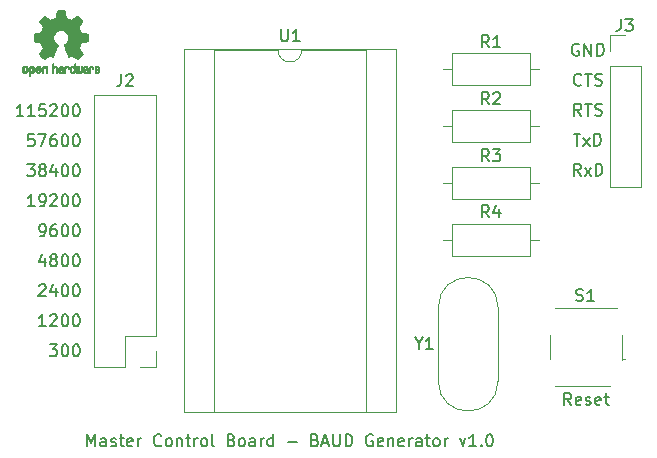
<source format=gbr>
%TF.GenerationSoftware,KiCad,Pcbnew,(6.0.2)*%
%TF.CreationDate,2022-03-14T19:59:34-05:00*%
%TF.ProjectId,SerialClockFlyover,53657269-616c-4436-9c6f-636b466c796f,rev?*%
%TF.SameCoordinates,Original*%
%TF.FileFunction,Legend,Top*%
%TF.FilePolarity,Positive*%
%FSLAX46Y46*%
G04 Gerber Fmt 4.6, Leading zero omitted, Abs format (unit mm)*
G04 Created by KiCad (PCBNEW (6.0.2)) date 2022-03-14 19:59:34*
%MOMM*%
%LPD*%
G01*
G04 APERTURE LIST*
%ADD10C,0.150000*%
%ADD11C,0.152400*%
%ADD12C,0.120000*%
%ADD13C,0.100000*%
%ADD14C,0.010000*%
G04 APERTURE END LIST*
D10*
X155577142Y-121102380D02*
X155577142Y-120102380D01*
X155910476Y-120816666D01*
X156243809Y-120102380D01*
X156243809Y-121102380D01*
X157148571Y-121102380D02*
X157148571Y-120578571D01*
X157100952Y-120483333D01*
X157005714Y-120435714D01*
X156815238Y-120435714D01*
X156720000Y-120483333D01*
X157148571Y-121054761D02*
X157053333Y-121102380D01*
X156815238Y-121102380D01*
X156720000Y-121054761D01*
X156672380Y-120959523D01*
X156672380Y-120864285D01*
X156720000Y-120769047D01*
X156815238Y-120721428D01*
X157053333Y-120721428D01*
X157148571Y-120673809D01*
X157577142Y-121054761D02*
X157672380Y-121102380D01*
X157862857Y-121102380D01*
X157958095Y-121054761D01*
X158005714Y-120959523D01*
X158005714Y-120911904D01*
X157958095Y-120816666D01*
X157862857Y-120769047D01*
X157720000Y-120769047D01*
X157624761Y-120721428D01*
X157577142Y-120626190D01*
X157577142Y-120578571D01*
X157624761Y-120483333D01*
X157720000Y-120435714D01*
X157862857Y-120435714D01*
X157958095Y-120483333D01*
X158291428Y-120435714D02*
X158672380Y-120435714D01*
X158434285Y-120102380D02*
X158434285Y-120959523D01*
X158481904Y-121054761D01*
X158577142Y-121102380D01*
X158672380Y-121102380D01*
X159386666Y-121054761D02*
X159291428Y-121102380D01*
X159100952Y-121102380D01*
X159005714Y-121054761D01*
X158958095Y-120959523D01*
X158958095Y-120578571D01*
X159005714Y-120483333D01*
X159100952Y-120435714D01*
X159291428Y-120435714D01*
X159386666Y-120483333D01*
X159434285Y-120578571D01*
X159434285Y-120673809D01*
X158958095Y-120769047D01*
X159862857Y-121102380D02*
X159862857Y-120435714D01*
X159862857Y-120626190D02*
X159910476Y-120530952D01*
X159958095Y-120483333D01*
X160053333Y-120435714D01*
X160148571Y-120435714D01*
X161815238Y-121007142D02*
X161767619Y-121054761D01*
X161624761Y-121102380D01*
X161529523Y-121102380D01*
X161386666Y-121054761D01*
X161291428Y-120959523D01*
X161243809Y-120864285D01*
X161196190Y-120673809D01*
X161196190Y-120530952D01*
X161243809Y-120340476D01*
X161291428Y-120245238D01*
X161386666Y-120150000D01*
X161529523Y-120102380D01*
X161624761Y-120102380D01*
X161767619Y-120150000D01*
X161815238Y-120197619D01*
X162386666Y-121102380D02*
X162291428Y-121054761D01*
X162243809Y-121007142D01*
X162196190Y-120911904D01*
X162196190Y-120626190D01*
X162243809Y-120530952D01*
X162291428Y-120483333D01*
X162386666Y-120435714D01*
X162529523Y-120435714D01*
X162624761Y-120483333D01*
X162672380Y-120530952D01*
X162720000Y-120626190D01*
X162720000Y-120911904D01*
X162672380Y-121007142D01*
X162624761Y-121054761D01*
X162529523Y-121102380D01*
X162386666Y-121102380D01*
X163148571Y-120435714D02*
X163148571Y-121102380D01*
X163148571Y-120530952D02*
X163196190Y-120483333D01*
X163291428Y-120435714D01*
X163434285Y-120435714D01*
X163529523Y-120483333D01*
X163577142Y-120578571D01*
X163577142Y-121102380D01*
X163910476Y-120435714D02*
X164291428Y-120435714D01*
X164053333Y-120102380D02*
X164053333Y-120959523D01*
X164100952Y-121054761D01*
X164196190Y-121102380D01*
X164291428Y-121102380D01*
X164624761Y-121102380D02*
X164624761Y-120435714D01*
X164624761Y-120626190D02*
X164672380Y-120530952D01*
X164720000Y-120483333D01*
X164815238Y-120435714D01*
X164910476Y-120435714D01*
X165386666Y-121102380D02*
X165291428Y-121054761D01*
X165243809Y-121007142D01*
X165196190Y-120911904D01*
X165196190Y-120626190D01*
X165243809Y-120530952D01*
X165291428Y-120483333D01*
X165386666Y-120435714D01*
X165529523Y-120435714D01*
X165624761Y-120483333D01*
X165672380Y-120530952D01*
X165720000Y-120626190D01*
X165720000Y-120911904D01*
X165672380Y-121007142D01*
X165624761Y-121054761D01*
X165529523Y-121102380D01*
X165386666Y-121102380D01*
X166291428Y-121102380D02*
X166196190Y-121054761D01*
X166148571Y-120959523D01*
X166148571Y-120102380D01*
X167767619Y-120578571D02*
X167910476Y-120626190D01*
X167958095Y-120673809D01*
X168005714Y-120769047D01*
X168005714Y-120911904D01*
X167958095Y-121007142D01*
X167910476Y-121054761D01*
X167815238Y-121102380D01*
X167434285Y-121102380D01*
X167434285Y-120102380D01*
X167767619Y-120102380D01*
X167862857Y-120150000D01*
X167910476Y-120197619D01*
X167958095Y-120292857D01*
X167958095Y-120388095D01*
X167910476Y-120483333D01*
X167862857Y-120530952D01*
X167767619Y-120578571D01*
X167434285Y-120578571D01*
X168577142Y-121102380D02*
X168481904Y-121054761D01*
X168434285Y-121007142D01*
X168386666Y-120911904D01*
X168386666Y-120626190D01*
X168434285Y-120530952D01*
X168481904Y-120483333D01*
X168577142Y-120435714D01*
X168720000Y-120435714D01*
X168815238Y-120483333D01*
X168862857Y-120530952D01*
X168910476Y-120626190D01*
X168910476Y-120911904D01*
X168862857Y-121007142D01*
X168815238Y-121054761D01*
X168720000Y-121102380D01*
X168577142Y-121102380D01*
X169767619Y-121102380D02*
X169767619Y-120578571D01*
X169720000Y-120483333D01*
X169624761Y-120435714D01*
X169434285Y-120435714D01*
X169339047Y-120483333D01*
X169767619Y-121054761D02*
X169672380Y-121102380D01*
X169434285Y-121102380D01*
X169339047Y-121054761D01*
X169291428Y-120959523D01*
X169291428Y-120864285D01*
X169339047Y-120769047D01*
X169434285Y-120721428D01*
X169672380Y-120721428D01*
X169767619Y-120673809D01*
X170243809Y-121102380D02*
X170243809Y-120435714D01*
X170243809Y-120626190D02*
X170291428Y-120530952D01*
X170339047Y-120483333D01*
X170434285Y-120435714D01*
X170529523Y-120435714D01*
X171291428Y-121102380D02*
X171291428Y-120102380D01*
X171291428Y-121054761D02*
X171196190Y-121102380D01*
X171005714Y-121102380D01*
X170910476Y-121054761D01*
X170862857Y-121007142D01*
X170815238Y-120911904D01*
X170815238Y-120626190D01*
X170862857Y-120530952D01*
X170910476Y-120483333D01*
X171005714Y-120435714D01*
X171196190Y-120435714D01*
X171291428Y-120483333D01*
X172529523Y-120721428D02*
X173291428Y-120721428D01*
X174862857Y-120578571D02*
X175005714Y-120626190D01*
X175053333Y-120673809D01*
X175100952Y-120769047D01*
X175100952Y-120911904D01*
X175053333Y-121007142D01*
X175005714Y-121054761D01*
X174910476Y-121102380D01*
X174529523Y-121102380D01*
X174529523Y-120102380D01*
X174862857Y-120102380D01*
X174958095Y-120150000D01*
X175005714Y-120197619D01*
X175053333Y-120292857D01*
X175053333Y-120388095D01*
X175005714Y-120483333D01*
X174958095Y-120530952D01*
X174862857Y-120578571D01*
X174529523Y-120578571D01*
X175481904Y-120816666D02*
X175958095Y-120816666D01*
X175386666Y-121102380D02*
X175720000Y-120102380D01*
X176053333Y-121102380D01*
X176386666Y-120102380D02*
X176386666Y-120911904D01*
X176434285Y-121007142D01*
X176481904Y-121054761D01*
X176577142Y-121102380D01*
X176767619Y-121102380D01*
X176862857Y-121054761D01*
X176910476Y-121007142D01*
X176958095Y-120911904D01*
X176958095Y-120102380D01*
X177434285Y-121102380D02*
X177434285Y-120102380D01*
X177672380Y-120102380D01*
X177815238Y-120150000D01*
X177910476Y-120245238D01*
X177958095Y-120340476D01*
X178005714Y-120530952D01*
X178005714Y-120673809D01*
X177958095Y-120864285D01*
X177910476Y-120959523D01*
X177815238Y-121054761D01*
X177672380Y-121102380D01*
X177434285Y-121102380D01*
X179720000Y-120150000D02*
X179624761Y-120102380D01*
X179481904Y-120102380D01*
X179339047Y-120150000D01*
X179243809Y-120245238D01*
X179196190Y-120340476D01*
X179148571Y-120530952D01*
X179148571Y-120673809D01*
X179196190Y-120864285D01*
X179243809Y-120959523D01*
X179339047Y-121054761D01*
X179481904Y-121102380D01*
X179577142Y-121102380D01*
X179720000Y-121054761D01*
X179767619Y-121007142D01*
X179767619Y-120673809D01*
X179577142Y-120673809D01*
X180577142Y-121054761D02*
X180481904Y-121102380D01*
X180291428Y-121102380D01*
X180196190Y-121054761D01*
X180148571Y-120959523D01*
X180148571Y-120578571D01*
X180196190Y-120483333D01*
X180291428Y-120435714D01*
X180481904Y-120435714D01*
X180577142Y-120483333D01*
X180624761Y-120578571D01*
X180624761Y-120673809D01*
X180148571Y-120769047D01*
X181053333Y-120435714D02*
X181053333Y-121102380D01*
X181053333Y-120530952D02*
X181100952Y-120483333D01*
X181196190Y-120435714D01*
X181339047Y-120435714D01*
X181434285Y-120483333D01*
X181481904Y-120578571D01*
X181481904Y-121102380D01*
X182339047Y-121054761D02*
X182243809Y-121102380D01*
X182053333Y-121102380D01*
X181958095Y-121054761D01*
X181910476Y-120959523D01*
X181910476Y-120578571D01*
X181958095Y-120483333D01*
X182053333Y-120435714D01*
X182243809Y-120435714D01*
X182339047Y-120483333D01*
X182386666Y-120578571D01*
X182386666Y-120673809D01*
X181910476Y-120769047D01*
X182815238Y-121102380D02*
X182815238Y-120435714D01*
X182815238Y-120626190D02*
X182862857Y-120530952D01*
X182910476Y-120483333D01*
X183005714Y-120435714D01*
X183100952Y-120435714D01*
X183862857Y-121102380D02*
X183862857Y-120578571D01*
X183815238Y-120483333D01*
X183720000Y-120435714D01*
X183529523Y-120435714D01*
X183434285Y-120483333D01*
X183862857Y-121054761D02*
X183767619Y-121102380D01*
X183529523Y-121102380D01*
X183434285Y-121054761D01*
X183386666Y-120959523D01*
X183386666Y-120864285D01*
X183434285Y-120769047D01*
X183529523Y-120721428D01*
X183767619Y-120721428D01*
X183862857Y-120673809D01*
X184196190Y-120435714D02*
X184577142Y-120435714D01*
X184339047Y-120102380D02*
X184339047Y-120959523D01*
X184386666Y-121054761D01*
X184481904Y-121102380D01*
X184577142Y-121102380D01*
X185053333Y-121102380D02*
X184958095Y-121054761D01*
X184910476Y-121007142D01*
X184862857Y-120911904D01*
X184862857Y-120626190D01*
X184910476Y-120530952D01*
X184958095Y-120483333D01*
X185053333Y-120435714D01*
X185196190Y-120435714D01*
X185291428Y-120483333D01*
X185339047Y-120530952D01*
X185386666Y-120626190D01*
X185386666Y-120911904D01*
X185339047Y-121007142D01*
X185291428Y-121054761D01*
X185196190Y-121102380D01*
X185053333Y-121102380D01*
X185815238Y-121102380D02*
X185815238Y-120435714D01*
X185815238Y-120626190D02*
X185862857Y-120530952D01*
X185910476Y-120483333D01*
X186005714Y-120435714D01*
X186100952Y-120435714D01*
X187100952Y-120435714D02*
X187339047Y-121102380D01*
X187577142Y-120435714D01*
X188481904Y-121102380D02*
X187910476Y-121102380D01*
X188196190Y-121102380D02*
X188196190Y-120102380D01*
X188100952Y-120245238D01*
X188005714Y-120340476D01*
X187910476Y-120388095D01*
X188910476Y-121007142D02*
X188958095Y-121054761D01*
X188910476Y-121102380D01*
X188862857Y-121054761D01*
X188910476Y-121007142D01*
X188910476Y-121102380D01*
X189577142Y-120102380D02*
X189672380Y-120102380D01*
X189767619Y-120150000D01*
X189815238Y-120197619D01*
X189862857Y-120292857D01*
X189910476Y-120483333D01*
X189910476Y-120721428D01*
X189862857Y-120911904D01*
X189815238Y-121007142D01*
X189767619Y-121054761D01*
X189672380Y-121102380D01*
X189577142Y-121102380D01*
X189481904Y-121054761D01*
X189434285Y-121007142D01*
X189386666Y-120911904D01*
X189339047Y-120721428D01*
X189339047Y-120483333D01*
X189386666Y-120292857D01*
X189434285Y-120197619D01*
X189481904Y-120150000D01*
X189577142Y-120102380D01*
D11*
X197168104Y-87071200D02*
X197071342Y-87022819D01*
X196926200Y-87022819D01*
X196781057Y-87071200D01*
X196684295Y-87167961D01*
X196635914Y-87264723D01*
X196587533Y-87458247D01*
X196587533Y-87603390D01*
X196635914Y-87796914D01*
X196684295Y-87893676D01*
X196781057Y-87990438D01*
X196926200Y-88038819D01*
X197022961Y-88038819D01*
X197168104Y-87990438D01*
X197216485Y-87942057D01*
X197216485Y-87603390D01*
X197022961Y-87603390D01*
X197651914Y-88038819D02*
X197651914Y-87022819D01*
X198232485Y-88038819D01*
X198232485Y-87022819D01*
X198716295Y-88038819D02*
X198716295Y-87022819D01*
X198958200Y-87022819D01*
X199103342Y-87071200D01*
X199200104Y-87167961D01*
X199248485Y-87264723D01*
X199296866Y-87458247D01*
X199296866Y-87603390D01*
X199248485Y-87796914D01*
X199200104Y-87893676D01*
X199103342Y-87990438D01*
X198958200Y-88038819D01*
X198716295Y-88038819D01*
X197385819Y-90482057D02*
X197337438Y-90530438D01*
X197192295Y-90578819D01*
X197095533Y-90578819D01*
X196950390Y-90530438D01*
X196853628Y-90433676D01*
X196805247Y-90336914D01*
X196756866Y-90143390D01*
X196756866Y-89998247D01*
X196805247Y-89804723D01*
X196853628Y-89707961D01*
X196950390Y-89611200D01*
X197095533Y-89562819D01*
X197192295Y-89562819D01*
X197337438Y-89611200D01*
X197385819Y-89659580D01*
X197676104Y-89562819D02*
X198256676Y-89562819D01*
X197966390Y-90578819D02*
X197966390Y-89562819D01*
X198546961Y-90530438D02*
X198692104Y-90578819D01*
X198934009Y-90578819D01*
X199030771Y-90530438D01*
X199079152Y-90482057D01*
X199127533Y-90385295D01*
X199127533Y-90288533D01*
X199079152Y-90191771D01*
X199030771Y-90143390D01*
X198934009Y-90095009D01*
X198740485Y-90046628D01*
X198643723Y-89998247D01*
X198595342Y-89949866D01*
X198546961Y-89853104D01*
X198546961Y-89756342D01*
X198595342Y-89659580D01*
X198643723Y-89611200D01*
X198740485Y-89562819D01*
X198982390Y-89562819D01*
X199127533Y-89611200D01*
X196732676Y-94642819D02*
X197313247Y-94642819D01*
X197022961Y-95658819D02*
X197022961Y-94642819D01*
X197555152Y-95658819D02*
X198087342Y-94981485D01*
X197555152Y-94981485D02*
X198087342Y-95658819D01*
X198474390Y-95658819D02*
X198474390Y-94642819D01*
X198716295Y-94642819D01*
X198861438Y-94691200D01*
X198958200Y-94787961D01*
X199006580Y-94884723D01*
X199054961Y-95078247D01*
X199054961Y-95223390D01*
X199006580Y-95416914D01*
X198958200Y-95513676D01*
X198861438Y-95610438D01*
X198716295Y-95658819D01*
X198474390Y-95658819D01*
D10*
X152382214Y-112482380D02*
X153001261Y-112482380D01*
X152667928Y-112863333D01*
X152810785Y-112863333D01*
X152906023Y-112910952D01*
X152953642Y-112958571D01*
X153001261Y-113053809D01*
X153001261Y-113291904D01*
X152953642Y-113387142D01*
X152906023Y-113434761D01*
X152810785Y-113482380D01*
X152525071Y-113482380D01*
X152429833Y-113434761D01*
X152382214Y-113387142D01*
X153620309Y-112482380D02*
X153715547Y-112482380D01*
X153810785Y-112530000D01*
X153858404Y-112577619D01*
X153906023Y-112672857D01*
X153953642Y-112863333D01*
X153953642Y-113101428D01*
X153906023Y-113291904D01*
X153858404Y-113387142D01*
X153810785Y-113434761D01*
X153715547Y-113482380D01*
X153620309Y-113482380D01*
X153525071Y-113434761D01*
X153477452Y-113387142D01*
X153429833Y-113291904D01*
X153382214Y-113101428D01*
X153382214Y-112863333D01*
X153429833Y-112672857D01*
X153477452Y-112577619D01*
X153525071Y-112530000D01*
X153620309Y-112482380D01*
X154572690Y-112482380D02*
X154667928Y-112482380D01*
X154763166Y-112530000D01*
X154810785Y-112577619D01*
X154858404Y-112672857D01*
X154906023Y-112863333D01*
X154906023Y-113101428D01*
X154858404Y-113291904D01*
X154810785Y-113387142D01*
X154763166Y-113434761D01*
X154667928Y-113482380D01*
X154572690Y-113482380D01*
X154477452Y-113434761D01*
X154429833Y-113387142D01*
X154382214Y-113291904D01*
X154334595Y-113101428D01*
X154334595Y-112863333D01*
X154382214Y-112672857D01*
X154429833Y-112577619D01*
X154477452Y-112530000D01*
X154572690Y-112482380D01*
X152048880Y-110942380D02*
X151477452Y-110942380D01*
X151763166Y-110942380D02*
X151763166Y-109942380D01*
X151667928Y-110085238D01*
X151572690Y-110180476D01*
X151477452Y-110228095D01*
X152429833Y-110037619D02*
X152477452Y-109990000D01*
X152572690Y-109942380D01*
X152810785Y-109942380D01*
X152906023Y-109990000D01*
X152953642Y-110037619D01*
X153001261Y-110132857D01*
X153001261Y-110228095D01*
X152953642Y-110370952D01*
X152382214Y-110942380D01*
X153001261Y-110942380D01*
X153620309Y-109942380D02*
X153715547Y-109942380D01*
X153810785Y-109990000D01*
X153858404Y-110037619D01*
X153906023Y-110132857D01*
X153953642Y-110323333D01*
X153953642Y-110561428D01*
X153906023Y-110751904D01*
X153858404Y-110847142D01*
X153810785Y-110894761D01*
X153715547Y-110942380D01*
X153620309Y-110942380D01*
X153525071Y-110894761D01*
X153477452Y-110847142D01*
X153429833Y-110751904D01*
X153382214Y-110561428D01*
X153382214Y-110323333D01*
X153429833Y-110132857D01*
X153477452Y-110037619D01*
X153525071Y-109990000D01*
X153620309Y-109942380D01*
X154572690Y-109942380D02*
X154667928Y-109942380D01*
X154763166Y-109990000D01*
X154810785Y-110037619D01*
X154858404Y-110132857D01*
X154906023Y-110323333D01*
X154906023Y-110561428D01*
X154858404Y-110751904D01*
X154810785Y-110847142D01*
X154763166Y-110894761D01*
X154667928Y-110942380D01*
X154572690Y-110942380D01*
X154477452Y-110894761D01*
X154429833Y-110847142D01*
X154382214Y-110751904D01*
X154334595Y-110561428D01*
X154334595Y-110323333D01*
X154382214Y-110132857D01*
X154429833Y-110037619D01*
X154477452Y-109990000D01*
X154572690Y-109942380D01*
X150144119Y-93162380D02*
X149572690Y-93162380D01*
X149858404Y-93162380D02*
X149858404Y-92162380D01*
X149763166Y-92305238D01*
X149667928Y-92400476D01*
X149572690Y-92448095D01*
X151096500Y-93162380D02*
X150525071Y-93162380D01*
X150810785Y-93162380D02*
X150810785Y-92162380D01*
X150715547Y-92305238D01*
X150620309Y-92400476D01*
X150525071Y-92448095D01*
X152001261Y-92162380D02*
X151525071Y-92162380D01*
X151477452Y-92638571D01*
X151525071Y-92590952D01*
X151620309Y-92543333D01*
X151858404Y-92543333D01*
X151953642Y-92590952D01*
X152001261Y-92638571D01*
X152048880Y-92733809D01*
X152048880Y-92971904D01*
X152001261Y-93067142D01*
X151953642Y-93114761D01*
X151858404Y-93162380D01*
X151620309Y-93162380D01*
X151525071Y-93114761D01*
X151477452Y-93067142D01*
X152429833Y-92257619D02*
X152477452Y-92210000D01*
X152572690Y-92162380D01*
X152810785Y-92162380D01*
X152906023Y-92210000D01*
X152953642Y-92257619D01*
X153001261Y-92352857D01*
X153001261Y-92448095D01*
X152953642Y-92590952D01*
X152382214Y-93162380D01*
X153001261Y-93162380D01*
X153620309Y-92162380D02*
X153715547Y-92162380D01*
X153810785Y-92210000D01*
X153858404Y-92257619D01*
X153906023Y-92352857D01*
X153953642Y-92543333D01*
X153953642Y-92781428D01*
X153906023Y-92971904D01*
X153858404Y-93067142D01*
X153810785Y-93114761D01*
X153715547Y-93162380D01*
X153620309Y-93162380D01*
X153525071Y-93114761D01*
X153477452Y-93067142D01*
X153429833Y-92971904D01*
X153382214Y-92781428D01*
X153382214Y-92543333D01*
X153429833Y-92352857D01*
X153477452Y-92257619D01*
X153525071Y-92210000D01*
X153620309Y-92162380D01*
X154572690Y-92162380D02*
X154667928Y-92162380D01*
X154763166Y-92210000D01*
X154810785Y-92257619D01*
X154858404Y-92352857D01*
X154906023Y-92543333D01*
X154906023Y-92781428D01*
X154858404Y-92971904D01*
X154810785Y-93067142D01*
X154763166Y-93114761D01*
X154667928Y-93162380D01*
X154572690Y-93162380D01*
X154477452Y-93114761D01*
X154429833Y-93067142D01*
X154382214Y-92971904D01*
X154334595Y-92781428D01*
X154334595Y-92543333D01*
X154382214Y-92352857D01*
X154429833Y-92257619D01*
X154477452Y-92210000D01*
X154572690Y-92162380D01*
X151953642Y-105195714D02*
X151953642Y-105862380D01*
X151715547Y-104814761D02*
X151477452Y-105529047D01*
X152096500Y-105529047D01*
X152620309Y-105290952D02*
X152525071Y-105243333D01*
X152477452Y-105195714D01*
X152429833Y-105100476D01*
X152429833Y-105052857D01*
X152477452Y-104957619D01*
X152525071Y-104910000D01*
X152620309Y-104862380D01*
X152810785Y-104862380D01*
X152906023Y-104910000D01*
X152953642Y-104957619D01*
X153001261Y-105052857D01*
X153001261Y-105100476D01*
X152953642Y-105195714D01*
X152906023Y-105243333D01*
X152810785Y-105290952D01*
X152620309Y-105290952D01*
X152525071Y-105338571D01*
X152477452Y-105386190D01*
X152429833Y-105481428D01*
X152429833Y-105671904D01*
X152477452Y-105767142D01*
X152525071Y-105814761D01*
X152620309Y-105862380D01*
X152810785Y-105862380D01*
X152906023Y-105814761D01*
X152953642Y-105767142D01*
X153001261Y-105671904D01*
X153001261Y-105481428D01*
X152953642Y-105386190D01*
X152906023Y-105338571D01*
X152810785Y-105290952D01*
X153620309Y-104862380D02*
X153715547Y-104862380D01*
X153810785Y-104910000D01*
X153858404Y-104957619D01*
X153906023Y-105052857D01*
X153953642Y-105243333D01*
X153953642Y-105481428D01*
X153906023Y-105671904D01*
X153858404Y-105767142D01*
X153810785Y-105814761D01*
X153715547Y-105862380D01*
X153620309Y-105862380D01*
X153525071Y-105814761D01*
X153477452Y-105767142D01*
X153429833Y-105671904D01*
X153382214Y-105481428D01*
X153382214Y-105243333D01*
X153429833Y-105052857D01*
X153477452Y-104957619D01*
X153525071Y-104910000D01*
X153620309Y-104862380D01*
X154572690Y-104862380D02*
X154667928Y-104862380D01*
X154763166Y-104910000D01*
X154810785Y-104957619D01*
X154858404Y-105052857D01*
X154906023Y-105243333D01*
X154906023Y-105481428D01*
X154858404Y-105671904D01*
X154810785Y-105767142D01*
X154763166Y-105814761D01*
X154667928Y-105862380D01*
X154572690Y-105862380D01*
X154477452Y-105814761D01*
X154429833Y-105767142D01*
X154382214Y-105671904D01*
X154334595Y-105481428D01*
X154334595Y-105243333D01*
X154382214Y-105052857D01*
X154429833Y-104957619D01*
X154477452Y-104910000D01*
X154572690Y-104862380D01*
X151096500Y-100782380D02*
X150525071Y-100782380D01*
X150810785Y-100782380D02*
X150810785Y-99782380D01*
X150715547Y-99925238D01*
X150620309Y-100020476D01*
X150525071Y-100068095D01*
X151572690Y-100782380D02*
X151763166Y-100782380D01*
X151858404Y-100734761D01*
X151906023Y-100687142D01*
X152001261Y-100544285D01*
X152048880Y-100353809D01*
X152048880Y-99972857D01*
X152001261Y-99877619D01*
X151953642Y-99830000D01*
X151858404Y-99782380D01*
X151667928Y-99782380D01*
X151572690Y-99830000D01*
X151525071Y-99877619D01*
X151477452Y-99972857D01*
X151477452Y-100210952D01*
X151525071Y-100306190D01*
X151572690Y-100353809D01*
X151667928Y-100401428D01*
X151858404Y-100401428D01*
X151953642Y-100353809D01*
X152001261Y-100306190D01*
X152048880Y-100210952D01*
X152429833Y-99877619D02*
X152477452Y-99830000D01*
X152572690Y-99782380D01*
X152810785Y-99782380D01*
X152906023Y-99830000D01*
X152953642Y-99877619D01*
X153001261Y-99972857D01*
X153001261Y-100068095D01*
X152953642Y-100210952D01*
X152382214Y-100782380D01*
X153001261Y-100782380D01*
X153620309Y-99782380D02*
X153715547Y-99782380D01*
X153810785Y-99830000D01*
X153858404Y-99877619D01*
X153906023Y-99972857D01*
X153953642Y-100163333D01*
X153953642Y-100401428D01*
X153906023Y-100591904D01*
X153858404Y-100687142D01*
X153810785Y-100734761D01*
X153715547Y-100782380D01*
X153620309Y-100782380D01*
X153525071Y-100734761D01*
X153477452Y-100687142D01*
X153429833Y-100591904D01*
X153382214Y-100401428D01*
X153382214Y-100163333D01*
X153429833Y-99972857D01*
X153477452Y-99877619D01*
X153525071Y-99830000D01*
X153620309Y-99782380D01*
X154572690Y-99782380D02*
X154667928Y-99782380D01*
X154763166Y-99830000D01*
X154810785Y-99877619D01*
X154858404Y-99972857D01*
X154906023Y-100163333D01*
X154906023Y-100401428D01*
X154858404Y-100591904D01*
X154810785Y-100687142D01*
X154763166Y-100734761D01*
X154667928Y-100782380D01*
X154572690Y-100782380D01*
X154477452Y-100734761D01*
X154429833Y-100687142D01*
X154382214Y-100591904D01*
X154334595Y-100401428D01*
X154334595Y-100163333D01*
X154382214Y-99972857D01*
X154429833Y-99877619D01*
X154477452Y-99830000D01*
X154572690Y-99782380D01*
X151048880Y-94702380D02*
X150572690Y-94702380D01*
X150525071Y-95178571D01*
X150572690Y-95130952D01*
X150667928Y-95083333D01*
X150906023Y-95083333D01*
X151001261Y-95130952D01*
X151048880Y-95178571D01*
X151096500Y-95273809D01*
X151096500Y-95511904D01*
X151048880Y-95607142D01*
X151001261Y-95654761D01*
X150906023Y-95702380D01*
X150667928Y-95702380D01*
X150572690Y-95654761D01*
X150525071Y-95607142D01*
X151429833Y-94702380D02*
X152096500Y-94702380D01*
X151667928Y-95702380D01*
X152906023Y-94702380D02*
X152715547Y-94702380D01*
X152620309Y-94750000D01*
X152572690Y-94797619D01*
X152477452Y-94940476D01*
X152429833Y-95130952D01*
X152429833Y-95511904D01*
X152477452Y-95607142D01*
X152525071Y-95654761D01*
X152620309Y-95702380D01*
X152810785Y-95702380D01*
X152906023Y-95654761D01*
X152953642Y-95607142D01*
X153001261Y-95511904D01*
X153001261Y-95273809D01*
X152953642Y-95178571D01*
X152906023Y-95130952D01*
X152810785Y-95083333D01*
X152620309Y-95083333D01*
X152525071Y-95130952D01*
X152477452Y-95178571D01*
X152429833Y-95273809D01*
X153620309Y-94702380D02*
X153715547Y-94702380D01*
X153810785Y-94750000D01*
X153858404Y-94797619D01*
X153906023Y-94892857D01*
X153953642Y-95083333D01*
X153953642Y-95321428D01*
X153906023Y-95511904D01*
X153858404Y-95607142D01*
X153810785Y-95654761D01*
X153715547Y-95702380D01*
X153620309Y-95702380D01*
X153525071Y-95654761D01*
X153477452Y-95607142D01*
X153429833Y-95511904D01*
X153382214Y-95321428D01*
X153382214Y-95083333D01*
X153429833Y-94892857D01*
X153477452Y-94797619D01*
X153525071Y-94750000D01*
X153620309Y-94702380D01*
X154572690Y-94702380D02*
X154667928Y-94702380D01*
X154763166Y-94750000D01*
X154810785Y-94797619D01*
X154858404Y-94892857D01*
X154906023Y-95083333D01*
X154906023Y-95321428D01*
X154858404Y-95511904D01*
X154810785Y-95607142D01*
X154763166Y-95654761D01*
X154667928Y-95702380D01*
X154572690Y-95702380D01*
X154477452Y-95654761D01*
X154429833Y-95607142D01*
X154382214Y-95511904D01*
X154334595Y-95321428D01*
X154334595Y-95083333D01*
X154382214Y-94892857D01*
X154429833Y-94797619D01*
X154477452Y-94750000D01*
X154572690Y-94702380D01*
X150477452Y-97242380D02*
X151096500Y-97242380D01*
X150763166Y-97623333D01*
X150906023Y-97623333D01*
X151001261Y-97670952D01*
X151048880Y-97718571D01*
X151096500Y-97813809D01*
X151096500Y-98051904D01*
X151048880Y-98147142D01*
X151001261Y-98194761D01*
X150906023Y-98242380D01*
X150620309Y-98242380D01*
X150525071Y-98194761D01*
X150477452Y-98147142D01*
X151667928Y-97670952D02*
X151572690Y-97623333D01*
X151525071Y-97575714D01*
X151477452Y-97480476D01*
X151477452Y-97432857D01*
X151525071Y-97337619D01*
X151572690Y-97290000D01*
X151667928Y-97242380D01*
X151858404Y-97242380D01*
X151953642Y-97290000D01*
X152001261Y-97337619D01*
X152048880Y-97432857D01*
X152048880Y-97480476D01*
X152001261Y-97575714D01*
X151953642Y-97623333D01*
X151858404Y-97670952D01*
X151667928Y-97670952D01*
X151572690Y-97718571D01*
X151525071Y-97766190D01*
X151477452Y-97861428D01*
X151477452Y-98051904D01*
X151525071Y-98147142D01*
X151572690Y-98194761D01*
X151667928Y-98242380D01*
X151858404Y-98242380D01*
X151953642Y-98194761D01*
X152001261Y-98147142D01*
X152048880Y-98051904D01*
X152048880Y-97861428D01*
X152001261Y-97766190D01*
X151953642Y-97718571D01*
X151858404Y-97670952D01*
X152906023Y-97575714D02*
X152906023Y-98242380D01*
X152667928Y-97194761D02*
X152429833Y-97909047D01*
X153048880Y-97909047D01*
X153620309Y-97242380D02*
X153715547Y-97242380D01*
X153810785Y-97290000D01*
X153858404Y-97337619D01*
X153906023Y-97432857D01*
X153953642Y-97623333D01*
X153953642Y-97861428D01*
X153906023Y-98051904D01*
X153858404Y-98147142D01*
X153810785Y-98194761D01*
X153715547Y-98242380D01*
X153620309Y-98242380D01*
X153525071Y-98194761D01*
X153477452Y-98147142D01*
X153429833Y-98051904D01*
X153382214Y-97861428D01*
X153382214Y-97623333D01*
X153429833Y-97432857D01*
X153477452Y-97337619D01*
X153525071Y-97290000D01*
X153620309Y-97242380D01*
X154572690Y-97242380D02*
X154667928Y-97242380D01*
X154763166Y-97290000D01*
X154810785Y-97337619D01*
X154858404Y-97432857D01*
X154906023Y-97623333D01*
X154906023Y-97861428D01*
X154858404Y-98051904D01*
X154810785Y-98147142D01*
X154763166Y-98194761D01*
X154667928Y-98242380D01*
X154572690Y-98242380D01*
X154477452Y-98194761D01*
X154429833Y-98147142D01*
X154382214Y-98051904D01*
X154334595Y-97861428D01*
X154334595Y-97623333D01*
X154382214Y-97432857D01*
X154429833Y-97337619D01*
X154477452Y-97290000D01*
X154572690Y-97242380D01*
X196527504Y-117607780D02*
X196194171Y-117131590D01*
X195956076Y-117607780D02*
X195956076Y-116607780D01*
X196337028Y-116607780D01*
X196432266Y-116655400D01*
X196479885Y-116703019D01*
X196527504Y-116798257D01*
X196527504Y-116941114D01*
X196479885Y-117036352D01*
X196432266Y-117083971D01*
X196337028Y-117131590D01*
X195956076Y-117131590D01*
X197337028Y-117560161D02*
X197241790Y-117607780D01*
X197051314Y-117607780D01*
X196956076Y-117560161D01*
X196908457Y-117464923D01*
X196908457Y-117083971D01*
X196956076Y-116988733D01*
X197051314Y-116941114D01*
X197241790Y-116941114D01*
X197337028Y-116988733D01*
X197384647Y-117083971D01*
X197384647Y-117179209D01*
X196908457Y-117274447D01*
X197765600Y-117560161D02*
X197860838Y-117607780D01*
X198051314Y-117607780D01*
X198146552Y-117560161D01*
X198194171Y-117464923D01*
X198194171Y-117417304D01*
X198146552Y-117322066D01*
X198051314Y-117274447D01*
X197908457Y-117274447D01*
X197813219Y-117226828D01*
X197765600Y-117131590D01*
X197765600Y-117083971D01*
X197813219Y-116988733D01*
X197908457Y-116941114D01*
X198051314Y-116941114D01*
X198146552Y-116988733D01*
X199003695Y-117560161D02*
X198908457Y-117607780D01*
X198717980Y-117607780D01*
X198622742Y-117560161D01*
X198575123Y-117464923D01*
X198575123Y-117083971D01*
X198622742Y-116988733D01*
X198717980Y-116941114D01*
X198908457Y-116941114D01*
X199003695Y-116988733D01*
X199051314Y-117083971D01*
X199051314Y-117179209D01*
X198575123Y-117274447D01*
X199337028Y-116941114D02*
X199717980Y-116941114D01*
X199479885Y-116607780D02*
X199479885Y-117464923D01*
X199527504Y-117560161D01*
X199622742Y-117607780D01*
X199717980Y-117607780D01*
X151477452Y-107497619D02*
X151525071Y-107450000D01*
X151620309Y-107402380D01*
X151858404Y-107402380D01*
X151953642Y-107450000D01*
X152001261Y-107497619D01*
X152048880Y-107592857D01*
X152048880Y-107688095D01*
X152001261Y-107830952D01*
X151429833Y-108402380D01*
X152048880Y-108402380D01*
X152906023Y-107735714D02*
X152906023Y-108402380D01*
X152667928Y-107354761D02*
X152429833Y-108069047D01*
X153048880Y-108069047D01*
X153620309Y-107402380D02*
X153715547Y-107402380D01*
X153810785Y-107450000D01*
X153858404Y-107497619D01*
X153906023Y-107592857D01*
X153953642Y-107783333D01*
X153953642Y-108021428D01*
X153906023Y-108211904D01*
X153858404Y-108307142D01*
X153810785Y-108354761D01*
X153715547Y-108402380D01*
X153620309Y-108402380D01*
X153525071Y-108354761D01*
X153477452Y-108307142D01*
X153429833Y-108211904D01*
X153382214Y-108021428D01*
X153382214Y-107783333D01*
X153429833Y-107592857D01*
X153477452Y-107497619D01*
X153525071Y-107450000D01*
X153620309Y-107402380D01*
X154572690Y-107402380D02*
X154667928Y-107402380D01*
X154763166Y-107450000D01*
X154810785Y-107497619D01*
X154858404Y-107592857D01*
X154906023Y-107783333D01*
X154906023Y-108021428D01*
X154858404Y-108211904D01*
X154810785Y-108307142D01*
X154763166Y-108354761D01*
X154667928Y-108402380D01*
X154572690Y-108402380D01*
X154477452Y-108354761D01*
X154429833Y-108307142D01*
X154382214Y-108211904D01*
X154334595Y-108021428D01*
X154334595Y-107783333D01*
X154382214Y-107592857D01*
X154429833Y-107497619D01*
X154477452Y-107450000D01*
X154572690Y-107402380D01*
D11*
X197337438Y-98198819D02*
X196998771Y-97715009D01*
X196756866Y-98198819D02*
X196756866Y-97182819D01*
X197143914Y-97182819D01*
X197240676Y-97231200D01*
X197289057Y-97279580D01*
X197337438Y-97376342D01*
X197337438Y-97521485D01*
X197289057Y-97618247D01*
X197240676Y-97666628D01*
X197143914Y-97715009D01*
X196756866Y-97715009D01*
X197676104Y-98198819D02*
X198208295Y-97521485D01*
X197676104Y-97521485D02*
X198208295Y-98198819D01*
X198595342Y-98198819D02*
X198595342Y-97182819D01*
X198837247Y-97182819D01*
X198982390Y-97231200D01*
X199079152Y-97327961D01*
X199127533Y-97424723D01*
X199175914Y-97618247D01*
X199175914Y-97763390D01*
X199127533Y-97956914D01*
X199079152Y-98053676D01*
X198982390Y-98150438D01*
X198837247Y-98198819D01*
X198595342Y-98198819D01*
D10*
X151572690Y-103322380D02*
X151763166Y-103322380D01*
X151858404Y-103274761D01*
X151906023Y-103227142D01*
X152001261Y-103084285D01*
X152048880Y-102893809D01*
X152048880Y-102512857D01*
X152001261Y-102417619D01*
X151953642Y-102370000D01*
X151858404Y-102322380D01*
X151667928Y-102322380D01*
X151572690Y-102370000D01*
X151525071Y-102417619D01*
X151477452Y-102512857D01*
X151477452Y-102750952D01*
X151525071Y-102846190D01*
X151572690Y-102893809D01*
X151667928Y-102941428D01*
X151858404Y-102941428D01*
X151953642Y-102893809D01*
X152001261Y-102846190D01*
X152048880Y-102750952D01*
X152906023Y-102322380D02*
X152715547Y-102322380D01*
X152620309Y-102370000D01*
X152572690Y-102417619D01*
X152477452Y-102560476D01*
X152429833Y-102750952D01*
X152429833Y-103131904D01*
X152477452Y-103227142D01*
X152525071Y-103274761D01*
X152620309Y-103322380D01*
X152810785Y-103322380D01*
X152906023Y-103274761D01*
X152953642Y-103227142D01*
X153001261Y-103131904D01*
X153001261Y-102893809D01*
X152953642Y-102798571D01*
X152906023Y-102750952D01*
X152810785Y-102703333D01*
X152620309Y-102703333D01*
X152525071Y-102750952D01*
X152477452Y-102798571D01*
X152429833Y-102893809D01*
X153620309Y-102322380D02*
X153715547Y-102322380D01*
X153810785Y-102370000D01*
X153858404Y-102417619D01*
X153906023Y-102512857D01*
X153953642Y-102703333D01*
X153953642Y-102941428D01*
X153906023Y-103131904D01*
X153858404Y-103227142D01*
X153810785Y-103274761D01*
X153715547Y-103322380D01*
X153620309Y-103322380D01*
X153525071Y-103274761D01*
X153477452Y-103227142D01*
X153429833Y-103131904D01*
X153382214Y-102941428D01*
X153382214Y-102703333D01*
X153429833Y-102512857D01*
X153477452Y-102417619D01*
X153525071Y-102370000D01*
X153620309Y-102322380D01*
X154572690Y-102322380D02*
X154667928Y-102322380D01*
X154763166Y-102370000D01*
X154810785Y-102417619D01*
X154858404Y-102512857D01*
X154906023Y-102703333D01*
X154906023Y-102941428D01*
X154858404Y-103131904D01*
X154810785Y-103227142D01*
X154763166Y-103274761D01*
X154667928Y-103322380D01*
X154572690Y-103322380D01*
X154477452Y-103274761D01*
X154429833Y-103227142D01*
X154382214Y-103131904D01*
X154334595Y-102941428D01*
X154334595Y-102703333D01*
X154382214Y-102512857D01*
X154429833Y-102417619D01*
X154477452Y-102370000D01*
X154572690Y-102322380D01*
D11*
X197385819Y-93118819D02*
X197047152Y-92635009D01*
X196805247Y-93118819D02*
X196805247Y-92102819D01*
X197192295Y-92102819D01*
X197289057Y-92151200D01*
X197337438Y-92199580D01*
X197385819Y-92296342D01*
X197385819Y-92441485D01*
X197337438Y-92538247D01*
X197289057Y-92586628D01*
X197192295Y-92635009D01*
X196805247Y-92635009D01*
X197676104Y-92102819D02*
X198256676Y-92102819D01*
X197966390Y-93118819D02*
X197966390Y-92102819D01*
X198546961Y-93070438D02*
X198692104Y-93118819D01*
X198934009Y-93118819D01*
X199030771Y-93070438D01*
X199079152Y-93022057D01*
X199127533Y-92925295D01*
X199127533Y-92828533D01*
X199079152Y-92731771D01*
X199030771Y-92683390D01*
X198934009Y-92635009D01*
X198740485Y-92586628D01*
X198643723Y-92538247D01*
X198595342Y-92489866D01*
X198546961Y-92393104D01*
X198546961Y-92296342D01*
X198595342Y-92199580D01*
X198643723Y-92151200D01*
X198740485Y-92102819D01*
X198982390Y-92102819D01*
X199127533Y-92151200D01*
D10*
%TO.C,R4*%
X189571333Y-101714380D02*
X189238000Y-101238190D01*
X188999904Y-101714380D02*
X188999904Y-100714380D01*
X189380857Y-100714380D01*
X189476095Y-100762000D01*
X189523714Y-100809619D01*
X189571333Y-100904857D01*
X189571333Y-101047714D01*
X189523714Y-101142952D01*
X189476095Y-101190571D01*
X189380857Y-101238190D01*
X188999904Y-101238190D01*
X190428476Y-101047714D02*
X190428476Y-101714380D01*
X190190380Y-100666761D02*
X189952285Y-101381047D01*
X190571333Y-101381047D01*
%TO.C,J2*%
X158416666Y-89622380D02*
X158416666Y-90336666D01*
X158369047Y-90479523D01*
X158273809Y-90574761D01*
X158130952Y-90622380D01*
X158035714Y-90622380D01*
X158845238Y-89717619D02*
X158892857Y-89670000D01*
X158988095Y-89622380D01*
X159226190Y-89622380D01*
X159321428Y-89670000D01*
X159369047Y-89717619D01*
X159416666Y-89812857D01*
X159416666Y-89908095D01*
X159369047Y-90050952D01*
X158797619Y-90622380D01*
X159416666Y-90622380D01*
%TO.C,Y1*%
X183623009Y-112396590D02*
X183623009Y-112872780D01*
X183289676Y-111872780D02*
X183623009Y-112396590D01*
X183956342Y-111872780D01*
X184813485Y-112872780D02*
X184242057Y-112872780D01*
X184527771Y-112872780D02*
X184527771Y-111872780D01*
X184432533Y-112015638D01*
X184337295Y-112110876D01*
X184242057Y-112158495D01*
%TO.C,R1*%
X189571333Y-87320380D02*
X189238000Y-86844190D01*
X188999904Y-87320380D02*
X188999904Y-86320380D01*
X189380857Y-86320380D01*
X189476095Y-86368000D01*
X189523714Y-86415619D01*
X189571333Y-86510857D01*
X189571333Y-86653714D01*
X189523714Y-86748952D01*
X189476095Y-86796571D01*
X189380857Y-86844190D01*
X188999904Y-86844190D01*
X190523714Y-87320380D02*
X189952285Y-87320380D01*
X190238000Y-87320380D02*
X190238000Y-86320380D01*
X190142761Y-86463238D01*
X190047523Y-86558476D01*
X189952285Y-86606095D01*
%TO.C,R2*%
X189571333Y-92146380D02*
X189238000Y-91670190D01*
X188999904Y-92146380D02*
X188999904Y-91146380D01*
X189380857Y-91146380D01*
X189476095Y-91194000D01*
X189523714Y-91241619D01*
X189571333Y-91336857D01*
X189571333Y-91479714D01*
X189523714Y-91574952D01*
X189476095Y-91622571D01*
X189380857Y-91670190D01*
X188999904Y-91670190D01*
X189952285Y-91241619D02*
X189999904Y-91194000D01*
X190095142Y-91146380D01*
X190333238Y-91146380D01*
X190428476Y-91194000D01*
X190476095Y-91241619D01*
X190523714Y-91336857D01*
X190523714Y-91432095D01*
X190476095Y-91574952D01*
X189904666Y-92146380D01*
X190523714Y-92146380D01*
%TO.C,U1*%
X171958095Y-85812380D02*
X171958095Y-86621904D01*
X172005714Y-86717142D01*
X172053333Y-86764761D01*
X172148571Y-86812380D01*
X172339047Y-86812380D01*
X172434285Y-86764761D01*
X172481904Y-86717142D01*
X172529523Y-86621904D01*
X172529523Y-85812380D01*
X173529523Y-86812380D02*
X172958095Y-86812380D01*
X173243809Y-86812380D02*
X173243809Y-85812380D01*
X173148571Y-85955238D01*
X173053333Y-86050476D01*
X172958095Y-86098095D01*
%TO.C,J3*%
X200733066Y-84948780D02*
X200733066Y-85663066D01*
X200685447Y-85805923D01*
X200590209Y-85901161D01*
X200447352Y-85948780D01*
X200352114Y-85948780D01*
X201114019Y-84948780D02*
X201733066Y-84948780D01*
X201399733Y-85329733D01*
X201542590Y-85329733D01*
X201637828Y-85377352D01*
X201685447Y-85424971D01*
X201733066Y-85520209D01*
X201733066Y-85758304D01*
X201685447Y-85853542D01*
X201637828Y-85901161D01*
X201542590Y-85948780D01*
X201256876Y-85948780D01*
X201161638Y-85901161D01*
X201114019Y-85853542D01*
%TO.C,S1*%
X196952895Y-108761161D02*
X197095752Y-108808780D01*
X197333847Y-108808780D01*
X197429085Y-108761161D01*
X197476704Y-108713542D01*
X197524323Y-108618304D01*
X197524323Y-108523066D01*
X197476704Y-108427828D01*
X197429085Y-108380209D01*
X197333847Y-108332590D01*
X197143371Y-108284971D01*
X197048133Y-108237352D01*
X197000514Y-108189733D01*
X196952895Y-108094495D01*
X196952895Y-107999257D01*
X197000514Y-107904019D01*
X197048133Y-107856400D01*
X197143371Y-107808780D01*
X197381466Y-107808780D01*
X197524323Y-107856400D01*
X198476704Y-108808780D02*
X197905276Y-108808780D01*
X198190990Y-108808780D02*
X198190990Y-107808780D01*
X198095752Y-107951638D01*
X198000514Y-108046876D01*
X197905276Y-108094495D01*
%TO.C,R3*%
X189571333Y-96972380D02*
X189238000Y-96496190D01*
X188999904Y-96972380D02*
X188999904Y-95972380D01*
X189380857Y-95972380D01*
X189476095Y-96020000D01*
X189523714Y-96067619D01*
X189571333Y-96162857D01*
X189571333Y-96305714D01*
X189523714Y-96400952D01*
X189476095Y-96448571D01*
X189380857Y-96496190D01*
X188999904Y-96496190D01*
X189904666Y-95972380D02*
X190523714Y-95972380D01*
X190190380Y-96353333D01*
X190333238Y-96353333D01*
X190428476Y-96400952D01*
X190476095Y-96448571D01*
X190523714Y-96543809D01*
X190523714Y-96781904D01*
X190476095Y-96877142D01*
X190428476Y-96924761D01*
X190333238Y-96972380D01*
X190047523Y-96972380D01*
X189952285Y-96924761D01*
X189904666Y-96877142D01*
D12*
%TO.C,R4*%
X185698000Y-103632000D02*
X186468000Y-103632000D01*
X193008000Y-102262000D02*
X186468000Y-102262000D01*
X186468000Y-105002000D02*
X193008000Y-105002000D01*
X186468000Y-102262000D02*
X186468000Y-105002000D01*
X193008000Y-105002000D02*
X193008000Y-102262000D01*
X193778000Y-103632000D02*
X193008000Y-103632000D01*
%TO.C,J2*%
X161350000Y-114360000D02*
X160020000Y-114360000D01*
X161350000Y-111760000D02*
X158750000Y-111760000D01*
X156150000Y-114360000D02*
X156150000Y-91380000D01*
X158750000Y-111760000D02*
X158750000Y-114360000D01*
X161350000Y-91380000D02*
X156150000Y-91380000D01*
X161350000Y-113030000D02*
X161350000Y-114360000D01*
X158750000Y-114360000D02*
X156150000Y-114360000D01*
X161350000Y-111760000D02*
X161350000Y-91380000D01*
%TO.C,Y1*%
X190332600Y-115596200D02*
X190332600Y-109346200D01*
X185282600Y-115596200D02*
X185282600Y-109346200D01*
X190332600Y-109346200D02*
G75*
G03*
X185282600Y-109346200I-2525000J0D01*
G01*
X185282600Y-115596200D02*
G75*
G03*
X190332600Y-115596200I2525000J0D01*
G01*
%TO.C,R1*%
X193008000Y-87784000D02*
X186468000Y-87784000D01*
X185698000Y-89154000D02*
X186468000Y-89154000D01*
X193008000Y-90524000D02*
X193008000Y-87784000D01*
X186468000Y-87784000D02*
X186468000Y-90524000D01*
X186468000Y-90524000D02*
X193008000Y-90524000D01*
X193778000Y-89154000D02*
X193008000Y-89154000D01*
%TO.C,R2*%
X186468000Y-92610000D02*
X186468000Y-95350000D01*
X193778000Y-93980000D02*
X193008000Y-93980000D01*
X186468000Y-95350000D02*
X193008000Y-95350000D01*
X193008000Y-92610000D02*
X186468000Y-92610000D01*
X185698000Y-93980000D02*
X186468000Y-93980000D01*
X193008000Y-95350000D02*
X193008000Y-92610000D01*
%TO.C,U1*%
X181670000Y-87510000D02*
X163770000Y-87510000D01*
X163770000Y-118230000D02*
X181670000Y-118230000D01*
X171720000Y-87570000D02*
X166260000Y-87570000D01*
X181670000Y-118230000D02*
X181670000Y-87510000D01*
X166260000Y-87570000D02*
X166260000Y-118170000D01*
X179180000Y-87570000D02*
X173720000Y-87570000D01*
X166260000Y-118170000D02*
X179180000Y-118170000D01*
X179180000Y-118170000D02*
X179180000Y-87570000D01*
X163770000Y-87510000D02*
X163770000Y-118230000D01*
X171720000Y-87570000D02*
G75*
G03*
X173720000Y-87570000I1000000J0D01*
G01*
%TO.C,J3*%
X199787200Y-88900000D02*
X199787200Y-99120000D01*
X199787200Y-88900000D02*
X202447200Y-88900000D01*
X199787200Y-99120000D02*
X202447200Y-99120000D01*
X199787200Y-87630000D02*
X199787200Y-86300000D01*
X199787200Y-86300000D02*
X201117200Y-86300000D01*
X202447200Y-88900000D02*
X202447200Y-99120000D01*
D13*
%TO.C,S1*%
X200812400Y-113760000D02*
X201062400Y-113760000D01*
X194706400Y-113755600D02*
X194706400Y-111660400D01*
X200812400Y-113766600D02*
X200812400Y-111658400D01*
X199815600Y-116001800D02*
X195148200Y-116001800D01*
X195122800Y-109397800D02*
X200415600Y-109407600D01*
D12*
%TO.C,R3*%
X193778000Y-98806000D02*
X193008000Y-98806000D01*
X186468000Y-97436000D02*
X186468000Y-100176000D01*
X186468000Y-100176000D02*
X193008000Y-100176000D01*
X193008000Y-97436000D02*
X186468000Y-97436000D01*
X185698000Y-98806000D02*
X186468000Y-98806000D01*
X193008000Y-100176000D02*
X193008000Y-97436000D01*
D14*
%TO.C,REF\u002A\u002A*%
X150914144Y-88889518D02*
X150969601Y-88917168D01*
X150969601Y-88917168D02*
X151018548Y-88968080D01*
X151018548Y-88968080D02*
X151032029Y-88986938D01*
X151032029Y-88986938D02*
X151046714Y-89011615D01*
X151046714Y-89011615D02*
X151056242Y-89038416D01*
X151056242Y-89038416D02*
X151061693Y-89074187D01*
X151061693Y-89074187D02*
X151064147Y-89125769D01*
X151064147Y-89125769D02*
X151064686Y-89193867D01*
X151064686Y-89193867D02*
X151062252Y-89287188D01*
X151062252Y-89287188D02*
X151053794Y-89357257D01*
X151053794Y-89357257D02*
X151037574Y-89409531D01*
X151037574Y-89409531D02*
X151011854Y-89449469D01*
X151011854Y-89449469D02*
X150974897Y-89482529D01*
X150974897Y-89482529D02*
X150972182Y-89484486D01*
X150972182Y-89484486D02*
X150935760Y-89504508D01*
X150935760Y-89504508D02*
X150891902Y-89514415D01*
X150891902Y-89514415D02*
X150836124Y-89516857D01*
X150836124Y-89516857D02*
X150745448Y-89516857D01*
X150745448Y-89516857D02*
X150745410Y-89604883D01*
X150745410Y-89604883D02*
X150744566Y-89653908D01*
X150744566Y-89653908D02*
X150739424Y-89682665D01*
X150739424Y-89682665D02*
X150725987Y-89699911D01*
X150725987Y-89699911D02*
X150700258Y-89714408D01*
X150700258Y-89714408D02*
X150694079Y-89717369D01*
X150694079Y-89717369D02*
X150665164Y-89731248D01*
X150665164Y-89731248D02*
X150642776Y-89740014D01*
X150642776Y-89740014D02*
X150626129Y-89740771D01*
X150626129Y-89740771D02*
X150614436Y-89730623D01*
X150614436Y-89730623D02*
X150606910Y-89706673D01*
X150606910Y-89706673D02*
X150602766Y-89666026D01*
X150602766Y-89666026D02*
X150601215Y-89605786D01*
X150601215Y-89605786D02*
X150601471Y-89523055D01*
X150601471Y-89523055D02*
X150602749Y-89414939D01*
X150602749Y-89414939D02*
X150603148Y-89382600D01*
X150603148Y-89382600D02*
X150604585Y-89271124D01*
X150604585Y-89271124D02*
X150605872Y-89198203D01*
X150605872Y-89198203D02*
X150745371Y-89198203D01*
X150745371Y-89198203D02*
X150746155Y-89260099D01*
X150746155Y-89260099D02*
X150749640Y-89300597D01*
X150749640Y-89300597D02*
X150757524Y-89327308D01*
X150757524Y-89327308D02*
X150771505Y-89347844D01*
X150771505Y-89347844D02*
X150780997Y-89357860D01*
X150780997Y-89357860D02*
X150819804Y-89387167D01*
X150819804Y-89387167D02*
X150854163Y-89389552D01*
X150854163Y-89389552D02*
X150889616Y-89365350D01*
X150889616Y-89365350D02*
X150890514Y-89364457D01*
X150890514Y-89364457D02*
X150904939Y-89345753D01*
X150904939Y-89345753D02*
X150913713Y-89320332D01*
X150913713Y-89320332D02*
X150918139Y-89281184D01*
X150918139Y-89281184D02*
X150919518Y-89221297D01*
X150919518Y-89221297D02*
X150919543Y-89208030D01*
X150919543Y-89208030D02*
X150916212Y-89125501D01*
X150916212Y-89125501D02*
X150905369Y-89068291D01*
X150905369Y-89068291D02*
X150885740Y-89033366D01*
X150885740Y-89033366D02*
X150856050Y-89017694D01*
X150856050Y-89017694D02*
X150838891Y-89016114D01*
X150838891Y-89016114D02*
X150798166Y-89023526D01*
X150798166Y-89023526D02*
X150770232Y-89047930D01*
X150770232Y-89047930D02*
X150753417Y-89092580D01*
X150753417Y-89092580D02*
X150746050Y-89160730D01*
X150746050Y-89160730D02*
X150745371Y-89198203D01*
X150745371Y-89198203D02*
X150605872Y-89198203D01*
X150605872Y-89198203D02*
X150606108Y-89184845D01*
X150606108Y-89184845D02*
X150608077Y-89119933D01*
X150608077Y-89119933D02*
X150610850Y-89072558D01*
X150610850Y-89072558D02*
X150614788Y-89038890D01*
X150614788Y-89038890D02*
X150620249Y-89015098D01*
X150620249Y-89015098D02*
X150627592Y-88997353D01*
X150627592Y-88997353D02*
X150637177Y-88981824D01*
X150637177Y-88981824D02*
X150641287Y-88975981D01*
X150641287Y-88975981D02*
X150695805Y-88920785D01*
X150695805Y-88920785D02*
X150764736Y-88889490D01*
X150764736Y-88889490D02*
X150844472Y-88880765D01*
X150844472Y-88880765D02*
X150914144Y-88889518D01*
X150914144Y-88889518D02*
X150914144Y-88889518D01*
G36*
X150608077Y-89119933D02*
G01*
X150610850Y-89072558D01*
X150614788Y-89038890D01*
X150620249Y-89015098D01*
X150627592Y-88997353D01*
X150637177Y-88981824D01*
X150641287Y-88975981D01*
X150695805Y-88920785D01*
X150764736Y-88889490D01*
X150844472Y-88880765D01*
X150914144Y-88889518D01*
X150969601Y-88917168D01*
X151018548Y-88968080D01*
X151032029Y-88986938D01*
X151046714Y-89011615D01*
X151056242Y-89038416D01*
X151061693Y-89074187D01*
X151064147Y-89125769D01*
X151064686Y-89193867D01*
X151062252Y-89287188D01*
X151053794Y-89357257D01*
X151037574Y-89409531D01*
X151011854Y-89449469D01*
X150974897Y-89482529D01*
X150972182Y-89484486D01*
X150935760Y-89504508D01*
X150891902Y-89514415D01*
X150836124Y-89516857D01*
X150745448Y-89516857D01*
X150745410Y-89604883D01*
X150744566Y-89653908D01*
X150739424Y-89682665D01*
X150725987Y-89699911D01*
X150700258Y-89714408D01*
X150694079Y-89717369D01*
X150665164Y-89731248D01*
X150642776Y-89740014D01*
X150626129Y-89740771D01*
X150614436Y-89730623D01*
X150606910Y-89706673D01*
X150602766Y-89666026D01*
X150601215Y-89605786D01*
X150601471Y-89523055D01*
X150602749Y-89414939D01*
X150603148Y-89382600D01*
X150604585Y-89271124D01*
X150605872Y-89198203D01*
X150745371Y-89198203D01*
X150746155Y-89260099D01*
X150749640Y-89300597D01*
X150757524Y-89327308D01*
X150771505Y-89347844D01*
X150780997Y-89357860D01*
X150819804Y-89387167D01*
X150854163Y-89389552D01*
X150889616Y-89365350D01*
X150890514Y-89364457D01*
X150904939Y-89345753D01*
X150913713Y-89320332D01*
X150918139Y-89281184D01*
X150919518Y-89221297D01*
X150919543Y-89208030D01*
X150916212Y-89125501D01*
X150905369Y-89068291D01*
X150885740Y-89033366D01*
X150856050Y-89017694D01*
X150838891Y-89016114D01*
X150798166Y-89023526D01*
X150770232Y-89047930D01*
X150753417Y-89092580D01*
X150746050Y-89160730D01*
X150745371Y-89198203D01*
X150605872Y-89198203D01*
X150606108Y-89184845D01*
X150608077Y-89119933D01*
G37*
X150608077Y-89119933D02*
X150610850Y-89072558D01*
X150614788Y-89038890D01*
X150620249Y-89015098D01*
X150627592Y-88997353D01*
X150637177Y-88981824D01*
X150641287Y-88975981D01*
X150695805Y-88920785D01*
X150764736Y-88889490D01*
X150844472Y-88880765D01*
X150914144Y-88889518D01*
X150969601Y-88917168D01*
X151018548Y-88968080D01*
X151032029Y-88986938D01*
X151046714Y-89011615D01*
X151056242Y-89038416D01*
X151061693Y-89074187D01*
X151064147Y-89125769D01*
X151064686Y-89193867D01*
X151062252Y-89287188D01*
X151053794Y-89357257D01*
X151037574Y-89409531D01*
X151011854Y-89449469D01*
X150974897Y-89482529D01*
X150972182Y-89484486D01*
X150935760Y-89504508D01*
X150891902Y-89514415D01*
X150836124Y-89516857D01*
X150745448Y-89516857D01*
X150745410Y-89604883D01*
X150744566Y-89653908D01*
X150739424Y-89682665D01*
X150725987Y-89699911D01*
X150700258Y-89714408D01*
X150694079Y-89717369D01*
X150665164Y-89731248D01*
X150642776Y-89740014D01*
X150626129Y-89740771D01*
X150614436Y-89730623D01*
X150606910Y-89706673D01*
X150602766Y-89666026D01*
X150601215Y-89605786D01*
X150601471Y-89523055D01*
X150602749Y-89414939D01*
X150603148Y-89382600D01*
X150604585Y-89271124D01*
X150605872Y-89198203D01*
X150745371Y-89198203D01*
X150746155Y-89260099D01*
X150749640Y-89300597D01*
X150757524Y-89327308D01*
X150771505Y-89347844D01*
X150780997Y-89357860D01*
X150819804Y-89387167D01*
X150854163Y-89389552D01*
X150889616Y-89365350D01*
X150890514Y-89364457D01*
X150904939Y-89345753D01*
X150913713Y-89320332D01*
X150918139Y-89281184D01*
X150919518Y-89221297D01*
X150919543Y-89208030D01*
X150916212Y-89125501D01*
X150905369Y-89068291D01*
X150885740Y-89033366D01*
X150856050Y-89017694D01*
X150838891Y-89016114D01*
X150798166Y-89023526D01*
X150770232Y-89047930D01*
X150753417Y-89092580D01*
X150746050Y-89160730D01*
X150745371Y-89198203D01*
X150605872Y-89198203D01*
X150606108Y-89184845D01*
X150608077Y-89119933D01*
X152690286Y-88820889D02*
X152694539Y-88880213D01*
X152694539Y-88880213D02*
X152699425Y-88915172D01*
X152699425Y-88915172D02*
X152706195Y-88930420D01*
X152706195Y-88930420D02*
X152716102Y-88930615D01*
X152716102Y-88930615D02*
X152719314Y-88928795D01*
X152719314Y-88928795D02*
X152762044Y-88915615D01*
X152762044Y-88915615D02*
X152817627Y-88916385D01*
X152817627Y-88916385D02*
X152874137Y-88929933D01*
X152874137Y-88929933D02*
X152909482Y-88947461D01*
X152909482Y-88947461D02*
X152945721Y-88975461D01*
X152945721Y-88975461D02*
X152972213Y-89007149D01*
X152972213Y-89007149D02*
X152990399Y-89047413D01*
X152990399Y-89047413D02*
X153001722Y-89101143D01*
X153001722Y-89101143D02*
X153007622Y-89173226D01*
X153007622Y-89173226D02*
X153009543Y-89268551D01*
X153009543Y-89268551D02*
X153009577Y-89286837D01*
X153009577Y-89286837D02*
X153009600Y-89492246D01*
X153009600Y-89492246D02*
X152963891Y-89508180D01*
X152963891Y-89508180D02*
X152931427Y-89519020D01*
X152931427Y-89519020D02*
X152913615Y-89524068D01*
X152913615Y-89524068D02*
X152913091Y-89524114D01*
X152913091Y-89524114D02*
X152911337Y-89510428D01*
X152911337Y-89510428D02*
X152909844Y-89472676D01*
X152909844Y-89472676D02*
X152908726Y-89415824D01*
X152908726Y-89415824D02*
X152908097Y-89344834D01*
X152908097Y-89344834D02*
X152908000Y-89301673D01*
X152908000Y-89301673D02*
X152907798Y-89216573D01*
X152907798Y-89216573D02*
X152906758Y-89155581D01*
X152906758Y-89155581D02*
X152904231Y-89113777D01*
X152904231Y-89113777D02*
X152899564Y-89086242D01*
X152899564Y-89086242D02*
X152892107Y-89068056D01*
X152892107Y-89068056D02*
X152881211Y-89054298D01*
X152881211Y-89054298D02*
X152874407Y-89047673D01*
X152874407Y-89047673D02*
X152827672Y-89020975D01*
X152827672Y-89020975D02*
X152776672Y-89018975D01*
X152776672Y-89018975D02*
X152730401Y-89041555D01*
X152730401Y-89041555D02*
X152721844Y-89049707D01*
X152721844Y-89049707D02*
X152709293Y-89065036D01*
X152709293Y-89065036D02*
X152700588Y-89083218D01*
X152700588Y-89083218D02*
X152695031Y-89109509D01*
X152695031Y-89109509D02*
X152691926Y-89149162D01*
X152691926Y-89149162D02*
X152690576Y-89207432D01*
X152690576Y-89207432D02*
X152690286Y-89287773D01*
X152690286Y-89287773D02*
X152690286Y-89492246D01*
X152690286Y-89492246D02*
X152644577Y-89508180D01*
X152644577Y-89508180D02*
X152612113Y-89519020D01*
X152612113Y-89519020D02*
X152594301Y-89524068D01*
X152594301Y-89524068D02*
X152593777Y-89524114D01*
X152593777Y-89524114D02*
X152592437Y-89510223D01*
X152592437Y-89510223D02*
X152591228Y-89471039D01*
X152591228Y-89471039D02*
X152590201Y-89410300D01*
X152590201Y-89410300D02*
X152589402Y-89331741D01*
X152589402Y-89331741D02*
X152588881Y-89239098D01*
X152588881Y-89239098D02*
X152588686Y-89136109D01*
X152588686Y-89136109D02*
X152588686Y-88738942D01*
X152588686Y-88738942D02*
X152635857Y-88719044D01*
X152635857Y-88719044D02*
X152683029Y-88699147D01*
X152683029Y-88699147D02*
X152690286Y-88820889D01*
X152690286Y-88820889D02*
X152690286Y-88820889D01*
G36*
X152690286Y-88820889D02*
G01*
X152694539Y-88880213D01*
X152699425Y-88915172D01*
X152706195Y-88930420D01*
X152716102Y-88930615D01*
X152719314Y-88928795D01*
X152762044Y-88915615D01*
X152817627Y-88916385D01*
X152874137Y-88929933D01*
X152909482Y-88947461D01*
X152945721Y-88975461D01*
X152972213Y-89007149D01*
X152990399Y-89047413D01*
X153001722Y-89101143D01*
X153007622Y-89173226D01*
X153009543Y-89268551D01*
X153009577Y-89286837D01*
X153009600Y-89492246D01*
X152963891Y-89508180D01*
X152931427Y-89519020D01*
X152913615Y-89524068D01*
X152913091Y-89524114D01*
X152911337Y-89510428D01*
X152909844Y-89472676D01*
X152908726Y-89415824D01*
X152908097Y-89344834D01*
X152908000Y-89301673D01*
X152907798Y-89216573D01*
X152906758Y-89155581D01*
X152904231Y-89113777D01*
X152899564Y-89086242D01*
X152892107Y-89068056D01*
X152881211Y-89054298D01*
X152874407Y-89047673D01*
X152827672Y-89020975D01*
X152776672Y-89018975D01*
X152730401Y-89041555D01*
X152721844Y-89049707D01*
X152709293Y-89065036D01*
X152700588Y-89083218D01*
X152695031Y-89109509D01*
X152691926Y-89149162D01*
X152690576Y-89207432D01*
X152690286Y-89287773D01*
X152690286Y-89492246D01*
X152644577Y-89508180D01*
X152612113Y-89519020D01*
X152594301Y-89524068D01*
X152593777Y-89524114D01*
X152592437Y-89510223D01*
X152591228Y-89471039D01*
X152590201Y-89410300D01*
X152589402Y-89331741D01*
X152588881Y-89239098D01*
X152588686Y-89136109D01*
X152588686Y-88738942D01*
X152635857Y-88719044D01*
X152683029Y-88699147D01*
X152690286Y-88820889D01*
G37*
X152690286Y-88820889D02*
X152694539Y-88880213D01*
X152699425Y-88915172D01*
X152706195Y-88930420D01*
X152716102Y-88930615D01*
X152719314Y-88928795D01*
X152762044Y-88915615D01*
X152817627Y-88916385D01*
X152874137Y-88929933D01*
X152909482Y-88947461D01*
X152945721Y-88975461D01*
X152972213Y-89007149D01*
X152990399Y-89047413D01*
X153001722Y-89101143D01*
X153007622Y-89173226D01*
X153009543Y-89268551D01*
X153009577Y-89286837D01*
X153009600Y-89492246D01*
X152963891Y-89508180D01*
X152931427Y-89519020D01*
X152913615Y-89524068D01*
X152913091Y-89524114D01*
X152911337Y-89510428D01*
X152909844Y-89472676D01*
X152908726Y-89415824D01*
X152908097Y-89344834D01*
X152908000Y-89301673D01*
X152907798Y-89216573D01*
X152906758Y-89155581D01*
X152904231Y-89113777D01*
X152899564Y-89086242D01*
X152892107Y-89068056D01*
X152881211Y-89054298D01*
X152874407Y-89047673D01*
X152827672Y-89020975D01*
X152776672Y-89018975D01*
X152730401Y-89041555D01*
X152721844Y-89049707D01*
X152709293Y-89065036D01*
X152700588Y-89083218D01*
X152695031Y-89109509D01*
X152691926Y-89149162D01*
X152690576Y-89207432D01*
X152690286Y-89287773D01*
X152690286Y-89492246D01*
X152644577Y-89508180D01*
X152612113Y-89519020D01*
X152594301Y-89524068D01*
X152593777Y-89524114D01*
X152592437Y-89510223D01*
X152591228Y-89471039D01*
X152590201Y-89410300D01*
X152589402Y-89331741D01*
X152588881Y-89239098D01*
X152588686Y-89136109D01*
X152588686Y-88738942D01*
X152635857Y-88719044D01*
X152683029Y-88699147D01*
X152690286Y-88820889D01*
X150355515Y-88891562D02*
X150423545Y-88927333D01*
X150423545Y-88927333D02*
X150473751Y-88984901D01*
X150473751Y-88984901D02*
X150491585Y-89021912D01*
X150491585Y-89021912D02*
X150505463Y-89077482D01*
X150505463Y-89077482D02*
X150512567Y-89147696D01*
X150512567Y-89147696D02*
X150513240Y-89224327D01*
X150513240Y-89224327D02*
X150507827Y-89299152D01*
X150507827Y-89299152D02*
X150496670Y-89363942D01*
X150496670Y-89363942D02*
X150480114Y-89410473D01*
X150480114Y-89410473D02*
X150475026Y-89418487D01*
X150475026Y-89418487D02*
X150414755Y-89478307D01*
X150414755Y-89478307D02*
X150343169Y-89514135D01*
X150343169Y-89514135D02*
X150265492Y-89524620D01*
X150265492Y-89524620D02*
X150186948Y-89508410D01*
X150186948Y-89508410D02*
X150165089Y-89498692D01*
X150165089Y-89498692D02*
X150122522Y-89468743D01*
X150122522Y-89468743D02*
X150085163Y-89429033D01*
X150085163Y-89429033D02*
X150081632Y-89423997D01*
X150081632Y-89423997D02*
X150067281Y-89399724D01*
X150067281Y-89399724D02*
X150057794Y-89373778D01*
X150057794Y-89373778D02*
X150052190Y-89339622D01*
X150052190Y-89339622D02*
X150049486Y-89290719D01*
X150049486Y-89290719D02*
X150048699Y-89220535D01*
X150048699Y-89220535D02*
X150048686Y-89204800D01*
X150048686Y-89204800D02*
X150048722Y-89199792D01*
X150048722Y-89199792D02*
X150193829Y-89199792D01*
X150193829Y-89199792D02*
X150194673Y-89266030D01*
X150194673Y-89266030D02*
X150197996Y-89309986D01*
X150197996Y-89309986D02*
X150204983Y-89338379D01*
X150204983Y-89338379D02*
X150216816Y-89357925D01*
X150216816Y-89357925D02*
X150222857Y-89364457D01*
X150222857Y-89364457D02*
X150257586Y-89389280D01*
X150257586Y-89389280D02*
X150291303Y-89388148D01*
X150291303Y-89388148D02*
X150325395Y-89366616D01*
X150325395Y-89366616D02*
X150345729Y-89343629D01*
X150345729Y-89343629D02*
X150357771Y-89310078D01*
X150357771Y-89310078D02*
X150364534Y-89257169D01*
X150364534Y-89257169D02*
X150364998Y-89250999D01*
X150364998Y-89250999D02*
X150366152Y-89155113D01*
X150366152Y-89155113D02*
X150354088Y-89083899D01*
X150354088Y-89083899D02*
X150328970Y-89037794D01*
X150328970Y-89037794D02*
X150290960Y-89017235D01*
X150290960Y-89017235D02*
X150277392Y-89016114D01*
X150277392Y-89016114D02*
X150241764Y-89021752D01*
X150241764Y-89021752D02*
X150217394Y-89041286D01*
X150217394Y-89041286D02*
X150202493Y-89078642D01*
X150202493Y-89078642D02*
X150195275Y-89137750D01*
X150195275Y-89137750D02*
X150193829Y-89199792D01*
X150193829Y-89199792D02*
X150048722Y-89199792D01*
X150048722Y-89199792D02*
X150049226Y-89130013D01*
X150049226Y-89130013D02*
X150051496Y-89077759D01*
X150051496Y-89077759D02*
X150056468Y-89041549D01*
X150056468Y-89041549D02*
X150065113Y-89014899D01*
X150065113Y-89014899D02*
X150078405Y-88991322D01*
X150078405Y-88991322D02*
X150081343Y-88986938D01*
X150081343Y-88986938D02*
X150130713Y-88927849D01*
X150130713Y-88927849D02*
X150184509Y-88893547D01*
X150184509Y-88893547D02*
X150250002Y-88879931D01*
X150250002Y-88879931D02*
X150272242Y-88879265D01*
X150272242Y-88879265D02*
X150355515Y-88891562D01*
X150355515Y-88891562D02*
X150355515Y-88891562D01*
G36*
X150051496Y-89077759D02*
G01*
X150056468Y-89041549D01*
X150065113Y-89014899D01*
X150078405Y-88991322D01*
X150081343Y-88986938D01*
X150130713Y-88927849D01*
X150184509Y-88893547D01*
X150250002Y-88879931D01*
X150272242Y-88879265D01*
X150355515Y-88891562D01*
X150423545Y-88927333D01*
X150473751Y-88984901D01*
X150491585Y-89021912D01*
X150505463Y-89077482D01*
X150512567Y-89147696D01*
X150513240Y-89224327D01*
X150507827Y-89299152D01*
X150496670Y-89363942D01*
X150480114Y-89410473D01*
X150475026Y-89418487D01*
X150414755Y-89478307D01*
X150343169Y-89514135D01*
X150265492Y-89524620D01*
X150186948Y-89508410D01*
X150165089Y-89498692D01*
X150122522Y-89468743D01*
X150085163Y-89429033D01*
X150081632Y-89423997D01*
X150067281Y-89399724D01*
X150057794Y-89373778D01*
X150052190Y-89339622D01*
X150049486Y-89290719D01*
X150048699Y-89220535D01*
X150048686Y-89204800D01*
X150048722Y-89199792D01*
X150193829Y-89199792D01*
X150194673Y-89266030D01*
X150197996Y-89309986D01*
X150204983Y-89338379D01*
X150216816Y-89357925D01*
X150222857Y-89364457D01*
X150257586Y-89389280D01*
X150291303Y-89388148D01*
X150325395Y-89366616D01*
X150345729Y-89343629D01*
X150357771Y-89310078D01*
X150364534Y-89257169D01*
X150364998Y-89250999D01*
X150366152Y-89155113D01*
X150354088Y-89083899D01*
X150328970Y-89037794D01*
X150290960Y-89017235D01*
X150277392Y-89016114D01*
X150241764Y-89021752D01*
X150217394Y-89041286D01*
X150202493Y-89078642D01*
X150195275Y-89137750D01*
X150193829Y-89199792D01*
X150048722Y-89199792D01*
X150049226Y-89130013D01*
X150051496Y-89077759D01*
G37*
X150051496Y-89077759D02*
X150056468Y-89041549D01*
X150065113Y-89014899D01*
X150078405Y-88991322D01*
X150081343Y-88986938D01*
X150130713Y-88927849D01*
X150184509Y-88893547D01*
X150250002Y-88879931D01*
X150272242Y-88879265D01*
X150355515Y-88891562D01*
X150423545Y-88927333D01*
X150473751Y-88984901D01*
X150491585Y-89021912D01*
X150505463Y-89077482D01*
X150512567Y-89147696D01*
X150513240Y-89224327D01*
X150507827Y-89299152D01*
X150496670Y-89363942D01*
X150480114Y-89410473D01*
X150475026Y-89418487D01*
X150414755Y-89478307D01*
X150343169Y-89514135D01*
X150265492Y-89524620D01*
X150186948Y-89508410D01*
X150165089Y-89498692D01*
X150122522Y-89468743D01*
X150085163Y-89429033D01*
X150081632Y-89423997D01*
X150067281Y-89399724D01*
X150057794Y-89373778D01*
X150052190Y-89339622D01*
X150049486Y-89290719D01*
X150048699Y-89220535D01*
X150048686Y-89204800D01*
X150048722Y-89199792D01*
X150193829Y-89199792D01*
X150194673Y-89266030D01*
X150197996Y-89309986D01*
X150204983Y-89338379D01*
X150216816Y-89357925D01*
X150222857Y-89364457D01*
X150257586Y-89389280D01*
X150291303Y-89388148D01*
X150325395Y-89366616D01*
X150345729Y-89343629D01*
X150357771Y-89310078D01*
X150364534Y-89257169D01*
X150364998Y-89250999D01*
X150366152Y-89155113D01*
X150354088Y-89083899D01*
X150328970Y-89037794D01*
X150290960Y-89017235D01*
X150277392Y-89016114D01*
X150241764Y-89021752D01*
X150217394Y-89041286D01*
X150202493Y-89078642D01*
X150195275Y-89137750D01*
X150193829Y-89199792D01*
X150048722Y-89199792D01*
X150049226Y-89130013D01*
X150051496Y-89077759D01*
X155459276Y-88925935D02*
X155501067Y-88944944D01*
X155501067Y-88944944D02*
X155533869Y-88967978D01*
X155533869Y-88967978D02*
X155557903Y-88993733D01*
X155557903Y-88993733D02*
X155574497Y-89026958D01*
X155574497Y-89026958D02*
X155584977Y-89072400D01*
X155584977Y-89072400D02*
X155590671Y-89134807D01*
X155590671Y-89134807D02*
X155592907Y-89218927D01*
X155592907Y-89218927D02*
X155593143Y-89274321D01*
X155593143Y-89274321D02*
X155593143Y-89490426D01*
X155593143Y-89490426D02*
X155556174Y-89507270D01*
X155556174Y-89507270D02*
X155527056Y-89519581D01*
X155527056Y-89519581D02*
X155512631Y-89524114D01*
X155512631Y-89524114D02*
X155509872Y-89510625D01*
X155509872Y-89510625D02*
X155507682Y-89474253D01*
X155507682Y-89474253D02*
X155506342Y-89421142D01*
X155506342Y-89421142D02*
X155506057Y-89378972D01*
X155506057Y-89378972D02*
X155504834Y-89318047D01*
X155504834Y-89318047D02*
X155501536Y-89269715D01*
X155501536Y-89269715D02*
X155496721Y-89240118D01*
X155496721Y-89240118D02*
X155492896Y-89233829D01*
X155492896Y-89233829D02*
X155467183Y-89240252D01*
X155467183Y-89240252D02*
X155426818Y-89256725D01*
X155426818Y-89256725D02*
X155380079Y-89279058D01*
X155380079Y-89279058D02*
X155335245Y-89303057D01*
X155335245Y-89303057D02*
X155300593Y-89324530D01*
X155300593Y-89324530D02*
X155284402Y-89339285D01*
X155284402Y-89339285D02*
X155284338Y-89339445D01*
X155284338Y-89339445D02*
X155285730Y-89366752D01*
X155285730Y-89366752D02*
X155298218Y-89392819D01*
X155298218Y-89392819D02*
X155320143Y-89413992D01*
X155320143Y-89413992D02*
X155352143Y-89421074D01*
X155352143Y-89421074D02*
X155379492Y-89420249D01*
X155379492Y-89420249D02*
X155418226Y-89419642D01*
X155418226Y-89419642D02*
X155438558Y-89428716D01*
X155438558Y-89428716D02*
X155450769Y-89452692D01*
X155450769Y-89452692D02*
X155452309Y-89457213D01*
X155452309Y-89457213D02*
X155457603Y-89491406D01*
X155457603Y-89491406D02*
X155443447Y-89512168D01*
X155443447Y-89512168D02*
X155406548Y-89522062D01*
X155406548Y-89522062D02*
X155366689Y-89523892D01*
X155366689Y-89523892D02*
X155294962Y-89510327D01*
X155294962Y-89510327D02*
X155257832Y-89490955D01*
X155257832Y-89490955D02*
X155211976Y-89445445D01*
X155211976Y-89445445D02*
X155187656Y-89389583D01*
X155187656Y-89389583D02*
X155185473Y-89330557D01*
X155185473Y-89330557D02*
X155206029Y-89275553D01*
X155206029Y-89275553D02*
X155236949Y-89241086D01*
X155236949Y-89241086D02*
X155267820Y-89221789D01*
X155267820Y-89221789D02*
X155316342Y-89197359D01*
X155316342Y-89197359D02*
X155372885Y-89172585D01*
X155372885Y-89172585D02*
X155382310Y-89168799D01*
X155382310Y-89168799D02*
X155444419Y-89141391D01*
X155444419Y-89141391D02*
X155480222Y-89117234D01*
X155480222Y-89117234D02*
X155491737Y-89093219D01*
X155491737Y-89093219D02*
X155480980Y-89066235D01*
X155480980Y-89066235D02*
X155462514Y-89045143D01*
X155462514Y-89045143D02*
X155418869Y-89019172D01*
X155418869Y-89019172D02*
X155370846Y-89017224D01*
X155370846Y-89017224D02*
X155326806Y-89037237D01*
X155326806Y-89037237D02*
X155295109Y-89077151D01*
X155295109Y-89077151D02*
X155290949Y-89087448D01*
X155290949Y-89087448D02*
X155266727Y-89125324D01*
X155266727Y-89125324D02*
X155231365Y-89153442D01*
X155231365Y-89153442D02*
X155186743Y-89176517D01*
X155186743Y-89176517D02*
X155186743Y-89111085D01*
X155186743Y-89111085D02*
X155189369Y-89071106D01*
X155189369Y-89071106D02*
X155200630Y-89039597D01*
X155200630Y-89039597D02*
X155225599Y-89005978D01*
X155225599Y-89005978D02*
X155249569Y-88980084D01*
X155249569Y-88980084D02*
X155286841Y-88943417D01*
X155286841Y-88943417D02*
X155315801Y-88923721D01*
X155315801Y-88923721D02*
X155346905Y-88915820D01*
X155346905Y-88915820D02*
X155382113Y-88914514D01*
X155382113Y-88914514D02*
X155459276Y-88925935D01*
X155459276Y-88925935D02*
X155459276Y-88925935D01*
G36*
X155459276Y-88925935D02*
G01*
X155501067Y-88944944D01*
X155533869Y-88967978D01*
X155557903Y-88993733D01*
X155574497Y-89026958D01*
X155584977Y-89072400D01*
X155590671Y-89134807D01*
X155592907Y-89218927D01*
X155593143Y-89274321D01*
X155593143Y-89490426D01*
X155556174Y-89507270D01*
X155527056Y-89519581D01*
X155512631Y-89524114D01*
X155509872Y-89510625D01*
X155507682Y-89474253D01*
X155506342Y-89421142D01*
X155506057Y-89378972D01*
X155504834Y-89318047D01*
X155501536Y-89269715D01*
X155496721Y-89240118D01*
X155492896Y-89233829D01*
X155467183Y-89240252D01*
X155426818Y-89256725D01*
X155380079Y-89279058D01*
X155335245Y-89303057D01*
X155300593Y-89324530D01*
X155284402Y-89339285D01*
X155284338Y-89339445D01*
X155285730Y-89366752D01*
X155298218Y-89392819D01*
X155320143Y-89413992D01*
X155352143Y-89421074D01*
X155379492Y-89420249D01*
X155418226Y-89419642D01*
X155438558Y-89428716D01*
X155450769Y-89452692D01*
X155452309Y-89457213D01*
X155457603Y-89491406D01*
X155443447Y-89512168D01*
X155406548Y-89522062D01*
X155366689Y-89523892D01*
X155294962Y-89510327D01*
X155257832Y-89490955D01*
X155211976Y-89445445D01*
X155187656Y-89389583D01*
X155185473Y-89330557D01*
X155206029Y-89275553D01*
X155236949Y-89241086D01*
X155267820Y-89221789D01*
X155316342Y-89197359D01*
X155372885Y-89172585D01*
X155382310Y-89168799D01*
X155444419Y-89141391D01*
X155480222Y-89117234D01*
X155491737Y-89093219D01*
X155480980Y-89066235D01*
X155462514Y-89045143D01*
X155418869Y-89019172D01*
X155370846Y-89017224D01*
X155326806Y-89037237D01*
X155295109Y-89077151D01*
X155290949Y-89087448D01*
X155266727Y-89125324D01*
X155231365Y-89153442D01*
X155186743Y-89176517D01*
X155186743Y-89111085D01*
X155189369Y-89071106D01*
X155200630Y-89039597D01*
X155225599Y-89005978D01*
X155249569Y-88980084D01*
X155286841Y-88943417D01*
X155315801Y-88923721D01*
X155346905Y-88915820D01*
X155382113Y-88914514D01*
X155459276Y-88925935D01*
G37*
X155459276Y-88925935D02*
X155501067Y-88944944D01*
X155533869Y-88967978D01*
X155557903Y-88993733D01*
X155574497Y-89026958D01*
X155584977Y-89072400D01*
X155590671Y-89134807D01*
X155592907Y-89218927D01*
X155593143Y-89274321D01*
X155593143Y-89490426D01*
X155556174Y-89507270D01*
X155527056Y-89519581D01*
X155512631Y-89524114D01*
X155509872Y-89510625D01*
X155507682Y-89474253D01*
X155506342Y-89421142D01*
X155506057Y-89378972D01*
X155504834Y-89318047D01*
X155501536Y-89269715D01*
X155496721Y-89240118D01*
X155492896Y-89233829D01*
X155467183Y-89240252D01*
X155426818Y-89256725D01*
X155380079Y-89279058D01*
X155335245Y-89303057D01*
X155300593Y-89324530D01*
X155284402Y-89339285D01*
X155284338Y-89339445D01*
X155285730Y-89366752D01*
X155298218Y-89392819D01*
X155320143Y-89413992D01*
X155352143Y-89421074D01*
X155379492Y-89420249D01*
X155418226Y-89419642D01*
X155438558Y-89428716D01*
X155450769Y-89452692D01*
X155452309Y-89457213D01*
X155457603Y-89491406D01*
X155443447Y-89512168D01*
X155406548Y-89522062D01*
X155366689Y-89523892D01*
X155294962Y-89510327D01*
X155257832Y-89490955D01*
X155211976Y-89445445D01*
X155187656Y-89389583D01*
X155185473Y-89330557D01*
X155206029Y-89275553D01*
X155236949Y-89241086D01*
X155267820Y-89221789D01*
X155316342Y-89197359D01*
X155372885Y-89172585D01*
X155382310Y-89168799D01*
X155444419Y-89141391D01*
X155480222Y-89117234D01*
X155491737Y-89093219D01*
X155480980Y-89066235D01*
X155462514Y-89045143D01*
X155418869Y-89019172D01*
X155370846Y-89017224D01*
X155326806Y-89037237D01*
X155295109Y-89077151D01*
X155290949Y-89087448D01*
X155266727Y-89125324D01*
X155231365Y-89153442D01*
X155186743Y-89176517D01*
X155186743Y-89111085D01*
X155189369Y-89071106D01*
X155200630Y-89039597D01*
X155225599Y-89005978D01*
X155249569Y-88980084D01*
X155286841Y-88943417D01*
X155315801Y-88923721D01*
X155346905Y-88915820D01*
X155382113Y-88914514D01*
X155459276Y-88925935D01*
X155967000Y-88928352D02*
X155984348Y-88935934D01*
X155984348Y-88935934D02*
X156025756Y-88968728D01*
X156025756Y-88968728D02*
X156061165Y-89016147D01*
X156061165Y-89016147D02*
X156083064Y-89066751D01*
X156083064Y-89066751D02*
X156086629Y-89091698D01*
X156086629Y-89091698D02*
X156074679Y-89126527D01*
X156074679Y-89126527D02*
X156048467Y-89144957D01*
X156048467Y-89144957D02*
X156020364Y-89156116D01*
X156020364Y-89156116D02*
X156007495Y-89158172D01*
X156007495Y-89158172D02*
X156001229Y-89143249D01*
X156001229Y-89143249D02*
X155988856Y-89110775D01*
X155988856Y-89110775D02*
X155983428Y-89096102D01*
X155983428Y-89096102D02*
X155952990Y-89045344D01*
X155952990Y-89045344D02*
X155908920Y-89020027D01*
X155908920Y-89020027D02*
X155852410Y-89020806D01*
X155852410Y-89020806D02*
X155848225Y-89021803D01*
X155848225Y-89021803D02*
X155818055Y-89036107D01*
X155818055Y-89036107D02*
X155795876Y-89063993D01*
X155795876Y-89063993D02*
X155780727Y-89108887D01*
X155780727Y-89108887D02*
X155771650Y-89174215D01*
X155771650Y-89174215D02*
X155767686Y-89263404D01*
X155767686Y-89263404D02*
X155767314Y-89310861D01*
X155767314Y-89310861D02*
X155767130Y-89385671D01*
X155767130Y-89385671D02*
X155765922Y-89436669D01*
X155765922Y-89436669D02*
X155762709Y-89469071D01*
X155762709Y-89469071D02*
X155756509Y-89488095D01*
X155756509Y-89488095D02*
X155746340Y-89498956D01*
X155746340Y-89498956D02*
X155731219Y-89506872D01*
X155731219Y-89506872D02*
X155730346Y-89507270D01*
X155730346Y-89507270D02*
X155701228Y-89519581D01*
X155701228Y-89519581D02*
X155686803Y-89524114D01*
X155686803Y-89524114D02*
X155684586Y-89510409D01*
X155684586Y-89510409D02*
X155682689Y-89472525D01*
X155682689Y-89472525D02*
X155681247Y-89415315D01*
X155681247Y-89415315D02*
X155680398Y-89343627D01*
X155680398Y-89343627D02*
X155680229Y-89291165D01*
X155680229Y-89291165D02*
X155681092Y-89189647D01*
X155681092Y-89189647D02*
X155684470Y-89112632D01*
X155684470Y-89112632D02*
X155691542Y-89055623D01*
X155691542Y-89055623D02*
X155703488Y-89014126D01*
X155703488Y-89014126D02*
X155721490Y-88983643D01*
X155721490Y-88983643D02*
X155746727Y-88959680D01*
X155746727Y-88959680D02*
X155771647Y-88942955D01*
X155771647Y-88942955D02*
X155831571Y-88920697D01*
X155831571Y-88920697D02*
X155901311Y-88915676D01*
X155901311Y-88915676D02*
X155967000Y-88928352D01*
X155967000Y-88928352D02*
X155967000Y-88928352D01*
G36*
X155967000Y-88928352D02*
G01*
X155984348Y-88935934D01*
X156025756Y-88968728D01*
X156061165Y-89016147D01*
X156083064Y-89066751D01*
X156086629Y-89091698D01*
X156074679Y-89126527D01*
X156048467Y-89144957D01*
X156020364Y-89156116D01*
X156007495Y-89158172D01*
X156001229Y-89143249D01*
X155988856Y-89110775D01*
X155983428Y-89096102D01*
X155952990Y-89045344D01*
X155908920Y-89020027D01*
X155852410Y-89020806D01*
X155848225Y-89021803D01*
X155818055Y-89036107D01*
X155795876Y-89063993D01*
X155780727Y-89108887D01*
X155771650Y-89174215D01*
X155767686Y-89263404D01*
X155767314Y-89310861D01*
X155767130Y-89385671D01*
X155765922Y-89436669D01*
X155762709Y-89469071D01*
X155756509Y-89488095D01*
X155746340Y-89498956D01*
X155731219Y-89506872D01*
X155730346Y-89507270D01*
X155701228Y-89519581D01*
X155686803Y-89524114D01*
X155684586Y-89510409D01*
X155682689Y-89472525D01*
X155681247Y-89415315D01*
X155680398Y-89343627D01*
X155680229Y-89291165D01*
X155681092Y-89189647D01*
X155684470Y-89112632D01*
X155691542Y-89055623D01*
X155703488Y-89014126D01*
X155721490Y-88983643D01*
X155746727Y-88959680D01*
X155771647Y-88942955D01*
X155831571Y-88920697D01*
X155901311Y-88915676D01*
X155967000Y-88928352D01*
G37*
X155967000Y-88928352D02*
X155984348Y-88935934D01*
X156025756Y-88968728D01*
X156061165Y-89016147D01*
X156083064Y-89066751D01*
X156086629Y-89091698D01*
X156074679Y-89126527D01*
X156048467Y-89144957D01*
X156020364Y-89156116D01*
X156007495Y-89158172D01*
X156001229Y-89143249D01*
X155988856Y-89110775D01*
X155983428Y-89096102D01*
X155952990Y-89045344D01*
X155908920Y-89020027D01*
X155852410Y-89020806D01*
X155848225Y-89021803D01*
X155818055Y-89036107D01*
X155795876Y-89063993D01*
X155780727Y-89108887D01*
X155771650Y-89174215D01*
X155767686Y-89263404D01*
X155767314Y-89310861D01*
X155767130Y-89385671D01*
X155765922Y-89436669D01*
X155762709Y-89469071D01*
X155756509Y-89488095D01*
X155746340Y-89498956D01*
X155731219Y-89506872D01*
X155730346Y-89507270D01*
X155701228Y-89519581D01*
X155686803Y-89524114D01*
X155684586Y-89510409D01*
X155682689Y-89472525D01*
X155681247Y-89415315D01*
X155680398Y-89343627D01*
X155680229Y-89291165D01*
X155681092Y-89189647D01*
X155684470Y-89112632D01*
X155691542Y-89055623D01*
X155703488Y-89014126D01*
X155721490Y-88983643D01*
X155746727Y-88959680D01*
X155771647Y-88942955D01*
X155831571Y-88920697D01*
X155901311Y-88915676D01*
X155967000Y-88928352D01*
X156467995Y-88936566D02*
X156525421Y-88974097D01*
X156525421Y-88974097D02*
X156553119Y-89007696D01*
X156553119Y-89007696D02*
X156575062Y-89068664D01*
X156575062Y-89068664D02*
X156576805Y-89116908D01*
X156576805Y-89116908D02*
X156572857Y-89181416D01*
X156572857Y-89181416D02*
X156424086Y-89246534D01*
X156424086Y-89246534D02*
X156351749Y-89279802D01*
X156351749Y-89279802D02*
X156304484Y-89306564D01*
X156304484Y-89306564D02*
X156279907Y-89329744D01*
X156279907Y-89329744D02*
X156275637Y-89352267D01*
X156275637Y-89352267D02*
X156289289Y-89377055D01*
X156289289Y-89377055D02*
X156304343Y-89393486D01*
X156304343Y-89393486D02*
X156348146Y-89419835D01*
X156348146Y-89419835D02*
X156395789Y-89421681D01*
X156395789Y-89421681D02*
X156439545Y-89401146D01*
X156439545Y-89401146D02*
X156471689Y-89360352D01*
X156471689Y-89360352D02*
X156477438Y-89345947D01*
X156477438Y-89345947D02*
X156504976Y-89300956D01*
X156504976Y-89300956D02*
X156536658Y-89281782D01*
X156536658Y-89281782D02*
X156580114Y-89265379D01*
X156580114Y-89265379D02*
X156580114Y-89327566D01*
X156580114Y-89327566D02*
X156576272Y-89369883D01*
X156576272Y-89369883D02*
X156561223Y-89405569D01*
X156561223Y-89405569D02*
X156529680Y-89446543D01*
X156529680Y-89446543D02*
X156524992Y-89451867D01*
X156524992Y-89451867D02*
X156489906Y-89488320D01*
X156489906Y-89488320D02*
X156459747Y-89507883D01*
X156459747Y-89507883D02*
X156422015Y-89516883D01*
X156422015Y-89516883D02*
X156390735Y-89519830D01*
X156390735Y-89519830D02*
X156334785Y-89520565D01*
X156334785Y-89520565D02*
X156294955Y-89511260D01*
X156294955Y-89511260D02*
X156270108Y-89497446D01*
X156270108Y-89497446D02*
X156231056Y-89467067D01*
X156231056Y-89467067D02*
X156204025Y-89434213D01*
X156204025Y-89434213D02*
X156186917Y-89392894D01*
X156186917Y-89392894D02*
X156177638Y-89337121D01*
X156177638Y-89337121D02*
X156174093Y-89260905D01*
X156174093Y-89260905D02*
X156173810Y-89222222D01*
X156173810Y-89222222D02*
X156174772Y-89175847D01*
X156174772Y-89175847D02*
X156262407Y-89175847D01*
X156262407Y-89175847D02*
X156263423Y-89200726D01*
X156263423Y-89200726D02*
X156265956Y-89204800D01*
X156265956Y-89204800D02*
X156282674Y-89199265D01*
X156282674Y-89199265D02*
X156318649Y-89184617D01*
X156318649Y-89184617D02*
X156366731Y-89163790D01*
X156366731Y-89163790D02*
X156376786Y-89159314D01*
X156376786Y-89159314D02*
X156437552Y-89128414D01*
X156437552Y-89128414D02*
X156471032Y-89101257D01*
X156471032Y-89101257D02*
X156478390Y-89075820D01*
X156478390Y-89075820D02*
X156460791Y-89050081D01*
X156460791Y-89050081D02*
X156446256Y-89038709D01*
X156446256Y-89038709D02*
X156393810Y-89015964D01*
X156393810Y-89015964D02*
X156344722Y-89019722D01*
X156344722Y-89019722D02*
X156303627Y-89047484D01*
X156303627Y-89047484D02*
X156275158Y-89096752D01*
X156275158Y-89096752D02*
X156266031Y-89135857D01*
X156266031Y-89135857D02*
X156262407Y-89175847D01*
X156262407Y-89175847D02*
X156174772Y-89175847D01*
X156174772Y-89175847D02*
X156175685Y-89131849D01*
X156175685Y-89131849D02*
X156182596Y-89064984D01*
X156182596Y-89064984D02*
X156196284Y-89016295D01*
X156196284Y-89016295D02*
X156218496Y-88980449D01*
X156218496Y-88980449D02*
X156250974Y-88952113D01*
X156250974Y-88952113D02*
X156265133Y-88942955D01*
X156265133Y-88942955D02*
X156329453Y-88919107D01*
X156329453Y-88919107D02*
X156399873Y-88917606D01*
X156399873Y-88917606D02*
X156467995Y-88936566D01*
X156467995Y-88936566D02*
X156467995Y-88936566D01*
G36*
X156182596Y-89064984D02*
G01*
X156196284Y-89016295D01*
X156218496Y-88980449D01*
X156250974Y-88952113D01*
X156265133Y-88942955D01*
X156329453Y-88919107D01*
X156399873Y-88917606D01*
X156467995Y-88936566D01*
X156525421Y-88974097D01*
X156553119Y-89007696D01*
X156575062Y-89068664D01*
X156576805Y-89116908D01*
X156572857Y-89181416D01*
X156424086Y-89246534D01*
X156351749Y-89279802D01*
X156304484Y-89306564D01*
X156279907Y-89329744D01*
X156275637Y-89352267D01*
X156289289Y-89377055D01*
X156304343Y-89393486D01*
X156348146Y-89419835D01*
X156395789Y-89421681D01*
X156439545Y-89401146D01*
X156471689Y-89360352D01*
X156477438Y-89345947D01*
X156504976Y-89300956D01*
X156536658Y-89281782D01*
X156580114Y-89265379D01*
X156580114Y-89327566D01*
X156576272Y-89369883D01*
X156561223Y-89405569D01*
X156529680Y-89446543D01*
X156524992Y-89451867D01*
X156489906Y-89488320D01*
X156459747Y-89507883D01*
X156422015Y-89516883D01*
X156390735Y-89519830D01*
X156334785Y-89520565D01*
X156294955Y-89511260D01*
X156270108Y-89497446D01*
X156231056Y-89467067D01*
X156204025Y-89434213D01*
X156186917Y-89392894D01*
X156177638Y-89337121D01*
X156174093Y-89260905D01*
X156173810Y-89222222D01*
X156174772Y-89175847D01*
X156262407Y-89175847D01*
X156263423Y-89200726D01*
X156265956Y-89204800D01*
X156282674Y-89199265D01*
X156318649Y-89184617D01*
X156366731Y-89163790D01*
X156376786Y-89159314D01*
X156437552Y-89128414D01*
X156471032Y-89101257D01*
X156478390Y-89075820D01*
X156460791Y-89050081D01*
X156446256Y-89038709D01*
X156393810Y-89015964D01*
X156344722Y-89019722D01*
X156303627Y-89047484D01*
X156275158Y-89096752D01*
X156266031Y-89135857D01*
X156262407Y-89175847D01*
X156174772Y-89175847D01*
X156175685Y-89131849D01*
X156182596Y-89064984D01*
G37*
X156182596Y-89064984D02*
X156196284Y-89016295D01*
X156218496Y-88980449D01*
X156250974Y-88952113D01*
X156265133Y-88942955D01*
X156329453Y-88919107D01*
X156399873Y-88917606D01*
X156467995Y-88936566D01*
X156525421Y-88974097D01*
X156553119Y-89007696D01*
X156575062Y-89068664D01*
X156576805Y-89116908D01*
X156572857Y-89181416D01*
X156424086Y-89246534D01*
X156351749Y-89279802D01*
X156304484Y-89306564D01*
X156279907Y-89329744D01*
X156275637Y-89352267D01*
X156289289Y-89377055D01*
X156304343Y-89393486D01*
X156348146Y-89419835D01*
X156395789Y-89421681D01*
X156439545Y-89401146D01*
X156471689Y-89360352D01*
X156477438Y-89345947D01*
X156504976Y-89300956D01*
X156536658Y-89281782D01*
X156580114Y-89265379D01*
X156580114Y-89327566D01*
X156576272Y-89369883D01*
X156561223Y-89405569D01*
X156529680Y-89446543D01*
X156524992Y-89451867D01*
X156489906Y-89488320D01*
X156459747Y-89507883D01*
X156422015Y-89516883D01*
X156390735Y-89519830D01*
X156334785Y-89520565D01*
X156294955Y-89511260D01*
X156270108Y-89497446D01*
X156231056Y-89467067D01*
X156204025Y-89434213D01*
X156186917Y-89392894D01*
X156177638Y-89337121D01*
X156174093Y-89260905D01*
X156173810Y-89222222D01*
X156174772Y-89175847D01*
X156262407Y-89175847D01*
X156263423Y-89200726D01*
X156265956Y-89204800D01*
X156282674Y-89199265D01*
X156318649Y-89184617D01*
X156366731Y-89163790D01*
X156376786Y-89159314D01*
X156437552Y-89128414D01*
X156471032Y-89101257D01*
X156478390Y-89075820D01*
X156460791Y-89050081D01*
X156446256Y-89038709D01*
X156393810Y-89015964D01*
X156344722Y-89019722D01*
X156303627Y-89047484D01*
X156275158Y-89096752D01*
X156266031Y-89135857D01*
X156262407Y-89175847D01*
X156174772Y-89175847D01*
X156175685Y-89131849D01*
X156182596Y-89064984D01*
X154504517Y-89034958D02*
X154504333Y-89143437D01*
X154504333Y-89143437D02*
X154503619Y-89226887D01*
X154503619Y-89226887D02*
X154502075Y-89289304D01*
X154502075Y-89289304D02*
X154499401Y-89334685D01*
X154499401Y-89334685D02*
X154495294Y-89367029D01*
X154495294Y-89367029D02*
X154489455Y-89390333D01*
X154489455Y-89390333D02*
X154481582Y-89408595D01*
X154481582Y-89408595D02*
X154475621Y-89419018D01*
X154475621Y-89419018D02*
X154426255Y-89475545D01*
X154426255Y-89475545D02*
X154363664Y-89510977D01*
X154363664Y-89510977D02*
X154294413Y-89523690D01*
X154294413Y-89523690D02*
X154225068Y-89512063D01*
X154225068Y-89512063D02*
X154183775Y-89491168D01*
X154183775Y-89491168D02*
X154140425Y-89455022D01*
X154140425Y-89455022D02*
X154110881Y-89410876D01*
X154110881Y-89410876D02*
X154093055Y-89353062D01*
X154093055Y-89353062D02*
X154084863Y-89275913D01*
X154084863Y-89275913D02*
X154083702Y-89219314D01*
X154083702Y-89219314D02*
X154083858Y-89215247D01*
X154083858Y-89215247D02*
X154185257Y-89215247D01*
X154185257Y-89215247D02*
X154185876Y-89280150D01*
X154185876Y-89280150D02*
X154188714Y-89323114D01*
X154188714Y-89323114D02*
X154195240Y-89351222D01*
X154195240Y-89351222D02*
X154206923Y-89371553D01*
X154206923Y-89371553D02*
X154220883Y-89386888D01*
X154220883Y-89386888D02*
X154267765Y-89416490D01*
X154267765Y-89416490D02*
X154318101Y-89419019D01*
X154318101Y-89419019D02*
X154365676Y-89394305D01*
X154365676Y-89394305D02*
X154369379Y-89390956D01*
X154369379Y-89390956D02*
X154385183Y-89373535D01*
X154385183Y-89373535D02*
X154395093Y-89352809D01*
X154395093Y-89352809D02*
X154400458Y-89321962D01*
X154400458Y-89321962D02*
X154402628Y-89274177D01*
X154402628Y-89274177D02*
X154402971Y-89221348D01*
X154402971Y-89221348D02*
X154402227Y-89154981D01*
X154402227Y-89154981D02*
X154399148Y-89110706D01*
X154399148Y-89110706D02*
X154392461Y-89081609D01*
X154392461Y-89081609D02*
X154380896Y-89060773D01*
X154380896Y-89060773D02*
X154371413Y-89049707D01*
X154371413Y-89049707D02*
X154327360Y-89021798D01*
X154327360Y-89021798D02*
X154276624Y-89018443D01*
X154276624Y-89018443D02*
X154228196Y-89039759D01*
X154228196Y-89039759D02*
X154218850Y-89047673D01*
X154218850Y-89047673D02*
X154202940Y-89065247D01*
X154202940Y-89065247D02*
X154193010Y-89086187D01*
X154193010Y-89086187D02*
X154187678Y-89117382D01*
X154187678Y-89117382D02*
X154185563Y-89165722D01*
X154185563Y-89165722D02*
X154185257Y-89215247D01*
X154185257Y-89215247D02*
X154083858Y-89215247D01*
X154083858Y-89215247D02*
X154087210Y-89128168D01*
X154087210Y-89128168D02*
X154099126Y-89059686D01*
X154099126Y-89059686D02*
X154121535Y-89008200D01*
X154121535Y-89008200D02*
X154156524Y-88968043D01*
X154156524Y-88968043D02*
X154183775Y-88947461D01*
X154183775Y-88947461D02*
X154233307Y-88925225D01*
X154233307Y-88925225D02*
X154290716Y-88914904D01*
X154290716Y-88914904D02*
X154344082Y-88917667D01*
X154344082Y-88917667D02*
X154373943Y-88928812D01*
X154373943Y-88928812D02*
X154385661Y-88931983D01*
X154385661Y-88931983D02*
X154393437Y-88920157D01*
X154393437Y-88920157D02*
X154398865Y-88888466D01*
X154398865Y-88888466D02*
X154402971Y-88840193D01*
X154402971Y-88840193D02*
X154407467Y-88786429D01*
X154407467Y-88786429D02*
X154413713Y-88754082D01*
X154413713Y-88754082D02*
X154425076Y-88735585D01*
X154425076Y-88735585D02*
X154444928Y-88723370D01*
X154444928Y-88723370D02*
X154457400Y-88717962D01*
X154457400Y-88717962D02*
X154504571Y-88698201D01*
X154504571Y-88698201D02*
X154504517Y-89034958D01*
X154504517Y-89034958D02*
X154504517Y-89034958D01*
G36*
X154099126Y-89059686D02*
G01*
X154121535Y-89008200D01*
X154156524Y-88968043D01*
X154183775Y-88947461D01*
X154233307Y-88925225D01*
X154290716Y-88914904D01*
X154344082Y-88917667D01*
X154373943Y-88928812D01*
X154385661Y-88931983D01*
X154393437Y-88920157D01*
X154398865Y-88888466D01*
X154402971Y-88840193D01*
X154407467Y-88786429D01*
X154413713Y-88754082D01*
X154425076Y-88735585D01*
X154444928Y-88723370D01*
X154457400Y-88717962D01*
X154504571Y-88698201D01*
X154504517Y-89034958D01*
X154504333Y-89143437D01*
X154503619Y-89226887D01*
X154502075Y-89289304D01*
X154499401Y-89334685D01*
X154495294Y-89367029D01*
X154489455Y-89390333D01*
X154481582Y-89408595D01*
X154475621Y-89419018D01*
X154426255Y-89475545D01*
X154363664Y-89510977D01*
X154294413Y-89523690D01*
X154225068Y-89512063D01*
X154183775Y-89491168D01*
X154140425Y-89455022D01*
X154110881Y-89410876D01*
X154093055Y-89353062D01*
X154084863Y-89275913D01*
X154083702Y-89219314D01*
X154083858Y-89215247D01*
X154185257Y-89215247D01*
X154185876Y-89280150D01*
X154188714Y-89323114D01*
X154195240Y-89351222D01*
X154206923Y-89371553D01*
X154220883Y-89386888D01*
X154267765Y-89416490D01*
X154318101Y-89419019D01*
X154365676Y-89394305D01*
X154369379Y-89390956D01*
X154385183Y-89373535D01*
X154395093Y-89352809D01*
X154400458Y-89321962D01*
X154402628Y-89274177D01*
X154402971Y-89221348D01*
X154402227Y-89154981D01*
X154399148Y-89110706D01*
X154392461Y-89081609D01*
X154380896Y-89060773D01*
X154371413Y-89049707D01*
X154327360Y-89021798D01*
X154276624Y-89018443D01*
X154228196Y-89039759D01*
X154218850Y-89047673D01*
X154202940Y-89065247D01*
X154193010Y-89086187D01*
X154187678Y-89117382D01*
X154185563Y-89165722D01*
X154185257Y-89215247D01*
X154083858Y-89215247D01*
X154087210Y-89128168D01*
X154099126Y-89059686D01*
G37*
X154099126Y-89059686D02*
X154121535Y-89008200D01*
X154156524Y-88968043D01*
X154183775Y-88947461D01*
X154233307Y-88925225D01*
X154290716Y-88914904D01*
X154344082Y-88917667D01*
X154373943Y-88928812D01*
X154385661Y-88931983D01*
X154393437Y-88920157D01*
X154398865Y-88888466D01*
X154402971Y-88840193D01*
X154407467Y-88786429D01*
X154413713Y-88754082D01*
X154425076Y-88735585D01*
X154444928Y-88723370D01*
X154457400Y-88717962D01*
X154504571Y-88698201D01*
X154504517Y-89034958D01*
X154504333Y-89143437D01*
X154503619Y-89226887D01*
X154502075Y-89289304D01*
X154499401Y-89334685D01*
X154495294Y-89367029D01*
X154489455Y-89390333D01*
X154481582Y-89408595D01*
X154475621Y-89419018D01*
X154426255Y-89475545D01*
X154363664Y-89510977D01*
X154294413Y-89523690D01*
X154225068Y-89512063D01*
X154183775Y-89491168D01*
X154140425Y-89455022D01*
X154110881Y-89410876D01*
X154093055Y-89353062D01*
X154084863Y-89275913D01*
X154083702Y-89219314D01*
X154083858Y-89215247D01*
X154185257Y-89215247D01*
X154185876Y-89280150D01*
X154188714Y-89323114D01*
X154195240Y-89351222D01*
X154206923Y-89371553D01*
X154220883Y-89386888D01*
X154267765Y-89416490D01*
X154318101Y-89419019D01*
X154365676Y-89394305D01*
X154369379Y-89390956D01*
X154385183Y-89373535D01*
X154395093Y-89352809D01*
X154400458Y-89321962D01*
X154402628Y-89274177D01*
X154402971Y-89221348D01*
X154402227Y-89154981D01*
X154399148Y-89110706D01*
X154392461Y-89081609D01*
X154380896Y-89060773D01*
X154371413Y-89049707D01*
X154327360Y-89021798D01*
X154276624Y-89018443D01*
X154228196Y-89039759D01*
X154218850Y-89047673D01*
X154202940Y-89065247D01*
X154193010Y-89086187D01*
X154187678Y-89117382D01*
X154185563Y-89165722D01*
X154185257Y-89215247D01*
X154083858Y-89215247D01*
X154087210Y-89128168D01*
X154099126Y-89059686D01*
X153418310Y-84211948D02*
X153496854Y-84212378D01*
X153496854Y-84212378D02*
X153553698Y-84213542D01*
X153553698Y-84213542D02*
X153592505Y-84215807D01*
X153592505Y-84215807D02*
X153616938Y-84219540D01*
X153616938Y-84219540D02*
X153630662Y-84225106D01*
X153630662Y-84225106D02*
X153637340Y-84232873D01*
X153637340Y-84232873D02*
X153640636Y-84243205D01*
X153640636Y-84243205D02*
X153640956Y-84244543D01*
X153640956Y-84244543D02*
X153645962Y-84268679D01*
X153645962Y-84268679D02*
X153655229Y-84316301D01*
X153655229Y-84316301D02*
X153667792Y-84382341D01*
X153667792Y-84382341D02*
X153682687Y-84461728D01*
X153682687Y-84461728D02*
X153698951Y-84549396D01*
X153698951Y-84549396D02*
X153699519Y-84552475D01*
X153699519Y-84552475D02*
X153715810Y-84638389D01*
X153715810Y-84638389D02*
X153731052Y-84714296D01*
X153731052Y-84714296D02*
X153744261Y-84775645D01*
X153744261Y-84775645D02*
X153754454Y-84817882D01*
X153754454Y-84817882D02*
X153760648Y-84836455D01*
X153760648Y-84836455D02*
X153760943Y-84836784D01*
X153760943Y-84836784D02*
X153779188Y-84845853D01*
X153779188Y-84845853D02*
X153816805Y-84860967D01*
X153816805Y-84860967D02*
X153865671Y-84878862D01*
X153865671Y-84878862D02*
X153865943Y-84878958D01*
X153865943Y-84878958D02*
X153927493Y-84902093D01*
X153927493Y-84902093D02*
X154000057Y-84931565D01*
X154000057Y-84931565D02*
X154068457Y-84961197D01*
X154068457Y-84961197D02*
X154071694Y-84962662D01*
X154071694Y-84962662D02*
X154183102Y-85013226D01*
X154183102Y-85013226D02*
X154429799Y-84844760D01*
X154429799Y-84844760D02*
X154505477Y-84793403D01*
X154505477Y-84793403D02*
X154574031Y-84747489D01*
X154574031Y-84747489D02*
X154631488Y-84709630D01*
X154631488Y-84709630D02*
X154673876Y-84682437D01*
X154673876Y-84682437D02*
X154697225Y-84668521D01*
X154697225Y-84668521D02*
X154699442Y-84667489D01*
X154699442Y-84667489D02*
X154716410Y-84672084D01*
X154716410Y-84672084D02*
X154748101Y-84694255D01*
X154748101Y-84694255D02*
X154795752Y-84735047D01*
X154795752Y-84735047D02*
X154860598Y-84795505D01*
X154860598Y-84795505D02*
X154926797Y-84859827D01*
X154926797Y-84859827D02*
X154990614Y-84923212D01*
X154990614Y-84923212D02*
X155047729Y-84981051D01*
X155047729Y-84981051D02*
X155094705Y-85029775D01*
X155094705Y-85029775D02*
X155128103Y-85065810D01*
X155128103Y-85065810D02*
X155144485Y-85085584D01*
X155144485Y-85085584D02*
X155145094Y-85086602D01*
X155145094Y-85086602D02*
X155146905Y-85100172D01*
X155146905Y-85100172D02*
X155140083Y-85122333D01*
X155140083Y-85122333D02*
X155122940Y-85156078D01*
X155122940Y-85156078D02*
X155093793Y-85204400D01*
X155093793Y-85204400D02*
X155050955Y-85270292D01*
X155050955Y-85270292D02*
X154993848Y-85355117D01*
X154993848Y-85355117D02*
X154943166Y-85429777D01*
X154943166Y-85429777D02*
X154897861Y-85496740D01*
X154897861Y-85496740D02*
X154860550Y-85552116D01*
X154860550Y-85552116D02*
X154833852Y-85592020D01*
X154833852Y-85592020D02*
X154820385Y-85612562D01*
X154820385Y-85612562D02*
X154819537Y-85613956D01*
X154819537Y-85613956D02*
X154821181Y-85633638D01*
X154821181Y-85633638D02*
X154833645Y-85671893D01*
X154833645Y-85671893D02*
X154854448Y-85721489D01*
X154854448Y-85721489D02*
X154861862Y-85737328D01*
X154861862Y-85737328D02*
X154894214Y-85807890D01*
X154894214Y-85807890D02*
X154928728Y-85887953D01*
X154928728Y-85887953D02*
X154956765Y-85957229D01*
X154956765Y-85957229D02*
X154976968Y-86008645D01*
X154976968Y-86008645D02*
X154993015Y-86047719D01*
X154993015Y-86047719D02*
X155002288Y-86068141D01*
X155002288Y-86068141D02*
X155003441Y-86069714D01*
X155003441Y-86069714D02*
X155020496Y-86072321D01*
X155020496Y-86072321D02*
X155060698Y-86079463D01*
X155060698Y-86079463D02*
X155118702Y-86090123D01*
X155118702Y-86090123D02*
X155189163Y-86103285D01*
X155189163Y-86103285D02*
X155266735Y-86117933D01*
X155266735Y-86117933D02*
X155346072Y-86133049D01*
X155346072Y-86133049D02*
X155421831Y-86147618D01*
X155421831Y-86147618D02*
X155488664Y-86160622D01*
X155488664Y-86160622D02*
X155541228Y-86171045D01*
X155541228Y-86171045D02*
X155574176Y-86177870D01*
X155574176Y-86177870D02*
X155582257Y-86179799D01*
X155582257Y-86179799D02*
X155590605Y-86184562D01*
X155590605Y-86184562D02*
X155596906Y-86195318D01*
X155596906Y-86195318D02*
X155601445Y-86215698D01*
X155601445Y-86215698D02*
X155604504Y-86249334D01*
X155604504Y-86249334D02*
X155606367Y-86299855D01*
X155606367Y-86299855D02*
X155607318Y-86370892D01*
X155607318Y-86370892D02*
X155607640Y-86466076D01*
X155607640Y-86466076D02*
X155607657Y-86505092D01*
X155607657Y-86505092D02*
X155607657Y-86822399D01*
X155607657Y-86822399D02*
X155531457Y-86837439D01*
X155531457Y-86837439D02*
X155489063Y-86845595D01*
X155489063Y-86845595D02*
X155425800Y-86857499D01*
X155425800Y-86857499D02*
X155349362Y-86871716D01*
X155349362Y-86871716D02*
X155267443Y-86886810D01*
X155267443Y-86886810D02*
X155244800Y-86890955D01*
X155244800Y-86890955D02*
X155169206Y-86905653D01*
X155169206Y-86905653D02*
X155103353Y-86920105D01*
X155103353Y-86920105D02*
X155052766Y-86932975D01*
X155052766Y-86932975D02*
X155022974Y-86942922D01*
X155022974Y-86942922D02*
X155018012Y-86945887D01*
X155018012Y-86945887D02*
X155005826Y-86966883D01*
X155005826Y-86966883D02*
X154988353Y-87007567D01*
X154988353Y-87007567D02*
X154968977Y-87059922D01*
X154968977Y-87059922D02*
X154965134Y-87071200D01*
X154965134Y-87071200D02*
X154939739Y-87141123D01*
X154939739Y-87141123D02*
X154908217Y-87220018D01*
X154908217Y-87220018D02*
X154877369Y-87290866D01*
X154877369Y-87290866D02*
X154877217Y-87291195D01*
X154877217Y-87291195D02*
X154825847Y-87402333D01*
X154825847Y-87402333D02*
X154994799Y-87650853D01*
X154994799Y-87650853D02*
X155163752Y-87899372D01*
X155163752Y-87899372D02*
X154946829Y-88116658D01*
X154946829Y-88116658D02*
X154881219Y-88181326D01*
X154881219Y-88181326D02*
X154821379Y-88238333D01*
X154821379Y-88238333D02*
X154770667Y-88284633D01*
X154770667Y-88284633D02*
X154732446Y-88317184D01*
X154732446Y-88317184D02*
X154710075Y-88332943D01*
X154710075Y-88332943D02*
X154706866Y-88333943D01*
X154706866Y-88333943D02*
X154688026Y-88326069D01*
X154688026Y-88326069D02*
X154649580Y-88304178D01*
X154649580Y-88304178D02*
X154595730Y-88270867D01*
X154595730Y-88270867D02*
X154530676Y-88228731D01*
X154530676Y-88228731D02*
X154460340Y-88181543D01*
X154460340Y-88181543D02*
X154388955Y-88133410D01*
X154388955Y-88133410D02*
X154325308Y-88091528D01*
X154325308Y-88091528D02*
X154273441Y-88058471D01*
X154273441Y-88058471D02*
X154237395Y-88036818D01*
X154237395Y-88036818D02*
X154221267Y-88029143D01*
X154221267Y-88029143D02*
X154201589Y-88035637D01*
X154201589Y-88035637D02*
X154164275Y-88052750D01*
X154164275Y-88052750D02*
X154117021Y-88076926D01*
X154117021Y-88076926D02*
X154112012Y-88079613D01*
X154112012Y-88079613D02*
X154048377Y-88111527D01*
X154048377Y-88111527D02*
X154004741Y-88127179D01*
X154004741Y-88127179D02*
X153977602Y-88127345D01*
X153977602Y-88127345D02*
X153963457Y-88112804D01*
X153963457Y-88112804D02*
X153963375Y-88112600D01*
X153963375Y-88112600D02*
X153956305Y-88095379D01*
X153956305Y-88095379D02*
X153939442Y-88054499D01*
X153939442Y-88054499D02*
X153914095Y-87993125D01*
X153914095Y-87993125D02*
X153881571Y-87914419D01*
X153881571Y-87914419D02*
X153843178Y-87821547D01*
X153843178Y-87821547D02*
X153800222Y-87717672D01*
X153800222Y-87717672D02*
X153758622Y-87617102D01*
X153758622Y-87617102D02*
X153712904Y-87506116D01*
X153712904Y-87506116D02*
X153670926Y-87403303D01*
X153670926Y-87403303D02*
X153633948Y-87311815D01*
X153633948Y-87311815D02*
X153603227Y-87234801D01*
X153603227Y-87234801D02*
X153580022Y-87175415D01*
X153580022Y-87175415D02*
X153565590Y-87136809D01*
X153565590Y-87136809D02*
X153561143Y-87122400D01*
X153561143Y-87122400D02*
X153572296Y-87105872D01*
X153572296Y-87105872D02*
X153601469Y-87079530D01*
X153601469Y-87079530D02*
X153640371Y-87050487D01*
X153640371Y-87050487D02*
X153751157Y-86958639D01*
X153751157Y-86958639D02*
X153837751Y-86853359D01*
X153837751Y-86853359D02*
X153899116Y-86736866D01*
X153899116Y-86736866D02*
X153934215Y-86611376D01*
X153934215Y-86611376D02*
X153942008Y-86479107D01*
X153942008Y-86479107D02*
X153936343Y-86418057D01*
X153936343Y-86418057D02*
X153905478Y-86291395D01*
X153905478Y-86291395D02*
X153852320Y-86179541D01*
X153852320Y-86179541D02*
X153780167Y-86083601D01*
X153780167Y-86083601D02*
X153692317Y-86004676D01*
X153692317Y-86004676D02*
X153592065Y-85943870D01*
X153592065Y-85943870D02*
X153482710Y-85902287D01*
X153482710Y-85902287D02*
X153367547Y-85881028D01*
X153367547Y-85881028D02*
X153249875Y-85881199D01*
X153249875Y-85881199D02*
X153132990Y-85903901D01*
X153132990Y-85903901D02*
X153020189Y-85950238D01*
X153020189Y-85950238D02*
X152914769Y-86021313D01*
X152914769Y-86021313D02*
X152870768Y-86061511D01*
X152870768Y-86061511D02*
X152786379Y-86164729D01*
X152786379Y-86164729D02*
X152727622Y-86277525D01*
X152727622Y-86277525D02*
X152694104Y-86396610D01*
X152694104Y-86396610D02*
X152685435Y-86518695D01*
X152685435Y-86518695D02*
X152701223Y-86640493D01*
X152701223Y-86640493D02*
X152741078Y-86758716D01*
X152741078Y-86758716D02*
X152804607Y-86870075D01*
X152804607Y-86870075D02*
X152891421Y-86971284D01*
X152891421Y-86971284D02*
X152988429Y-87050487D01*
X152988429Y-87050487D02*
X153028837Y-87080762D01*
X153028837Y-87080762D02*
X153057382Y-87106819D01*
X153057382Y-87106819D02*
X153067657Y-87122425D01*
X153067657Y-87122425D02*
X153062277Y-87139443D01*
X153062277Y-87139443D02*
X153046975Y-87180100D01*
X153046975Y-87180100D02*
X153023012Y-87241242D01*
X153023012Y-87241242D02*
X152991644Y-87319719D01*
X152991644Y-87319719D02*
X152954132Y-87412380D01*
X152954132Y-87412380D02*
X152911733Y-87516072D01*
X152911733Y-87516072D02*
X152870063Y-87617126D01*
X152870063Y-87617126D02*
X152824090Y-87728207D01*
X152824090Y-87728207D02*
X152781507Y-87831141D01*
X152781507Y-87831141D02*
X152743621Y-87922765D01*
X152743621Y-87922765D02*
X152711740Y-87999916D01*
X152711740Y-87999916D02*
X152687171Y-88059431D01*
X152687171Y-88059431D02*
X152671220Y-88098144D01*
X152671220Y-88098144D02*
X152665310Y-88112600D01*
X152665310Y-88112600D02*
X152651348Y-88127285D01*
X152651348Y-88127285D02*
X152624340Y-88127242D01*
X152624340Y-88127242D02*
X152580813Y-88111699D01*
X152580813Y-88111699D02*
X152517290Y-88079884D01*
X152517290Y-88079884D02*
X152516788Y-88079613D01*
X152516788Y-88079613D02*
X152468960Y-88054923D01*
X152468960Y-88054923D02*
X152430297Y-88036938D01*
X152430297Y-88036938D02*
X152408495Y-88029214D01*
X152408495Y-88029214D02*
X152407533Y-88029143D01*
X152407533Y-88029143D02*
X152391121Y-88036978D01*
X152391121Y-88036978D02*
X152354887Y-88058765D01*
X152354887Y-88058765D02*
X152302874Y-88091928D01*
X152302874Y-88091928D02*
X152239125Y-88133891D01*
X152239125Y-88133891D02*
X152168460Y-88181543D01*
X152168460Y-88181543D02*
X152096516Y-88229791D01*
X152096516Y-88229791D02*
X152031674Y-88271751D01*
X152031674Y-88271751D02*
X151978135Y-88304827D01*
X151978135Y-88304827D02*
X151940097Y-88326421D01*
X151940097Y-88326421D02*
X151921933Y-88333943D01*
X151921933Y-88333943D02*
X151905208Y-88324057D01*
X151905208Y-88324057D02*
X151871580Y-88296426D01*
X151871580Y-88296426D02*
X151824410Y-88254095D01*
X151824410Y-88254095D02*
X151767058Y-88200105D01*
X151767058Y-88200105D02*
X151702884Y-88137499D01*
X151702884Y-88137499D02*
X151681897Y-88116583D01*
X151681897Y-88116583D02*
X151464899Y-87899223D01*
X151464899Y-87899223D02*
X151630068Y-87656820D01*
X151630068Y-87656820D02*
X151680264Y-87582381D01*
X151680264Y-87582381D02*
X151724319Y-87515572D01*
X151724319Y-87515572D02*
X151759762Y-87460265D01*
X151759762Y-87460265D02*
X151784119Y-87420329D01*
X151784119Y-87420329D02*
X151794922Y-87399636D01*
X151794922Y-87399636D02*
X151795238Y-87398163D01*
X151795238Y-87398163D02*
X151789543Y-87378658D01*
X151789543Y-87378658D02*
X151774226Y-87339422D01*
X151774226Y-87339422D02*
X151751937Y-87287030D01*
X151751937Y-87287030D02*
X151736293Y-87251955D01*
X151736293Y-87251955D02*
X151707041Y-87184801D01*
X151707041Y-87184801D02*
X151679494Y-87116958D01*
X151679494Y-87116958D02*
X151658137Y-87059634D01*
X151658137Y-87059634D02*
X151652335Y-87042172D01*
X151652335Y-87042172D02*
X151635852Y-86995538D01*
X151635852Y-86995538D02*
X151619740Y-86959505D01*
X151619740Y-86959505D02*
X151610890Y-86945887D01*
X151610890Y-86945887D02*
X151591360Y-86937552D01*
X151591360Y-86937552D02*
X151548734Y-86925737D01*
X151548734Y-86925737D02*
X151488545Y-86911781D01*
X151488545Y-86911781D02*
X151416322Y-86897022D01*
X151416322Y-86897022D02*
X151384000Y-86890955D01*
X151384000Y-86890955D02*
X151301922Y-86875873D01*
X151301922Y-86875873D02*
X151223195Y-86861269D01*
X151223195Y-86861269D02*
X151155509Y-86848580D01*
X151155509Y-86848580D02*
X151106560Y-86839242D01*
X151106560Y-86839242D02*
X151097343Y-86837439D01*
X151097343Y-86837439D02*
X151021143Y-86822399D01*
X151021143Y-86822399D02*
X151021143Y-86505092D01*
X151021143Y-86505092D02*
X151021314Y-86400754D01*
X151021314Y-86400754D02*
X151022016Y-86321813D01*
X151022016Y-86321813D02*
X151023534Y-86264638D01*
X151023534Y-86264638D02*
X151026149Y-86225599D01*
X151026149Y-86225599D02*
X151030146Y-86201065D01*
X151030146Y-86201065D02*
X151035809Y-86187405D01*
X151035809Y-86187405D02*
X151043420Y-86180989D01*
X151043420Y-86180989D02*
X151046543Y-86179799D01*
X151046543Y-86179799D02*
X151065378Y-86175580D01*
X151065378Y-86175580D02*
X151106988Y-86167162D01*
X151106988Y-86167162D02*
X151166030Y-86155561D01*
X151166030Y-86155561D02*
X151237157Y-86141795D01*
X151237157Y-86141795D02*
X151315025Y-86126880D01*
X151315025Y-86126880D02*
X151394287Y-86111832D01*
X151394287Y-86111832D02*
X151469598Y-86097669D01*
X151469598Y-86097669D02*
X151535613Y-86085406D01*
X151535613Y-86085406D02*
X151586987Y-86076061D01*
X151586987Y-86076061D02*
X151618375Y-86070650D01*
X151618375Y-86070650D02*
X151625359Y-86069714D01*
X151625359Y-86069714D02*
X151631685Y-86057196D01*
X151631685Y-86057196D02*
X151645690Y-86023846D01*
X151645690Y-86023846D02*
X151664755Y-85975977D01*
X151664755Y-85975977D02*
X151672034Y-85957229D01*
X151672034Y-85957229D02*
X151701396Y-85884795D01*
X151701396Y-85884795D02*
X151735971Y-85804770D01*
X151735971Y-85804770D02*
X151766937Y-85737328D01*
X151766937Y-85737328D02*
X151789723Y-85685759D01*
X151789723Y-85685759D02*
X151804882Y-85643385D01*
X151804882Y-85643385D02*
X151809942Y-85617434D01*
X151809942Y-85617434D02*
X151809136Y-85613956D01*
X151809136Y-85613956D02*
X151798441Y-85597536D01*
X151798441Y-85597536D02*
X151774020Y-85561017D01*
X151774020Y-85561017D02*
X151738495Y-85508287D01*
X151738495Y-85508287D02*
X151694487Y-85443235D01*
X151694487Y-85443235D02*
X151644617Y-85369751D01*
X151644617Y-85369751D02*
X151634756Y-85355245D01*
X151634756Y-85355245D02*
X151576892Y-85269304D01*
X151576892Y-85269304D02*
X151534356Y-85203861D01*
X151534356Y-85203861D02*
X151505454Y-85155904D01*
X151505454Y-85155904D02*
X151488490Y-85122420D01*
X151488490Y-85122420D02*
X151481767Y-85100395D01*
X151481767Y-85100395D02*
X151483590Y-85086817D01*
X151483590Y-85086817D02*
X151483636Y-85086731D01*
X151483636Y-85086731D02*
X151497986Y-85068897D01*
X151497986Y-85068897D02*
X151529723Y-85034417D01*
X151529723Y-85034417D02*
X151575410Y-84986868D01*
X151575410Y-84986868D02*
X151631604Y-84929822D01*
X151631604Y-84929822D02*
X151694868Y-84866855D01*
X151694868Y-84866855D02*
X151702002Y-84859827D01*
X151702002Y-84859827D02*
X151781730Y-84782620D01*
X151781730Y-84782620D02*
X151843257Y-84725930D01*
X151843257Y-84725930D02*
X151887821Y-84688710D01*
X151887821Y-84688710D02*
X151916657Y-84669915D01*
X151916657Y-84669915D02*
X151929358Y-84667489D01*
X151929358Y-84667489D02*
X151947894Y-84678071D01*
X151947894Y-84678071D02*
X151986361Y-84702516D01*
X151986361Y-84702516D02*
X152040786Y-84738212D01*
X152040786Y-84738212D02*
X152107198Y-84782547D01*
X152107198Y-84782547D02*
X152181625Y-84832911D01*
X152181625Y-84832911D02*
X152199001Y-84844760D01*
X152199001Y-84844760D02*
X152445697Y-85013226D01*
X152445697Y-85013226D02*
X152557106Y-84962662D01*
X152557106Y-84962662D02*
X152624857Y-84933195D01*
X152624857Y-84933195D02*
X152697583Y-84903559D01*
X152697583Y-84903559D02*
X152760103Y-84879930D01*
X152760103Y-84879930D02*
X152762857Y-84878958D01*
X152762857Y-84878958D02*
X152811760Y-84861057D01*
X152811760Y-84861057D02*
X152849457Y-84845920D01*
X152849457Y-84845920D02*
X152867825Y-84836810D01*
X152867825Y-84836810D02*
X152867856Y-84836784D01*
X152867856Y-84836784D02*
X152873685Y-84820317D01*
X152873685Y-84820317D02*
X152883592Y-84779819D01*
X152883592Y-84779819D02*
X152896595Y-84719842D01*
X152896595Y-84719842D02*
X152911709Y-84644940D01*
X152911709Y-84644940D02*
X152927952Y-84559664D01*
X152927952Y-84559664D02*
X152929281Y-84552475D01*
X152929281Y-84552475D02*
X152945575Y-84464614D01*
X152945575Y-84464614D02*
X152960533Y-84384860D01*
X152960533Y-84384860D02*
X152973191Y-84318281D01*
X152973191Y-84318281D02*
X152982586Y-84269947D01*
X152982586Y-84269947D02*
X152987754Y-84244925D01*
X152987754Y-84244925D02*
X152987844Y-84244543D01*
X152987844Y-84244543D02*
X152990989Y-84233899D01*
X152990989Y-84233899D02*
X152997104Y-84225862D01*
X152997104Y-84225862D02*
X153009853Y-84220067D01*
X153009853Y-84220067D02*
X153032900Y-84216147D01*
X153032900Y-84216147D02*
X153069909Y-84213735D01*
X153069909Y-84213735D02*
X153124544Y-84212465D01*
X153124544Y-84212465D02*
X153200467Y-84211971D01*
X153200467Y-84211971D02*
X153301344Y-84211886D01*
X153301344Y-84211886D02*
X153314400Y-84211886D01*
X153314400Y-84211886D02*
X153418310Y-84211948D01*
X153418310Y-84211948D02*
X153418310Y-84211948D01*
G36*
X153418310Y-84211948D02*
G01*
X153496854Y-84212378D01*
X153553698Y-84213542D01*
X153592505Y-84215807D01*
X153616938Y-84219540D01*
X153630662Y-84225106D01*
X153637340Y-84232873D01*
X153640636Y-84243205D01*
X153640956Y-84244543D01*
X153645962Y-84268679D01*
X153655229Y-84316301D01*
X153667792Y-84382341D01*
X153682687Y-84461728D01*
X153698951Y-84549396D01*
X153699519Y-84552475D01*
X153715810Y-84638389D01*
X153731052Y-84714296D01*
X153744261Y-84775645D01*
X153754454Y-84817882D01*
X153760648Y-84836455D01*
X153760943Y-84836784D01*
X153779188Y-84845853D01*
X153816805Y-84860967D01*
X153865671Y-84878862D01*
X153865943Y-84878958D01*
X153927493Y-84902093D01*
X154000057Y-84931565D01*
X154068457Y-84961197D01*
X154071694Y-84962662D01*
X154183102Y-85013226D01*
X154429799Y-84844760D01*
X154505477Y-84793403D01*
X154574031Y-84747489D01*
X154631488Y-84709630D01*
X154673876Y-84682437D01*
X154697225Y-84668521D01*
X154699442Y-84667489D01*
X154716410Y-84672084D01*
X154748101Y-84694255D01*
X154795752Y-84735047D01*
X154860598Y-84795505D01*
X154926797Y-84859827D01*
X154990614Y-84923212D01*
X155047729Y-84981051D01*
X155094705Y-85029775D01*
X155128103Y-85065810D01*
X155144485Y-85085584D01*
X155145094Y-85086602D01*
X155146905Y-85100172D01*
X155140083Y-85122333D01*
X155122940Y-85156078D01*
X155093793Y-85204400D01*
X155050955Y-85270292D01*
X154993848Y-85355117D01*
X154943166Y-85429777D01*
X154897861Y-85496740D01*
X154860550Y-85552116D01*
X154833852Y-85592020D01*
X154820385Y-85612562D01*
X154819537Y-85613956D01*
X154821181Y-85633638D01*
X154833645Y-85671893D01*
X154854448Y-85721489D01*
X154861862Y-85737328D01*
X154894214Y-85807890D01*
X154928728Y-85887953D01*
X154956765Y-85957229D01*
X154976968Y-86008645D01*
X154993015Y-86047719D01*
X155002288Y-86068141D01*
X155003441Y-86069714D01*
X155020496Y-86072321D01*
X155060698Y-86079463D01*
X155118702Y-86090123D01*
X155189163Y-86103285D01*
X155266735Y-86117933D01*
X155346072Y-86133049D01*
X155421831Y-86147618D01*
X155488664Y-86160622D01*
X155541228Y-86171045D01*
X155574176Y-86177870D01*
X155582257Y-86179799D01*
X155590605Y-86184562D01*
X155596906Y-86195318D01*
X155601445Y-86215698D01*
X155604504Y-86249334D01*
X155606367Y-86299855D01*
X155607318Y-86370892D01*
X155607640Y-86466076D01*
X155607657Y-86505092D01*
X155607657Y-86822399D01*
X155531457Y-86837439D01*
X155489063Y-86845595D01*
X155425800Y-86857499D01*
X155349362Y-86871716D01*
X155267443Y-86886810D01*
X155244800Y-86890955D01*
X155169206Y-86905653D01*
X155103353Y-86920105D01*
X155052766Y-86932975D01*
X155022974Y-86942922D01*
X155018012Y-86945887D01*
X155005826Y-86966883D01*
X154988353Y-87007567D01*
X154968977Y-87059922D01*
X154965134Y-87071200D01*
X154939739Y-87141123D01*
X154908217Y-87220018D01*
X154877369Y-87290866D01*
X154877217Y-87291195D01*
X154825847Y-87402333D01*
X154994799Y-87650853D01*
X155163752Y-87899372D01*
X154946829Y-88116658D01*
X154881219Y-88181326D01*
X154821379Y-88238333D01*
X154770667Y-88284633D01*
X154732446Y-88317184D01*
X154710075Y-88332943D01*
X154706866Y-88333943D01*
X154688026Y-88326069D01*
X154649580Y-88304178D01*
X154595730Y-88270867D01*
X154530676Y-88228731D01*
X154460340Y-88181543D01*
X154388955Y-88133410D01*
X154325308Y-88091528D01*
X154273441Y-88058471D01*
X154237395Y-88036818D01*
X154221267Y-88029143D01*
X154201589Y-88035637D01*
X154164275Y-88052750D01*
X154117021Y-88076926D01*
X154112012Y-88079613D01*
X154048377Y-88111527D01*
X154004741Y-88127179D01*
X153977602Y-88127345D01*
X153963457Y-88112804D01*
X153963375Y-88112600D01*
X153956305Y-88095379D01*
X153939442Y-88054499D01*
X153914095Y-87993125D01*
X153881571Y-87914419D01*
X153843178Y-87821547D01*
X153800222Y-87717672D01*
X153758622Y-87617102D01*
X153712904Y-87506116D01*
X153670926Y-87403303D01*
X153633948Y-87311815D01*
X153603227Y-87234801D01*
X153580022Y-87175415D01*
X153565590Y-87136809D01*
X153561143Y-87122400D01*
X153572296Y-87105872D01*
X153601469Y-87079530D01*
X153640371Y-87050487D01*
X153751157Y-86958639D01*
X153837751Y-86853359D01*
X153899116Y-86736866D01*
X153934215Y-86611376D01*
X153942008Y-86479107D01*
X153936343Y-86418057D01*
X153905478Y-86291395D01*
X153852320Y-86179541D01*
X153780167Y-86083601D01*
X153692317Y-86004676D01*
X153592065Y-85943870D01*
X153482710Y-85902287D01*
X153367547Y-85881028D01*
X153249875Y-85881199D01*
X153132990Y-85903901D01*
X153020189Y-85950238D01*
X152914769Y-86021313D01*
X152870768Y-86061511D01*
X152786379Y-86164729D01*
X152727622Y-86277525D01*
X152694104Y-86396610D01*
X152685435Y-86518695D01*
X152701223Y-86640493D01*
X152741078Y-86758716D01*
X152804607Y-86870075D01*
X152891421Y-86971284D01*
X152988429Y-87050487D01*
X153028837Y-87080762D01*
X153057382Y-87106819D01*
X153067657Y-87122425D01*
X153062277Y-87139443D01*
X153046975Y-87180100D01*
X153023012Y-87241242D01*
X152991644Y-87319719D01*
X152954132Y-87412380D01*
X152911733Y-87516072D01*
X152870063Y-87617126D01*
X152824090Y-87728207D01*
X152781507Y-87831141D01*
X152743621Y-87922765D01*
X152711740Y-87999916D01*
X152687171Y-88059431D01*
X152671220Y-88098144D01*
X152665310Y-88112600D01*
X152651348Y-88127285D01*
X152624340Y-88127242D01*
X152580813Y-88111699D01*
X152517290Y-88079884D01*
X152516788Y-88079613D01*
X152468960Y-88054923D01*
X152430297Y-88036938D01*
X152408495Y-88029214D01*
X152407533Y-88029143D01*
X152391121Y-88036978D01*
X152354887Y-88058765D01*
X152302874Y-88091928D01*
X152239125Y-88133891D01*
X152168460Y-88181543D01*
X152096516Y-88229791D01*
X152031674Y-88271751D01*
X151978135Y-88304827D01*
X151940097Y-88326421D01*
X151921933Y-88333943D01*
X151905208Y-88324057D01*
X151871580Y-88296426D01*
X151824410Y-88254095D01*
X151767058Y-88200105D01*
X151702884Y-88137499D01*
X151681897Y-88116583D01*
X151464899Y-87899223D01*
X151630068Y-87656820D01*
X151680264Y-87582381D01*
X151724319Y-87515572D01*
X151759762Y-87460265D01*
X151784119Y-87420329D01*
X151794922Y-87399636D01*
X151795238Y-87398163D01*
X151789543Y-87378658D01*
X151774226Y-87339422D01*
X151751937Y-87287030D01*
X151736293Y-87251955D01*
X151707041Y-87184801D01*
X151679494Y-87116958D01*
X151658137Y-87059634D01*
X151652335Y-87042172D01*
X151635852Y-86995538D01*
X151619740Y-86959505D01*
X151610890Y-86945887D01*
X151591360Y-86937552D01*
X151548734Y-86925737D01*
X151488545Y-86911781D01*
X151416322Y-86897022D01*
X151384000Y-86890955D01*
X151301922Y-86875873D01*
X151223195Y-86861269D01*
X151155509Y-86848580D01*
X151106560Y-86839242D01*
X151097343Y-86837439D01*
X151021143Y-86822399D01*
X151021143Y-86505092D01*
X151021314Y-86400754D01*
X151022016Y-86321813D01*
X151023534Y-86264638D01*
X151026149Y-86225599D01*
X151030146Y-86201065D01*
X151035809Y-86187405D01*
X151043420Y-86180989D01*
X151046543Y-86179799D01*
X151065378Y-86175580D01*
X151106988Y-86167162D01*
X151166030Y-86155561D01*
X151237157Y-86141795D01*
X151315025Y-86126880D01*
X151394287Y-86111832D01*
X151469598Y-86097669D01*
X151535613Y-86085406D01*
X151586987Y-86076061D01*
X151618375Y-86070650D01*
X151625359Y-86069714D01*
X151631685Y-86057196D01*
X151645690Y-86023846D01*
X151664755Y-85975977D01*
X151672034Y-85957229D01*
X151701396Y-85884795D01*
X151735971Y-85804770D01*
X151766937Y-85737328D01*
X151789723Y-85685759D01*
X151804882Y-85643385D01*
X151809942Y-85617434D01*
X151809136Y-85613956D01*
X151798441Y-85597536D01*
X151774020Y-85561017D01*
X151738495Y-85508287D01*
X151694487Y-85443235D01*
X151644617Y-85369751D01*
X151634756Y-85355245D01*
X151576892Y-85269304D01*
X151534356Y-85203861D01*
X151505454Y-85155904D01*
X151488490Y-85122420D01*
X151481767Y-85100395D01*
X151483590Y-85086817D01*
X151483636Y-85086731D01*
X151497986Y-85068897D01*
X151529723Y-85034417D01*
X151575410Y-84986868D01*
X151631604Y-84929822D01*
X151694868Y-84866855D01*
X151702002Y-84859827D01*
X151781730Y-84782620D01*
X151843257Y-84725930D01*
X151887821Y-84688710D01*
X151916657Y-84669915D01*
X151929358Y-84667489D01*
X151947894Y-84678071D01*
X151986361Y-84702516D01*
X152040786Y-84738212D01*
X152107198Y-84782547D01*
X152181625Y-84832911D01*
X152199001Y-84844760D01*
X152445697Y-85013226D01*
X152557106Y-84962662D01*
X152624857Y-84933195D01*
X152697583Y-84903559D01*
X152760103Y-84879930D01*
X152762857Y-84878958D01*
X152811760Y-84861057D01*
X152849457Y-84845920D01*
X152867825Y-84836810D01*
X152867856Y-84836784D01*
X152873685Y-84820317D01*
X152883592Y-84779819D01*
X152896595Y-84719842D01*
X152911709Y-84644940D01*
X152927952Y-84559664D01*
X152929281Y-84552475D01*
X152945575Y-84464614D01*
X152960533Y-84384860D01*
X152973191Y-84318281D01*
X152982586Y-84269947D01*
X152987754Y-84244925D01*
X152987844Y-84244543D01*
X152990989Y-84233899D01*
X152997104Y-84225862D01*
X153009853Y-84220067D01*
X153032900Y-84216147D01*
X153069909Y-84213735D01*
X153124544Y-84212465D01*
X153200467Y-84211971D01*
X153301344Y-84211886D01*
X153314400Y-84211886D01*
X153418310Y-84211948D01*
G37*
X153418310Y-84211948D02*
X153496854Y-84212378D01*
X153553698Y-84213542D01*
X153592505Y-84215807D01*
X153616938Y-84219540D01*
X153630662Y-84225106D01*
X153637340Y-84232873D01*
X153640636Y-84243205D01*
X153640956Y-84244543D01*
X153645962Y-84268679D01*
X153655229Y-84316301D01*
X153667792Y-84382341D01*
X153682687Y-84461728D01*
X153698951Y-84549396D01*
X153699519Y-84552475D01*
X153715810Y-84638389D01*
X153731052Y-84714296D01*
X153744261Y-84775645D01*
X153754454Y-84817882D01*
X153760648Y-84836455D01*
X153760943Y-84836784D01*
X153779188Y-84845853D01*
X153816805Y-84860967D01*
X153865671Y-84878862D01*
X153865943Y-84878958D01*
X153927493Y-84902093D01*
X154000057Y-84931565D01*
X154068457Y-84961197D01*
X154071694Y-84962662D01*
X154183102Y-85013226D01*
X154429799Y-84844760D01*
X154505477Y-84793403D01*
X154574031Y-84747489D01*
X154631488Y-84709630D01*
X154673876Y-84682437D01*
X154697225Y-84668521D01*
X154699442Y-84667489D01*
X154716410Y-84672084D01*
X154748101Y-84694255D01*
X154795752Y-84735047D01*
X154860598Y-84795505D01*
X154926797Y-84859827D01*
X154990614Y-84923212D01*
X155047729Y-84981051D01*
X155094705Y-85029775D01*
X155128103Y-85065810D01*
X155144485Y-85085584D01*
X155145094Y-85086602D01*
X155146905Y-85100172D01*
X155140083Y-85122333D01*
X155122940Y-85156078D01*
X155093793Y-85204400D01*
X155050955Y-85270292D01*
X154993848Y-85355117D01*
X154943166Y-85429777D01*
X154897861Y-85496740D01*
X154860550Y-85552116D01*
X154833852Y-85592020D01*
X154820385Y-85612562D01*
X154819537Y-85613956D01*
X154821181Y-85633638D01*
X154833645Y-85671893D01*
X154854448Y-85721489D01*
X154861862Y-85737328D01*
X154894214Y-85807890D01*
X154928728Y-85887953D01*
X154956765Y-85957229D01*
X154976968Y-86008645D01*
X154993015Y-86047719D01*
X155002288Y-86068141D01*
X155003441Y-86069714D01*
X155020496Y-86072321D01*
X155060698Y-86079463D01*
X155118702Y-86090123D01*
X155189163Y-86103285D01*
X155266735Y-86117933D01*
X155346072Y-86133049D01*
X155421831Y-86147618D01*
X155488664Y-86160622D01*
X155541228Y-86171045D01*
X155574176Y-86177870D01*
X155582257Y-86179799D01*
X155590605Y-86184562D01*
X155596906Y-86195318D01*
X155601445Y-86215698D01*
X155604504Y-86249334D01*
X155606367Y-86299855D01*
X155607318Y-86370892D01*
X155607640Y-86466076D01*
X155607657Y-86505092D01*
X155607657Y-86822399D01*
X155531457Y-86837439D01*
X155489063Y-86845595D01*
X155425800Y-86857499D01*
X155349362Y-86871716D01*
X155267443Y-86886810D01*
X155244800Y-86890955D01*
X155169206Y-86905653D01*
X155103353Y-86920105D01*
X155052766Y-86932975D01*
X155022974Y-86942922D01*
X155018012Y-86945887D01*
X155005826Y-86966883D01*
X154988353Y-87007567D01*
X154968977Y-87059922D01*
X154965134Y-87071200D01*
X154939739Y-87141123D01*
X154908217Y-87220018D01*
X154877369Y-87290866D01*
X154877217Y-87291195D01*
X154825847Y-87402333D01*
X154994799Y-87650853D01*
X155163752Y-87899372D01*
X154946829Y-88116658D01*
X154881219Y-88181326D01*
X154821379Y-88238333D01*
X154770667Y-88284633D01*
X154732446Y-88317184D01*
X154710075Y-88332943D01*
X154706866Y-88333943D01*
X154688026Y-88326069D01*
X154649580Y-88304178D01*
X154595730Y-88270867D01*
X154530676Y-88228731D01*
X154460340Y-88181543D01*
X154388955Y-88133410D01*
X154325308Y-88091528D01*
X154273441Y-88058471D01*
X154237395Y-88036818D01*
X154221267Y-88029143D01*
X154201589Y-88035637D01*
X154164275Y-88052750D01*
X154117021Y-88076926D01*
X154112012Y-88079613D01*
X154048377Y-88111527D01*
X154004741Y-88127179D01*
X153977602Y-88127345D01*
X153963457Y-88112804D01*
X153963375Y-88112600D01*
X153956305Y-88095379D01*
X153939442Y-88054499D01*
X153914095Y-87993125D01*
X153881571Y-87914419D01*
X153843178Y-87821547D01*
X153800222Y-87717672D01*
X153758622Y-87617102D01*
X153712904Y-87506116D01*
X153670926Y-87403303D01*
X153633948Y-87311815D01*
X153603227Y-87234801D01*
X153580022Y-87175415D01*
X153565590Y-87136809D01*
X153561143Y-87122400D01*
X153572296Y-87105872D01*
X153601469Y-87079530D01*
X153640371Y-87050487D01*
X153751157Y-86958639D01*
X153837751Y-86853359D01*
X153899116Y-86736866D01*
X153934215Y-86611376D01*
X153942008Y-86479107D01*
X153936343Y-86418057D01*
X153905478Y-86291395D01*
X153852320Y-86179541D01*
X153780167Y-86083601D01*
X153692317Y-86004676D01*
X153592065Y-85943870D01*
X153482710Y-85902287D01*
X153367547Y-85881028D01*
X153249875Y-85881199D01*
X153132990Y-85903901D01*
X153020189Y-85950238D01*
X152914769Y-86021313D01*
X152870768Y-86061511D01*
X152786379Y-86164729D01*
X152727622Y-86277525D01*
X152694104Y-86396610D01*
X152685435Y-86518695D01*
X152701223Y-86640493D01*
X152741078Y-86758716D01*
X152804607Y-86870075D01*
X152891421Y-86971284D01*
X152988429Y-87050487D01*
X153028837Y-87080762D01*
X153057382Y-87106819D01*
X153067657Y-87122425D01*
X153062277Y-87139443D01*
X153046975Y-87180100D01*
X153023012Y-87241242D01*
X152991644Y-87319719D01*
X152954132Y-87412380D01*
X152911733Y-87516072D01*
X152870063Y-87617126D01*
X152824090Y-87728207D01*
X152781507Y-87831141D01*
X152743621Y-87922765D01*
X152711740Y-87999916D01*
X152687171Y-88059431D01*
X152671220Y-88098144D01*
X152665310Y-88112600D01*
X152651348Y-88127285D01*
X152624340Y-88127242D01*
X152580813Y-88111699D01*
X152517290Y-88079884D01*
X152516788Y-88079613D01*
X152468960Y-88054923D01*
X152430297Y-88036938D01*
X152408495Y-88029214D01*
X152407533Y-88029143D01*
X152391121Y-88036978D01*
X152354887Y-88058765D01*
X152302874Y-88091928D01*
X152239125Y-88133891D01*
X152168460Y-88181543D01*
X152096516Y-88229791D01*
X152031674Y-88271751D01*
X151978135Y-88304827D01*
X151940097Y-88326421D01*
X151921933Y-88333943D01*
X151905208Y-88324057D01*
X151871580Y-88296426D01*
X151824410Y-88254095D01*
X151767058Y-88200105D01*
X151702884Y-88137499D01*
X151681897Y-88116583D01*
X151464899Y-87899223D01*
X151630068Y-87656820D01*
X151680264Y-87582381D01*
X151724319Y-87515572D01*
X151759762Y-87460265D01*
X151784119Y-87420329D01*
X151794922Y-87399636D01*
X151795238Y-87398163D01*
X151789543Y-87378658D01*
X151774226Y-87339422D01*
X151751937Y-87287030D01*
X151736293Y-87251955D01*
X151707041Y-87184801D01*
X151679494Y-87116958D01*
X151658137Y-87059634D01*
X151652335Y-87042172D01*
X151635852Y-86995538D01*
X151619740Y-86959505D01*
X151610890Y-86945887D01*
X151591360Y-86937552D01*
X151548734Y-86925737D01*
X151488545Y-86911781D01*
X151416322Y-86897022D01*
X151384000Y-86890955D01*
X151301922Y-86875873D01*
X151223195Y-86861269D01*
X151155509Y-86848580D01*
X151106560Y-86839242D01*
X151097343Y-86837439D01*
X151021143Y-86822399D01*
X151021143Y-86505092D01*
X151021314Y-86400754D01*
X151022016Y-86321813D01*
X151023534Y-86264638D01*
X151026149Y-86225599D01*
X151030146Y-86201065D01*
X151035809Y-86187405D01*
X151043420Y-86180989D01*
X151046543Y-86179799D01*
X151065378Y-86175580D01*
X151106988Y-86167162D01*
X151166030Y-86155561D01*
X151237157Y-86141795D01*
X151315025Y-86126880D01*
X151394287Y-86111832D01*
X151469598Y-86097669D01*
X151535613Y-86085406D01*
X151586987Y-86076061D01*
X151618375Y-86070650D01*
X151625359Y-86069714D01*
X151631685Y-86057196D01*
X151645690Y-86023846D01*
X151664755Y-85975977D01*
X151672034Y-85957229D01*
X151701396Y-85884795D01*
X151735971Y-85804770D01*
X151766937Y-85737328D01*
X151789723Y-85685759D01*
X151804882Y-85643385D01*
X151809942Y-85617434D01*
X151809136Y-85613956D01*
X151798441Y-85597536D01*
X151774020Y-85561017D01*
X151738495Y-85508287D01*
X151694487Y-85443235D01*
X151644617Y-85369751D01*
X151634756Y-85355245D01*
X151576892Y-85269304D01*
X151534356Y-85203861D01*
X151505454Y-85155904D01*
X151488490Y-85122420D01*
X151481767Y-85100395D01*
X151483590Y-85086817D01*
X151483636Y-85086731D01*
X151497986Y-85068897D01*
X151529723Y-85034417D01*
X151575410Y-84986868D01*
X151631604Y-84929822D01*
X151694868Y-84866855D01*
X151702002Y-84859827D01*
X151781730Y-84782620D01*
X151843257Y-84725930D01*
X151887821Y-84688710D01*
X151916657Y-84669915D01*
X151929358Y-84667489D01*
X151947894Y-84678071D01*
X151986361Y-84702516D01*
X152040786Y-84738212D01*
X152107198Y-84782547D01*
X152181625Y-84832911D01*
X152199001Y-84844760D01*
X152445697Y-85013226D01*
X152557106Y-84962662D01*
X152624857Y-84933195D01*
X152697583Y-84903559D01*
X152760103Y-84879930D01*
X152762857Y-84878958D01*
X152811760Y-84861057D01*
X152849457Y-84845920D01*
X152867825Y-84836810D01*
X152867856Y-84836784D01*
X152873685Y-84820317D01*
X152883592Y-84779819D01*
X152896595Y-84719842D01*
X152911709Y-84644940D01*
X152927952Y-84559664D01*
X152929281Y-84552475D01*
X152945575Y-84464614D01*
X152960533Y-84384860D01*
X152973191Y-84318281D01*
X152982586Y-84269947D01*
X152987754Y-84244925D01*
X152987844Y-84244543D01*
X152990989Y-84233899D01*
X152997104Y-84225862D01*
X153009853Y-84220067D01*
X153032900Y-84216147D01*
X153069909Y-84213735D01*
X153124544Y-84212465D01*
X153200467Y-84211971D01*
X153301344Y-84211886D01*
X153314400Y-84211886D01*
X153418310Y-84211948D01*
X153844326Y-88919355D02*
X153910258Y-88943684D01*
X153910258Y-88943684D02*
X153963673Y-88986717D01*
X153963673Y-88986717D02*
X153984564Y-89017009D01*
X153984564Y-89017009D02*
X154007339Y-89072594D01*
X154007339Y-89072594D02*
X154006866Y-89112786D01*
X154006866Y-89112786D02*
X153982962Y-89139817D01*
X153982962Y-89139817D02*
X153974117Y-89144413D01*
X153974117Y-89144413D02*
X153935930Y-89158744D01*
X153935930Y-89158744D02*
X153916428Y-89155072D01*
X153916428Y-89155072D02*
X153909822Y-89131007D01*
X153909822Y-89131007D02*
X153909486Y-89117714D01*
X153909486Y-89117714D02*
X153897392Y-89068810D01*
X153897392Y-89068810D02*
X153865871Y-89034599D01*
X153865871Y-89034599D02*
X153822059Y-89018076D01*
X153822059Y-89018076D02*
X153773095Y-89022234D01*
X153773095Y-89022234D02*
X153733294Y-89043827D01*
X153733294Y-89043827D02*
X153719850Y-89056144D01*
X153719850Y-89056144D02*
X153710321Y-89071087D01*
X153710321Y-89071087D02*
X153703885Y-89093675D01*
X153703885Y-89093675D02*
X153699717Y-89128928D01*
X153699717Y-89128928D02*
X153696997Y-89181866D01*
X153696997Y-89181866D02*
X153694902Y-89257507D01*
X153694902Y-89257507D02*
X153694360Y-89281457D01*
X153694360Y-89281457D02*
X153692381Y-89363390D01*
X153692381Y-89363390D02*
X153690131Y-89421055D01*
X153690131Y-89421055D02*
X153686757Y-89459208D01*
X153686757Y-89459208D02*
X153681406Y-89482604D01*
X153681406Y-89482604D02*
X153673224Y-89495998D01*
X153673224Y-89495998D02*
X153661359Y-89504145D01*
X153661359Y-89504145D02*
X153653762Y-89507744D01*
X153653762Y-89507744D02*
X153621502Y-89520052D01*
X153621502Y-89520052D02*
X153602511Y-89524114D01*
X153602511Y-89524114D02*
X153596236Y-89510548D01*
X153596236Y-89510548D02*
X153592406Y-89469534D01*
X153592406Y-89469534D02*
X153591000Y-89400599D01*
X153591000Y-89400599D02*
X153591998Y-89303269D01*
X153591998Y-89303269D02*
X153592308Y-89288257D01*
X153592308Y-89288257D02*
X153594501Y-89199459D01*
X153594501Y-89199459D02*
X153597093Y-89134619D01*
X153597093Y-89134619D02*
X153600782Y-89088667D01*
X153600782Y-89088667D02*
X153606264Y-89056535D01*
X153606264Y-89056535D02*
X153614235Y-89033153D01*
X153614235Y-89033153D02*
X153625393Y-89013452D01*
X153625393Y-89013452D02*
X153631230Y-89005010D01*
X153631230Y-89005010D02*
X153664696Y-88967657D01*
X153664696Y-88967657D02*
X153702127Y-88938603D01*
X153702127Y-88938603D02*
X153706709Y-88936067D01*
X153706709Y-88936067D02*
X153773826Y-88916043D01*
X153773826Y-88916043D02*
X153844326Y-88919355D01*
X153844326Y-88919355D02*
X153844326Y-88919355D01*
G36*
X153844326Y-88919355D02*
G01*
X153910258Y-88943684D01*
X153963673Y-88986717D01*
X153984564Y-89017009D01*
X154007339Y-89072594D01*
X154006866Y-89112786D01*
X153982962Y-89139817D01*
X153974117Y-89144413D01*
X153935930Y-89158744D01*
X153916428Y-89155072D01*
X153909822Y-89131007D01*
X153909486Y-89117714D01*
X153897392Y-89068810D01*
X153865871Y-89034599D01*
X153822059Y-89018076D01*
X153773095Y-89022234D01*
X153733294Y-89043827D01*
X153719850Y-89056144D01*
X153710321Y-89071087D01*
X153703885Y-89093675D01*
X153699717Y-89128928D01*
X153696997Y-89181866D01*
X153694902Y-89257507D01*
X153694360Y-89281457D01*
X153692381Y-89363390D01*
X153690131Y-89421055D01*
X153686757Y-89459208D01*
X153681406Y-89482604D01*
X153673224Y-89495998D01*
X153661359Y-89504145D01*
X153653762Y-89507744D01*
X153621502Y-89520052D01*
X153602511Y-89524114D01*
X153596236Y-89510548D01*
X153592406Y-89469534D01*
X153591000Y-89400599D01*
X153591998Y-89303269D01*
X153592308Y-89288257D01*
X153594501Y-89199459D01*
X153597093Y-89134619D01*
X153600782Y-89088667D01*
X153606264Y-89056535D01*
X153614235Y-89033153D01*
X153625393Y-89013452D01*
X153631230Y-89005010D01*
X153664696Y-88967657D01*
X153702127Y-88938603D01*
X153706709Y-88936067D01*
X153773826Y-88916043D01*
X153844326Y-88919355D01*
G37*
X153844326Y-88919355D02*
X153910258Y-88943684D01*
X153963673Y-88986717D01*
X153984564Y-89017009D01*
X154007339Y-89072594D01*
X154006866Y-89112786D01*
X153982962Y-89139817D01*
X153974117Y-89144413D01*
X153935930Y-89158744D01*
X153916428Y-89155072D01*
X153909822Y-89131007D01*
X153909486Y-89117714D01*
X153897392Y-89068810D01*
X153865871Y-89034599D01*
X153822059Y-89018076D01*
X153773095Y-89022234D01*
X153733294Y-89043827D01*
X153719850Y-89056144D01*
X153710321Y-89071087D01*
X153703885Y-89093675D01*
X153699717Y-89128928D01*
X153696997Y-89181866D01*
X153694902Y-89257507D01*
X153694360Y-89281457D01*
X153692381Y-89363390D01*
X153690131Y-89421055D01*
X153686757Y-89459208D01*
X153681406Y-89482604D01*
X153673224Y-89495998D01*
X153661359Y-89504145D01*
X153653762Y-89507744D01*
X153621502Y-89520052D01*
X153602511Y-89524114D01*
X153596236Y-89510548D01*
X153592406Y-89469534D01*
X153591000Y-89400599D01*
X153591998Y-89303269D01*
X153592308Y-89288257D01*
X153594501Y-89199459D01*
X153597093Y-89134619D01*
X153600782Y-89088667D01*
X153606264Y-89056535D01*
X153614235Y-89033153D01*
X153625393Y-89013452D01*
X153631230Y-89005010D01*
X153664696Y-88967657D01*
X153702127Y-88938603D01*
X153706709Y-88936067D01*
X153773826Y-88916043D01*
X153844326Y-88919355D01*
X151482703Y-88900839D02*
X151539927Y-88939335D01*
X151539927Y-88939335D02*
X151584149Y-88994935D01*
X151584149Y-88994935D02*
X151610567Y-89065686D01*
X151610567Y-89065686D02*
X151615910Y-89117762D01*
X151615910Y-89117762D02*
X151615303Y-89139493D01*
X151615303Y-89139493D02*
X151610222Y-89156131D01*
X151610222Y-89156131D02*
X151596255Y-89171037D01*
X151596255Y-89171037D02*
X151568989Y-89187573D01*
X151568989Y-89187573D02*
X151524012Y-89209098D01*
X151524012Y-89209098D02*
X151456911Y-89238974D01*
X151456911Y-89238974D02*
X151456571Y-89239124D01*
X151456571Y-89239124D02*
X151394807Y-89267413D01*
X151394807Y-89267413D02*
X151344159Y-89292533D01*
X151344159Y-89292533D02*
X151309804Y-89311779D01*
X151309804Y-89311779D02*
X151296918Y-89322448D01*
X151296918Y-89322448D02*
X151296914Y-89322534D01*
X151296914Y-89322534D02*
X151308272Y-89345766D01*
X151308272Y-89345766D02*
X151334831Y-89371374D01*
X151334831Y-89371374D02*
X151365323Y-89389821D01*
X151365323Y-89389821D02*
X151380770Y-89393486D01*
X151380770Y-89393486D02*
X151422915Y-89380812D01*
X151422915Y-89380812D02*
X151459208Y-89349071D01*
X151459208Y-89349071D02*
X151476917Y-89314172D01*
X151476917Y-89314172D02*
X151493952Y-89288445D01*
X151493952Y-89288445D02*
X151527322Y-89259146D01*
X151527322Y-89259146D02*
X151566549Y-89233835D01*
X151566549Y-89233835D02*
X151601156Y-89220071D01*
X151601156Y-89220071D02*
X151608393Y-89219314D01*
X151608393Y-89219314D02*
X151616539Y-89231760D01*
X151616539Y-89231760D02*
X151617030Y-89263572D01*
X151617030Y-89263572D02*
X151611043Y-89306466D01*
X151611043Y-89306466D02*
X151599757Y-89352158D01*
X151599757Y-89352158D02*
X151584350Y-89392361D01*
X151584350Y-89392361D02*
X151583571Y-89393922D01*
X151583571Y-89393922D02*
X151537204Y-89458662D01*
X151537204Y-89458662D02*
X151477111Y-89502697D01*
X151477111Y-89502697D02*
X151408865Y-89524311D01*
X151408865Y-89524311D02*
X151338038Y-89521785D01*
X151338038Y-89521785D02*
X151270204Y-89493404D01*
X151270204Y-89493404D02*
X151267188Y-89491408D01*
X151267188Y-89491408D02*
X151213827Y-89443048D01*
X151213827Y-89443048D02*
X151178740Y-89379952D01*
X151178740Y-89379952D02*
X151159322Y-89296987D01*
X151159322Y-89296987D02*
X151156716Y-89273678D01*
X151156716Y-89273678D02*
X151152101Y-89163655D01*
X151152101Y-89163655D02*
X151157633Y-89112348D01*
X151157633Y-89112348D02*
X151296914Y-89112348D01*
X151296914Y-89112348D02*
X151298724Y-89144353D01*
X151298724Y-89144353D02*
X151308622Y-89153693D01*
X151308622Y-89153693D02*
X151333298Y-89146705D01*
X151333298Y-89146705D02*
X151372195Y-89130187D01*
X151372195Y-89130187D02*
X151415675Y-89109481D01*
X151415675Y-89109481D02*
X151416756Y-89108933D01*
X151416756Y-89108933D02*
X151453609Y-89089549D01*
X151453609Y-89089549D02*
X151468400Y-89076613D01*
X151468400Y-89076613D02*
X151464753Y-89063051D01*
X151464753Y-89063051D02*
X151449395Y-89045232D01*
X151449395Y-89045232D02*
X151410323Y-89019445D01*
X151410323Y-89019445D02*
X151368246Y-89017550D01*
X151368246Y-89017550D02*
X151330503Y-89036317D01*
X151330503Y-89036317D02*
X151304434Y-89072515D01*
X151304434Y-89072515D02*
X151296914Y-89112348D01*
X151296914Y-89112348D02*
X151157633Y-89112348D01*
X151157633Y-89112348D02*
X151161594Y-89075627D01*
X151161594Y-89075627D02*
X151185950Y-89005812D01*
X151185950Y-89005812D02*
X151219856Y-88956902D01*
X151219856Y-88956902D02*
X151281053Y-88907478D01*
X151281053Y-88907478D02*
X151348463Y-88882959D01*
X151348463Y-88882959D02*
X151417280Y-88881397D01*
X151417280Y-88881397D02*
X151482703Y-88900839D01*
X151482703Y-88900839D02*
X151482703Y-88900839D01*
G36*
X151185950Y-89005812D02*
G01*
X151219856Y-88956902D01*
X151281053Y-88907478D01*
X151348463Y-88882959D01*
X151417280Y-88881397D01*
X151482703Y-88900839D01*
X151539927Y-88939335D01*
X151584149Y-88994935D01*
X151610567Y-89065686D01*
X151615910Y-89117762D01*
X151615303Y-89139493D01*
X151610222Y-89156131D01*
X151596255Y-89171037D01*
X151568989Y-89187573D01*
X151524012Y-89209098D01*
X151456911Y-89238974D01*
X151456571Y-89239124D01*
X151394807Y-89267413D01*
X151344159Y-89292533D01*
X151309804Y-89311779D01*
X151296918Y-89322448D01*
X151296914Y-89322534D01*
X151308272Y-89345766D01*
X151334831Y-89371374D01*
X151365323Y-89389821D01*
X151380770Y-89393486D01*
X151422915Y-89380812D01*
X151459208Y-89349071D01*
X151476917Y-89314172D01*
X151493952Y-89288445D01*
X151527322Y-89259146D01*
X151566549Y-89233835D01*
X151601156Y-89220071D01*
X151608393Y-89219314D01*
X151616539Y-89231760D01*
X151617030Y-89263572D01*
X151611043Y-89306466D01*
X151599757Y-89352158D01*
X151584350Y-89392361D01*
X151583571Y-89393922D01*
X151537204Y-89458662D01*
X151477111Y-89502697D01*
X151408865Y-89524311D01*
X151338038Y-89521785D01*
X151270204Y-89493404D01*
X151267188Y-89491408D01*
X151213827Y-89443048D01*
X151178740Y-89379952D01*
X151159322Y-89296987D01*
X151156716Y-89273678D01*
X151152101Y-89163655D01*
X151157633Y-89112348D01*
X151296914Y-89112348D01*
X151298724Y-89144353D01*
X151308622Y-89153693D01*
X151333298Y-89146705D01*
X151372195Y-89130187D01*
X151415675Y-89109481D01*
X151416756Y-89108933D01*
X151453609Y-89089549D01*
X151468400Y-89076613D01*
X151464753Y-89063051D01*
X151449395Y-89045232D01*
X151410323Y-89019445D01*
X151368246Y-89017550D01*
X151330503Y-89036317D01*
X151304434Y-89072515D01*
X151296914Y-89112348D01*
X151157633Y-89112348D01*
X151161594Y-89075627D01*
X151185950Y-89005812D01*
G37*
X151185950Y-89005812D02*
X151219856Y-88956902D01*
X151281053Y-88907478D01*
X151348463Y-88882959D01*
X151417280Y-88881397D01*
X151482703Y-88900839D01*
X151539927Y-88939335D01*
X151584149Y-88994935D01*
X151610567Y-89065686D01*
X151615910Y-89117762D01*
X151615303Y-89139493D01*
X151610222Y-89156131D01*
X151596255Y-89171037D01*
X151568989Y-89187573D01*
X151524012Y-89209098D01*
X151456911Y-89238974D01*
X151456571Y-89239124D01*
X151394807Y-89267413D01*
X151344159Y-89292533D01*
X151309804Y-89311779D01*
X151296918Y-89322448D01*
X151296914Y-89322534D01*
X151308272Y-89345766D01*
X151334831Y-89371374D01*
X151365323Y-89389821D01*
X151380770Y-89393486D01*
X151422915Y-89380812D01*
X151459208Y-89349071D01*
X151476917Y-89314172D01*
X151493952Y-89288445D01*
X151527322Y-89259146D01*
X151566549Y-89233835D01*
X151601156Y-89220071D01*
X151608393Y-89219314D01*
X151616539Y-89231760D01*
X151617030Y-89263572D01*
X151611043Y-89306466D01*
X151599757Y-89352158D01*
X151584350Y-89392361D01*
X151583571Y-89393922D01*
X151537204Y-89458662D01*
X151477111Y-89502697D01*
X151408865Y-89524311D01*
X151338038Y-89521785D01*
X151270204Y-89493404D01*
X151267188Y-89491408D01*
X151213827Y-89443048D01*
X151178740Y-89379952D01*
X151159322Y-89296987D01*
X151156716Y-89273678D01*
X151152101Y-89163655D01*
X151157633Y-89112348D01*
X151296914Y-89112348D01*
X151298724Y-89144353D01*
X151308622Y-89153693D01*
X151333298Y-89146705D01*
X151372195Y-89130187D01*
X151415675Y-89109481D01*
X151416756Y-89108933D01*
X151453609Y-89089549D01*
X151468400Y-89076613D01*
X151464753Y-89063051D01*
X151449395Y-89045232D01*
X151410323Y-89019445D01*
X151368246Y-89017550D01*
X151330503Y-89036317D01*
X151304434Y-89072515D01*
X151296914Y-89112348D01*
X151157633Y-89112348D01*
X151161594Y-89075627D01*
X151185950Y-89005812D01*
X153354144Y-88920568D02*
X153411016Y-88941687D01*
X153411016Y-88941687D02*
X153411667Y-88942093D01*
X153411667Y-88942093D02*
X153446840Y-88967980D01*
X153446840Y-88967980D02*
X153472807Y-88998233D01*
X153472807Y-88998233D02*
X153491070Y-89037658D01*
X153491070Y-89037658D02*
X153503132Y-89091062D01*
X153503132Y-89091062D02*
X153510496Y-89163251D01*
X153510496Y-89163251D02*
X153514664Y-89259032D01*
X153514664Y-89259032D02*
X153515029Y-89272678D01*
X153515029Y-89272678D02*
X153520276Y-89478442D01*
X153520276Y-89478442D02*
X153476116Y-89501278D01*
X153476116Y-89501278D02*
X153444163Y-89516710D01*
X153444163Y-89516710D02*
X153424870Y-89524023D01*
X153424870Y-89524023D02*
X153423978Y-89524114D01*
X153423978Y-89524114D02*
X153420639Y-89510622D01*
X153420639Y-89510622D02*
X153417987Y-89474226D01*
X153417987Y-89474226D02*
X153416356Y-89421052D01*
X153416356Y-89421052D02*
X153416000Y-89377993D01*
X153416000Y-89377993D02*
X153415992Y-89308241D01*
X153415992Y-89308241D02*
X153412803Y-89264437D01*
X153412803Y-89264437D02*
X153401688Y-89243544D01*
X153401688Y-89243544D02*
X153377901Y-89242525D01*
X153377901Y-89242525D02*
X153336696Y-89258341D01*
X153336696Y-89258341D02*
X153274486Y-89287415D01*
X153274486Y-89287415D02*
X153228741Y-89311563D01*
X153228741Y-89311563D02*
X153205213Y-89332513D01*
X153205213Y-89332513D02*
X153198296Y-89355347D01*
X153198296Y-89355347D02*
X153198286Y-89356477D01*
X153198286Y-89356477D02*
X153209699Y-89395812D01*
X153209699Y-89395812D02*
X153243492Y-89417062D01*
X153243492Y-89417062D02*
X153295209Y-89420139D01*
X153295209Y-89420139D02*
X153332461Y-89419606D01*
X153332461Y-89419606D02*
X153352103Y-89430335D01*
X153352103Y-89430335D02*
X153364352Y-89456105D01*
X153364352Y-89456105D02*
X153371402Y-89488937D01*
X153371402Y-89488937D02*
X153361242Y-89507566D01*
X153361242Y-89507566D02*
X153357417Y-89510232D01*
X153357417Y-89510232D02*
X153321401Y-89520940D01*
X153321401Y-89520940D02*
X153270966Y-89522456D01*
X153270966Y-89522456D02*
X153219026Y-89515359D01*
X153219026Y-89515359D02*
X153182222Y-89502388D01*
X153182222Y-89502388D02*
X153131338Y-89459185D01*
X153131338Y-89459185D02*
X153102414Y-89399046D01*
X153102414Y-89399046D02*
X153096686Y-89352062D01*
X153096686Y-89352062D02*
X153101057Y-89309682D01*
X153101057Y-89309682D02*
X153116875Y-89275088D01*
X153116875Y-89275088D02*
X153148197Y-89244363D01*
X153148197Y-89244363D02*
X153199078Y-89213590D01*
X153199078Y-89213590D02*
X153273576Y-89178852D01*
X153273576Y-89178852D02*
X153278114Y-89176888D01*
X153278114Y-89176888D02*
X153345221Y-89145887D01*
X153345221Y-89145887D02*
X153386632Y-89120462D01*
X153386632Y-89120462D02*
X153404381Y-89097614D01*
X153404381Y-89097614D02*
X153400507Y-89074345D01*
X153400507Y-89074345D02*
X153377043Y-89047656D01*
X153377043Y-89047656D02*
X153370027Y-89041514D01*
X153370027Y-89041514D02*
X153323030Y-89017700D01*
X153323030Y-89017700D02*
X153274333Y-89018703D01*
X153274333Y-89018703D02*
X153231922Y-89042051D01*
X153231922Y-89042051D02*
X153203784Y-89085275D01*
X153203784Y-89085275D02*
X153201169Y-89093760D01*
X153201169Y-89093760D02*
X153175708Y-89134908D01*
X153175708Y-89134908D02*
X153143401Y-89154728D01*
X153143401Y-89154728D02*
X153096686Y-89174370D01*
X153096686Y-89174370D02*
X153096686Y-89123550D01*
X153096686Y-89123550D02*
X153110896Y-89049682D01*
X153110896Y-89049682D02*
X153153075Y-88981927D01*
X153153075Y-88981927D02*
X153175024Y-88959261D01*
X153175024Y-88959261D02*
X153224917Y-88930169D01*
X153224917Y-88930169D02*
X153288367Y-88917000D01*
X153288367Y-88917000D02*
X153354144Y-88920568D01*
X153354144Y-88920568D02*
X153354144Y-88920568D01*
G36*
X153354144Y-88920568D02*
G01*
X153411016Y-88941687D01*
X153411667Y-88942093D01*
X153446840Y-88967980D01*
X153472807Y-88998233D01*
X153491070Y-89037658D01*
X153503132Y-89091062D01*
X153510496Y-89163251D01*
X153514664Y-89259032D01*
X153515029Y-89272678D01*
X153520276Y-89478442D01*
X153476116Y-89501278D01*
X153444163Y-89516710D01*
X153424870Y-89524023D01*
X153423978Y-89524114D01*
X153420639Y-89510622D01*
X153417987Y-89474226D01*
X153416356Y-89421052D01*
X153416000Y-89377993D01*
X153415992Y-89308241D01*
X153412803Y-89264437D01*
X153401688Y-89243544D01*
X153377901Y-89242525D01*
X153336696Y-89258341D01*
X153274486Y-89287415D01*
X153228741Y-89311563D01*
X153205213Y-89332513D01*
X153198296Y-89355347D01*
X153198286Y-89356477D01*
X153209699Y-89395812D01*
X153243492Y-89417062D01*
X153295209Y-89420139D01*
X153332461Y-89419606D01*
X153352103Y-89430335D01*
X153364352Y-89456105D01*
X153371402Y-89488937D01*
X153361242Y-89507566D01*
X153357417Y-89510232D01*
X153321401Y-89520940D01*
X153270966Y-89522456D01*
X153219026Y-89515359D01*
X153182222Y-89502388D01*
X153131338Y-89459185D01*
X153102414Y-89399046D01*
X153096686Y-89352062D01*
X153101057Y-89309682D01*
X153116875Y-89275088D01*
X153148197Y-89244363D01*
X153199078Y-89213590D01*
X153273576Y-89178852D01*
X153278114Y-89176888D01*
X153345221Y-89145887D01*
X153386632Y-89120462D01*
X153404381Y-89097614D01*
X153400507Y-89074345D01*
X153377043Y-89047656D01*
X153370027Y-89041514D01*
X153323030Y-89017700D01*
X153274333Y-89018703D01*
X153231922Y-89042051D01*
X153203784Y-89085275D01*
X153201169Y-89093760D01*
X153175708Y-89134908D01*
X153143401Y-89154728D01*
X153096686Y-89174370D01*
X153096686Y-89123550D01*
X153110896Y-89049682D01*
X153153075Y-88981927D01*
X153175024Y-88959261D01*
X153224917Y-88930169D01*
X153288367Y-88917000D01*
X153354144Y-88920568D01*
G37*
X153354144Y-88920568D02*
X153411016Y-88941687D01*
X153411667Y-88942093D01*
X153446840Y-88967980D01*
X153472807Y-88998233D01*
X153491070Y-89037658D01*
X153503132Y-89091062D01*
X153510496Y-89163251D01*
X153514664Y-89259032D01*
X153515029Y-89272678D01*
X153520276Y-89478442D01*
X153476116Y-89501278D01*
X153444163Y-89516710D01*
X153424870Y-89524023D01*
X153423978Y-89524114D01*
X153420639Y-89510622D01*
X153417987Y-89474226D01*
X153416356Y-89421052D01*
X153416000Y-89377993D01*
X153415992Y-89308241D01*
X153412803Y-89264437D01*
X153401688Y-89243544D01*
X153377901Y-89242525D01*
X153336696Y-89258341D01*
X153274486Y-89287415D01*
X153228741Y-89311563D01*
X153205213Y-89332513D01*
X153198296Y-89355347D01*
X153198286Y-89356477D01*
X153209699Y-89395812D01*
X153243492Y-89417062D01*
X153295209Y-89420139D01*
X153332461Y-89419606D01*
X153352103Y-89430335D01*
X153364352Y-89456105D01*
X153371402Y-89488937D01*
X153361242Y-89507566D01*
X153357417Y-89510232D01*
X153321401Y-89520940D01*
X153270966Y-89522456D01*
X153219026Y-89515359D01*
X153182222Y-89502388D01*
X153131338Y-89459185D01*
X153102414Y-89399046D01*
X153096686Y-89352062D01*
X153101057Y-89309682D01*
X153116875Y-89275088D01*
X153148197Y-89244363D01*
X153199078Y-89213590D01*
X153273576Y-89178852D01*
X153278114Y-89176888D01*
X153345221Y-89145887D01*
X153386632Y-89120462D01*
X153404381Y-89097614D01*
X153400507Y-89074345D01*
X153377043Y-89047656D01*
X153370027Y-89041514D01*
X153323030Y-89017700D01*
X153274333Y-89018703D01*
X153231922Y-89042051D01*
X153203784Y-89085275D01*
X153201169Y-89093760D01*
X153175708Y-89134908D01*
X153143401Y-89154728D01*
X153096686Y-89174370D01*
X153096686Y-89123550D01*
X153110896Y-89049682D01*
X153153075Y-88981927D01*
X153175024Y-88959261D01*
X153224917Y-88930169D01*
X153288367Y-88917000D01*
X153354144Y-88920568D01*
X152030493Y-88897380D02*
X152077072Y-88924323D01*
X152077072Y-88924323D02*
X152109457Y-88951066D01*
X152109457Y-88951066D02*
X152133142Y-88979084D01*
X152133142Y-88979084D02*
X152149459Y-89013348D01*
X152149459Y-89013348D02*
X152159739Y-89058827D01*
X152159739Y-89058827D02*
X152165314Y-89120492D01*
X152165314Y-89120492D02*
X152167516Y-89203311D01*
X152167516Y-89203311D02*
X152167771Y-89262846D01*
X152167771Y-89262846D02*
X152167771Y-89481991D01*
X152167771Y-89481991D02*
X152106086Y-89509644D01*
X152106086Y-89509644D02*
X152044400Y-89537297D01*
X152044400Y-89537297D02*
X152037143Y-89297270D01*
X152037143Y-89297270D02*
X152034144Y-89207628D01*
X152034144Y-89207628D02*
X152030998Y-89142562D01*
X152030998Y-89142562D02*
X152027101Y-89097626D01*
X152027101Y-89097626D02*
X152021847Y-89068370D01*
X152021847Y-89068370D02*
X152014631Y-89050348D01*
X152014631Y-89050348D02*
X152004850Y-89039111D01*
X152004850Y-89039111D02*
X152001712Y-89036679D01*
X152001712Y-89036679D02*
X151954161Y-89017683D01*
X151954161Y-89017683D02*
X151906097Y-89025200D01*
X151906097Y-89025200D02*
X151877486Y-89045143D01*
X151877486Y-89045143D02*
X151865847Y-89059275D01*
X151865847Y-89059275D02*
X151857791Y-89077820D01*
X151857791Y-89077820D02*
X151852671Y-89105934D01*
X151852671Y-89105934D02*
X151849841Y-89148773D01*
X151849841Y-89148773D02*
X151848656Y-89211495D01*
X151848656Y-89211495D02*
X151848457Y-89276861D01*
X151848457Y-89276861D02*
X151848418Y-89358868D01*
X151848418Y-89358868D02*
X151847014Y-89416916D01*
X151847014Y-89416916D02*
X151842314Y-89456065D01*
X151842314Y-89456065D02*
X151832387Y-89481380D01*
X151832387Y-89481380D02*
X151815303Y-89497923D01*
X151815303Y-89497923D02*
X151789132Y-89510756D01*
X151789132Y-89510756D02*
X151754175Y-89524091D01*
X151754175Y-89524091D02*
X151715996Y-89538607D01*
X151715996Y-89538607D02*
X151720541Y-89280989D01*
X151720541Y-89280989D02*
X151722371Y-89188119D01*
X151722371Y-89188119D02*
X151724512Y-89119489D01*
X151724512Y-89119489D02*
X151727581Y-89070311D01*
X151727581Y-89070311D02*
X151732194Y-89035798D01*
X151732194Y-89035798D02*
X151738968Y-89011162D01*
X151738968Y-89011162D02*
X151748519Y-88991616D01*
X151748519Y-88991616D02*
X151760034Y-88974370D01*
X151760034Y-88974370D02*
X151815590Y-88919280D01*
X151815590Y-88919280D02*
X151883380Y-88887422D01*
X151883380Y-88887422D02*
X151957113Y-88879791D01*
X151957113Y-88879791D02*
X152030493Y-88897380D01*
X152030493Y-88897380D02*
X152030493Y-88897380D01*
G36*
X152030493Y-88897380D02*
G01*
X152077072Y-88924323D01*
X152109457Y-88951066D01*
X152133142Y-88979084D01*
X152149459Y-89013348D01*
X152159739Y-89058827D01*
X152165314Y-89120492D01*
X152167516Y-89203311D01*
X152167771Y-89262846D01*
X152167771Y-89481991D01*
X152106086Y-89509644D01*
X152044400Y-89537297D01*
X152037143Y-89297270D01*
X152034144Y-89207628D01*
X152030998Y-89142562D01*
X152027101Y-89097626D01*
X152021847Y-89068370D01*
X152014631Y-89050348D01*
X152004850Y-89039111D01*
X152001712Y-89036679D01*
X151954161Y-89017683D01*
X151906097Y-89025200D01*
X151877486Y-89045143D01*
X151865847Y-89059275D01*
X151857791Y-89077820D01*
X151852671Y-89105934D01*
X151849841Y-89148773D01*
X151848656Y-89211495D01*
X151848457Y-89276861D01*
X151848418Y-89358868D01*
X151847014Y-89416916D01*
X151842314Y-89456065D01*
X151832387Y-89481380D01*
X151815303Y-89497923D01*
X151789132Y-89510756D01*
X151754175Y-89524091D01*
X151715996Y-89538607D01*
X151720541Y-89280989D01*
X151722371Y-89188119D01*
X151724512Y-89119489D01*
X151727581Y-89070311D01*
X151732194Y-89035798D01*
X151738968Y-89011162D01*
X151748519Y-88991616D01*
X151760034Y-88974370D01*
X151815590Y-88919280D01*
X151883380Y-88887422D01*
X151957113Y-88879791D01*
X152030493Y-88897380D01*
G37*
X152030493Y-88897380D02*
X152077072Y-88924323D01*
X152109457Y-88951066D01*
X152133142Y-88979084D01*
X152149459Y-89013348D01*
X152159739Y-89058827D01*
X152165314Y-89120492D01*
X152167516Y-89203311D01*
X152167771Y-89262846D01*
X152167771Y-89481991D01*
X152106086Y-89509644D01*
X152044400Y-89537297D01*
X152037143Y-89297270D01*
X152034144Y-89207628D01*
X152030998Y-89142562D01*
X152027101Y-89097626D01*
X152021847Y-89068370D01*
X152014631Y-89050348D01*
X152004850Y-89039111D01*
X152001712Y-89036679D01*
X151954161Y-89017683D01*
X151906097Y-89025200D01*
X151877486Y-89045143D01*
X151865847Y-89059275D01*
X151857791Y-89077820D01*
X151852671Y-89105934D01*
X151849841Y-89148773D01*
X151848656Y-89211495D01*
X151848457Y-89276861D01*
X151848418Y-89358868D01*
X151847014Y-89416916D01*
X151842314Y-89456065D01*
X151832387Y-89481380D01*
X151815303Y-89497923D01*
X151789132Y-89510756D01*
X151754175Y-89524091D01*
X151715996Y-89538607D01*
X151720541Y-89280989D01*
X151722371Y-89188119D01*
X151724512Y-89119489D01*
X151727581Y-89070311D01*
X151732194Y-89035798D01*
X151738968Y-89011162D01*
X151748519Y-88991616D01*
X151760034Y-88974370D01*
X151815590Y-88919280D01*
X151883380Y-88887422D01*
X151957113Y-88879791D01*
X152030493Y-88897380D01*
X155094233Y-88928263D02*
X155096448Y-88966450D01*
X155096448Y-88966450D02*
X155098184Y-89024486D01*
X155098184Y-89024486D02*
X155099299Y-89097780D01*
X155099299Y-89097780D02*
X155099657Y-89174655D01*
X155099657Y-89174655D02*
X155099657Y-89434796D01*
X155099657Y-89434796D02*
X155053726Y-89480727D01*
X155053726Y-89480727D02*
X155022075Y-89509029D01*
X155022075Y-89509029D02*
X154994290Y-89520493D01*
X154994290Y-89520493D02*
X154956315Y-89519768D01*
X154956315Y-89519768D02*
X154941240Y-89517921D01*
X154941240Y-89517921D02*
X154894126Y-89512548D01*
X154894126Y-89512548D02*
X154855156Y-89509469D01*
X154855156Y-89509469D02*
X154845657Y-89509185D01*
X154845657Y-89509185D02*
X154813633Y-89511045D01*
X154813633Y-89511045D02*
X154767832Y-89515714D01*
X154767832Y-89515714D02*
X154750074Y-89517921D01*
X154750074Y-89517921D02*
X154706457Y-89521335D01*
X154706457Y-89521335D02*
X154677145Y-89513920D01*
X154677145Y-89513920D02*
X154648080Y-89491027D01*
X154648080Y-89491027D02*
X154637588Y-89480727D01*
X154637588Y-89480727D02*
X154591657Y-89434796D01*
X154591657Y-89434796D02*
X154591657Y-88948202D01*
X154591657Y-88948202D02*
X154628626Y-88931358D01*
X154628626Y-88931358D02*
X154660459Y-88918882D01*
X154660459Y-88918882D02*
X154679083Y-88914514D01*
X154679083Y-88914514D02*
X154683858Y-88928318D01*
X154683858Y-88928318D02*
X154688321Y-88966886D01*
X154688321Y-88966886D02*
X154692175Y-89025956D01*
X154692175Y-89025956D02*
X154695122Y-89101263D01*
X154695122Y-89101263D02*
X154696543Y-89164886D01*
X154696543Y-89164886D02*
X154700514Y-89415257D01*
X154700514Y-89415257D02*
X154735159Y-89420156D01*
X154735159Y-89420156D02*
X154766668Y-89416731D01*
X154766668Y-89416731D02*
X154782108Y-89405641D01*
X154782108Y-89405641D02*
X154786423Y-89384908D01*
X154786423Y-89384908D02*
X154790108Y-89340745D01*
X154790108Y-89340745D02*
X154792869Y-89278746D01*
X154792869Y-89278746D02*
X154794412Y-89204509D01*
X154794412Y-89204509D02*
X154794635Y-89166306D01*
X154794635Y-89166306D02*
X154794857Y-88946383D01*
X154794857Y-88946383D02*
X154840566Y-88930449D01*
X154840566Y-88930449D02*
X154872918Y-88919615D01*
X154872918Y-88919615D02*
X154890515Y-88914562D01*
X154890515Y-88914562D02*
X154891023Y-88914514D01*
X154891023Y-88914514D02*
X154892788Y-88928248D01*
X154892788Y-88928248D02*
X154894729Y-88966330D01*
X154894729Y-88966330D02*
X154896682Y-89024082D01*
X154896682Y-89024082D02*
X154898484Y-89096827D01*
X154898484Y-89096827D02*
X154899743Y-89164886D01*
X154899743Y-89164886D02*
X154903714Y-89415257D01*
X154903714Y-89415257D02*
X154990800Y-89415257D01*
X154990800Y-89415257D02*
X154994796Y-89186840D01*
X154994796Y-89186840D02*
X154998792Y-88958422D01*
X154998792Y-88958422D02*
X155041247Y-88936468D01*
X155041247Y-88936468D02*
X155072592Y-88921393D01*
X155072592Y-88921393D02*
X155091144Y-88914551D01*
X155091144Y-88914551D02*
X155091679Y-88914514D01*
X155091679Y-88914514D02*
X155094233Y-88928263D01*
X155094233Y-88928263D02*
X155094233Y-88928263D01*
G36*
X155094233Y-88928263D02*
G01*
X155096448Y-88966450D01*
X155098184Y-89024486D01*
X155099299Y-89097780D01*
X155099657Y-89174655D01*
X155099657Y-89434796D01*
X155053726Y-89480727D01*
X155022075Y-89509029D01*
X154994290Y-89520493D01*
X154956315Y-89519768D01*
X154941240Y-89517921D01*
X154894126Y-89512548D01*
X154855156Y-89509469D01*
X154845657Y-89509185D01*
X154813633Y-89511045D01*
X154767832Y-89515714D01*
X154750074Y-89517921D01*
X154706457Y-89521335D01*
X154677145Y-89513920D01*
X154648080Y-89491027D01*
X154637588Y-89480727D01*
X154591657Y-89434796D01*
X154591657Y-88948202D01*
X154628626Y-88931358D01*
X154660459Y-88918882D01*
X154679083Y-88914514D01*
X154683858Y-88928318D01*
X154688321Y-88966886D01*
X154692175Y-89025956D01*
X154695122Y-89101263D01*
X154696543Y-89164886D01*
X154700514Y-89415257D01*
X154735159Y-89420156D01*
X154766668Y-89416731D01*
X154782108Y-89405641D01*
X154786423Y-89384908D01*
X154790108Y-89340745D01*
X154792869Y-89278746D01*
X154794412Y-89204509D01*
X154794635Y-89166306D01*
X154794857Y-88946383D01*
X154840566Y-88930449D01*
X154872918Y-88919615D01*
X154890515Y-88914562D01*
X154891023Y-88914514D01*
X154892788Y-88928248D01*
X154894729Y-88966330D01*
X154896682Y-89024082D01*
X154898484Y-89096827D01*
X154899743Y-89164886D01*
X154903714Y-89415257D01*
X154990800Y-89415257D01*
X154994796Y-89186840D01*
X154998792Y-88958422D01*
X155041247Y-88936468D01*
X155072592Y-88921393D01*
X155091144Y-88914551D01*
X155091679Y-88914514D01*
X155094233Y-88928263D01*
G37*
X155094233Y-88928263D02*
X155096448Y-88966450D01*
X155098184Y-89024486D01*
X155099299Y-89097780D01*
X155099657Y-89174655D01*
X155099657Y-89434796D01*
X155053726Y-89480727D01*
X155022075Y-89509029D01*
X154994290Y-89520493D01*
X154956315Y-89519768D01*
X154941240Y-89517921D01*
X154894126Y-89512548D01*
X154855156Y-89509469D01*
X154845657Y-89509185D01*
X154813633Y-89511045D01*
X154767832Y-89515714D01*
X154750074Y-89517921D01*
X154706457Y-89521335D01*
X154677145Y-89513920D01*
X154648080Y-89491027D01*
X154637588Y-89480727D01*
X154591657Y-89434796D01*
X154591657Y-88948202D01*
X154628626Y-88931358D01*
X154660459Y-88918882D01*
X154679083Y-88914514D01*
X154683858Y-88928318D01*
X154688321Y-88966886D01*
X154692175Y-89025956D01*
X154695122Y-89101263D01*
X154696543Y-89164886D01*
X154700514Y-89415257D01*
X154735159Y-89420156D01*
X154766668Y-89416731D01*
X154782108Y-89405641D01*
X154786423Y-89384908D01*
X154790108Y-89340745D01*
X154792869Y-89278746D01*
X154794412Y-89204509D01*
X154794635Y-89166306D01*
X154794857Y-88946383D01*
X154840566Y-88930449D01*
X154872918Y-88919615D01*
X154890515Y-88914562D01*
X154891023Y-88914514D01*
X154892788Y-88928248D01*
X154894729Y-88966330D01*
X154896682Y-89024082D01*
X154898484Y-89096827D01*
X154899743Y-89164886D01*
X154903714Y-89415257D01*
X154990800Y-89415257D01*
X154994796Y-89186840D01*
X154998792Y-88958422D01*
X155041247Y-88936468D01*
X155072592Y-88921393D01*
X155091144Y-88914551D01*
X155091679Y-88914514D01*
X155094233Y-88928263D01*
%TD*%
M02*

</source>
